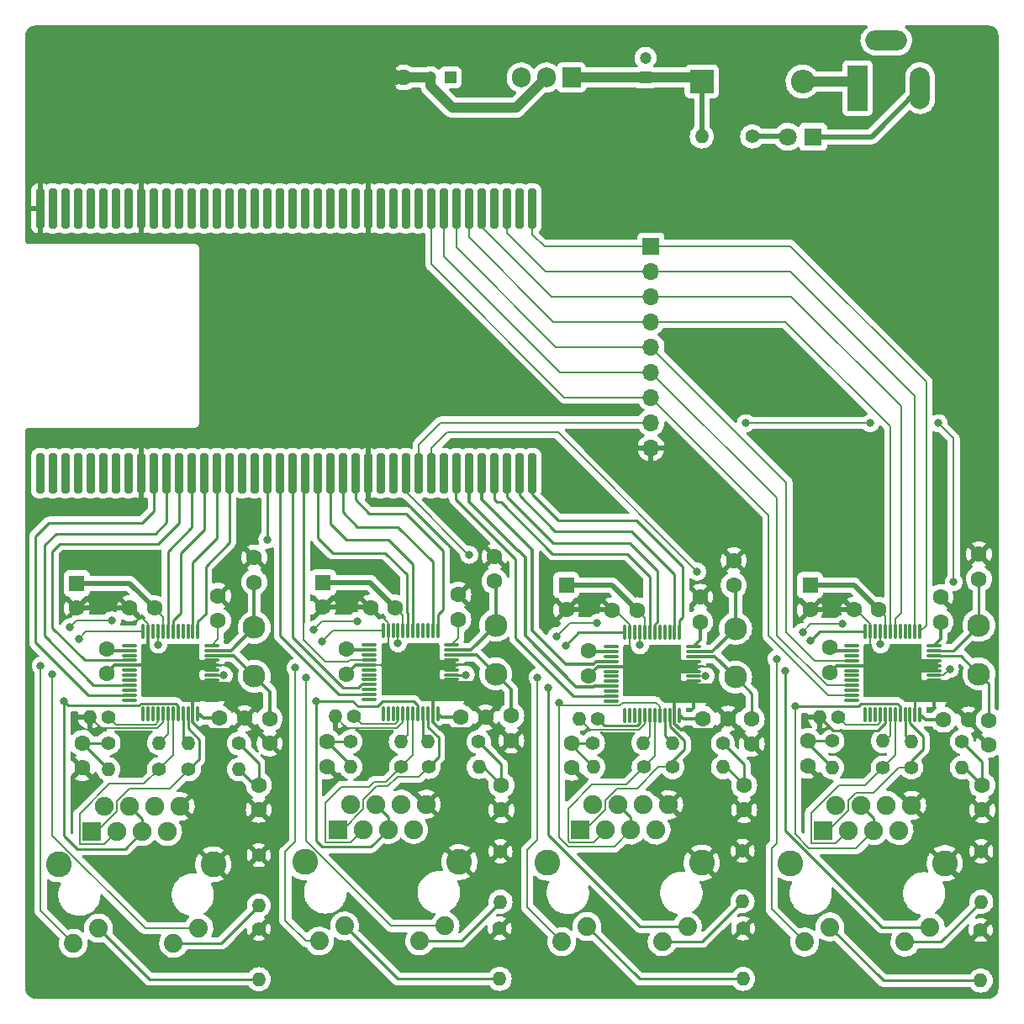
<source format=gtl>
G04 #@! TF.GenerationSoftware,KiCad,Pcbnew,(6.0.4)*
G04 #@! TF.CreationDate,2022-04-25T08:26:24+09:00*
G04 #@! TF.ProjectId,pico_router,7069636f-5f72-46f7-9574-65722e6b6963,rev?*
G04 #@! TF.SameCoordinates,Original*
G04 #@! TF.FileFunction,Copper,L1,Top*
G04 #@! TF.FilePolarity,Positive*
%FSLAX46Y46*%
G04 Gerber Fmt 4.6, Leading zero omitted, Abs format (unit mm)*
G04 Created by KiCad (PCBNEW (6.0.4)) date 2022-04-25 08:26:24*
%MOMM*%
%LPD*%
G01*
G04 APERTURE LIST*
G04 Aperture macros list*
%AMRoundRect*
0 Rectangle with rounded corners*
0 $1 Rounding radius*
0 $2 $3 $4 $5 $6 $7 $8 $9 X,Y pos of 4 corners*
0 Add a 4 corners polygon primitive as box body*
4,1,4,$2,$3,$4,$5,$6,$7,$8,$9,$2,$3,0*
0 Add four circle primitives for the rounded corners*
1,1,$1+$1,$2,$3*
1,1,$1+$1,$4,$5*
1,1,$1+$1,$6,$7*
1,1,$1+$1,$8,$9*
0 Add four rect primitives between the rounded corners*
20,1,$1+$1,$2,$3,$4,$5,0*
20,1,$1+$1,$4,$5,$6,$7,0*
20,1,$1+$1,$6,$7,$8,$9,0*
20,1,$1+$1,$8,$9,$2,$3,0*%
%AMFreePoly0*
4,1,22,0.500000,-0.750000,0.000000,-0.750000,0.000000,-0.745033,-0.079941,-0.743568,-0.215256,-0.701293,-0.333266,-0.622738,-0.424486,-0.514219,-0.481581,-0.384460,-0.499164,-0.250000,-0.500000,-0.250000,-0.500000,0.250000,-0.499164,0.250000,-0.499963,0.256109,-0.478152,0.396186,-0.417904,0.524511,-0.324060,0.630769,-0.204165,0.706417,-0.067858,0.745374,0.000000,0.744959,0.000000,0.750000,
0.500000,0.750000,0.500000,-0.750000,0.500000,-0.750000,$1*%
%AMFreePoly1*
4,1,20,0.000000,0.744959,0.073905,0.744508,0.209726,0.703889,0.328688,0.626782,0.421226,0.519385,0.479903,0.390333,0.500000,0.250000,0.500000,-0.250000,0.499851,-0.262216,0.476331,-0.402017,0.414519,-0.529596,0.319384,-0.634700,0.198574,-0.708877,0.061801,-0.746166,0.000000,-0.745033,0.000000,-0.750000,-0.500000,-0.750000,-0.500000,0.750000,0.000000,0.750000,0.000000,0.744959,
0.000000,0.744959,$1*%
G04 Aperture macros list end*
G04 #@! TA.AperFunction,ComponentPad*
%ADD10C,1.600000*%
G04 #@! TD*
G04 #@! TA.AperFunction,ComponentPad*
%ADD11C,1.400000*%
G04 #@! TD*
G04 #@! TA.AperFunction,ComponentPad*
%ADD12O,1.400000X1.400000*%
G04 #@! TD*
G04 #@! TA.AperFunction,ComponentPad*
%ADD13R,1.905000X2.000000*%
G04 #@! TD*
G04 #@! TA.AperFunction,ComponentPad*
%ADD14O,1.905000X2.000000*%
G04 #@! TD*
G04 #@! TA.AperFunction,ComponentPad*
%ADD15R,1.700000X1.700000*%
G04 #@! TD*
G04 #@! TA.AperFunction,ComponentPad*
%ADD16O,1.700000X1.700000*%
G04 #@! TD*
G04 #@! TA.AperFunction,SMDPad,CuDef*
%ADD17RoundRect,0.075000X-0.075000X0.662500X-0.075000X-0.662500X0.075000X-0.662500X0.075000X0.662500X0*%
G04 #@! TD*
G04 #@! TA.AperFunction,SMDPad,CuDef*
%ADD18RoundRect,0.075000X-0.662500X0.075000X-0.662500X-0.075000X0.662500X-0.075000X0.662500X0.075000X0*%
G04 #@! TD*
G04 #@! TA.AperFunction,SMDPad,CuDef*
%ADD19FreePoly0,0.000000*%
G04 #@! TD*
G04 #@! TA.AperFunction,SMDPad,CuDef*
%ADD20FreePoly1,0.000000*%
G04 #@! TD*
G04 #@! TA.AperFunction,ComponentPad*
%ADD21R,2.400000X2.400000*%
G04 #@! TD*
G04 #@! TA.AperFunction,ComponentPad*
%ADD22O,2.400000X2.400000*%
G04 #@! TD*
G04 #@! TA.AperFunction,ComponentPad*
%ADD23R,1.200000X1.200000*%
G04 #@! TD*
G04 #@! TA.AperFunction,ComponentPad*
%ADD24C,1.200000*%
G04 #@! TD*
G04 #@! TA.AperFunction,ComponentPad*
%ADD25R,1.600000X1.600000*%
G04 #@! TD*
G04 #@! TA.AperFunction,ComponentPad*
%ADD26C,2.600000*%
G04 #@! TD*
G04 #@! TA.AperFunction,ComponentPad*
%ADD27C,1.890000*%
G04 #@! TD*
G04 #@! TA.AperFunction,ComponentPad*
%ADD28R,1.900000X1.900000*%
G04 #@! TD*
G04 #@! TA.AperFunction,ComponentPad*
%ADD29C,1.900000*%
G04 #@! TD*
G04 #@! TA.AperFunction,ComponentPad*
%ADD30C,2.300000*%
G04 #@! TD*
G04 #@! TA.AperFunction,SMDPad,CuDef*
%ADD31RoundRect,0.200000X-0.200000X1.800000X-0.200000X-1.800000X0.200000X-1.800000X0.200000X1.800000X0*%
G04 #@! TD*
G04 #@! TA.AperFunction,ComponentPad*
%ADD32R,2.000000X4.600000*%
G04 #@! TD*
G04 #@! TA.AperFunction,ComponentPad*
%ADD33O,2.000000X4.200000*%
G04 #@! TD*
G04 #@! TA.AperFunction,ComponentPad*
%ADD34O,4.200000X2.000000*%
G04 #@! TD*
G04 #@! TA.AperFunction,ComponentPad*
%ADD35R,1.800000X1.800000*%
G04 #@! TD*
G04 #@! TA.AperFunction,ComponentPad*
%ADD36C,1.800000*%
G04 #@! TD*
G04 #@! TA.AperFunction,ViaPad*
%ADD37C,0.800000*%
G04 #@! TD*
G04 #@! TA.AperFunction,Conductor*
%ADD38C,0.300000*%
G04 #@! TD*
G04 #@! TA.AperFunction,Conductor*
%ADD39C,0.250000*%
G04 #@! TD*
G04 #@! TA.AperFunction,Conductor*
%ADD40C,0.200000*%
G04 #@! TD*
G04 #@! TA.AperFunction,Conductor*
%ADD41C,1.000000*%
G04 #@! TD*
G04 #@! TA.AperFunction,Conductor*
%ADD42C,0.500000*%
G04 #@! TD*
G04 APERTURE END LIST*
G36*
X138893600Y-56935600D02*
G01*
X138393600Y-56935600D01*
X138393600Y-55535600D01*
X138893600Y-55535600D01*
X138893600Y-56935600D01*
G37*
D10*
X195966400Y-120904000D03*
X193466400Y-120904000D03*
D11*
X166171800Y-125688600D03*
D12*
X171251800Y-125688600D03*
D13*
X156006800Y-56235600D03*
D14*
X153466800Y-56235600D03*
X150926800Y-56235600D03*
D10*
X168960800Y-111043600D03*
X168960800Y-108543600D03*
D11*
X114443000Y-125882400D03*
D12*
X109363000Y-125882400D03*
D10*
X181991000Y-113665000D03*
X181991000Y-116165000D03*
X138257600Y-109626400D03*
X135757600Y-109626400D03*
X148945600Y-130000000D03*
X148945600Y-127500000D03*
D11*
X148767800Y-141935200D03*
D12*
X148767800Y-147015200D03*
D15*
X164007800Y-73202800D03*
D16*
X164007800Y-75742800D03*
X164007800Y-78282800D03*
X164007800Y-80822800D03*
X164007800Y-83362800D03*
X164007800Y-85902800D03*
X164007800Y-88442800D03*
X164007800Y-90982800D03*
X164007800Y-93522800D03*
D17*
X191091000Y-112042500D03*
X190591000Y-112042500D03*
X190091000Y-112042500D03*
X189591000Y-112042500D03*
X189091000Y-112042500D03*
X188591000Y-112042500D03*
X188091000Y-112042500D03*
X187591000Y-112042500D03*
X187091000Y-112042500D03*
X186591000Y-112042500D03*
X186091000Y-112042500D03*
X185591000Y-112042500D03*
D18*
X184178500Y-113455000D03*
X184178500Y-113955000D03*
X184178500Y-114455000D03*
X184178500Y-114955000D03*
X184178500Y-115455000D03*
X184178500Y-115955000D03*
X184178500Y-116455000D03*
X184178500Y-116955000D03*
X184178500Y-117455000D03*
X184178500Y-117955000D03*
X184178500Y-118455000D03*
X184178500Y-118955000D03*
D17*
X185591000Y-120367500D03*
X186091000Y-120367500D03*
X186591000Y-120367500D03*
X187091000Y-120367500D03*
X187591000Y-120367500D03*
X188091000Y-120367500D03*
X188591000Y-120367500D03*
X189091000Y-120367500D03*
X189591000Y-120367500D03*
X190091000Y-120367500D03*
X190591000Y-120367500D03*
X191091000Y-120367500D03*
D18*
X192503500Y-118955000D03*
X192503500Y-118455000D03*
X192503500Y-117955000D03*
X192503500Y-117455000D03*
X192503500Y-116955000D03*
X192503500Y-116455000D03*
X192503500Y-115955000D03*
X192503500Y-115455000D03*
X192503500Y-114955000D03*
X192503500Y-114455000D03*
X192503500Y-113955000D03*
X192503500Y-113455000D03*
D19*
X137993600Y-56235600D03*
D20*
X139293600Y-56235600D03*
D10*
X144602200Y-110825600D03*
X144602200Y-108325600D03*
X106730800Y-125760800D03*
X106730800Y-123260800D03*
X186924000Y-109855000D03*
X184424000Y-109855000D03*
X109169200Y-113761200D03*
X109169200Y-116261200D03*
X133324600Y-113812000D03*
X133324600Y-116312000D03*
D11*
X124510800Y-134543800D03*
D12*
X124510800Y-139623800D03*
D10*
X157734000Y-113964400D03*
X157734000Y-116464400D03*
X174142400Y-120847800D03*
X174142400Y-123347800D03*
D17*
X166884800Y-112128100D03*
X166384800Y-112128100D03*
X165884800Y-112128100D03*
X165384800Y-112128100D03*
X164884800Y-112128100D03*
X164384800Y-112128100D03*
X163884800Y-112128100D03*
X163384800Y-112128100D03*
X162884800Y-112128100D03*
X162384800Y-112128100D03*
X161884800Y-112128100D03*
X161384800Y-112128100D03*
D18*
X159972300Y-113540600D03*
X159972300Y-114040600D03*
X159972300Y-114540600D03*
X159972300Y-115040600D03*
X159972300Y-115540600D03*
X159972300Y-116040600D03*
X159972300Y-116540600D03*
X159972300Y-117040600D03*
X159972300Y-117540600D03*
X159972300Y-118040600D03*
X159972300Y-118540600D03*
X159972300Y-119040600D03*
D17*
X161384800Y-120453100D03*
X161884800Y-120453100D03*
X162384800Y-120453100D03*
X162884800Y-120453100D03*
X163384800Y-120453100D03*
X163884800Y-120453100D03*
X164384800Y-120453100D03*
X164884800Y-120453100D03*
X165384800Y-120453100D03*
X165884800Y-120453100D03*
X166384800Y-120453100D03*
X166884800Y-120453100D03*
D18*
X168297300Y-119040600D03*
X168297300Y-118540600D03*
X168297300Y-118040600D03*
X168297300Y-117540600D03*
X168297300Y-117040600D03*
X168297300Y-116540600D03*
X168297300Y-116040600D03*
X168297300Y-115540600D03*
X168297300Y-115040600D03*
X168297300Y-114540600D03*
X168297300Y-114040600D03*
X168297300Y-113540600D03*
D21*
X169108200Y-56642000D03*
D22*
X179268200Y-56642000D03*
D23*
X163449000Y-56243000D03*
D24*
X163449000Y-54243000D03*
D10*
X124053600Y-107066400D03*
X124053600Y-104566400D03*
X124510800Y-129977200D03*
X124510800Y-127477200D03*
D11*
X158664400Y-120827800D03*
D12*
X156764400Y-120827800D03*
D17*
X142526200Y-111966300D03*
X142026200Y-111966300D03*
X141526200Y-111966300D03*
X141026200Y-111966300D03*
X140526200Y-111966300D03*
X140026200Y-111966300D03*
X139526200Y-111966300D03*
X139026200Y-111966300D03*
X138526200Y-111966300D03*
X138026200Y-111966300D03*
X137526200Y-111966300D03*
X137026200Y-111966300D03*
D18*
X135613700Y-113378800D03*
X135613700Y-113878800D03*
X135613700Y-114378800D03*
X135613700Y-114878800D03*
X135613700Y-115378800D03*
X135613700Y-115878800D03*
X135613700Y-116378800D03*
X135613700Y-116878800D03*
X135613700Y-117378800D03*
X135613700Y-117878800D03*
X135613700Y-118378800D03*
X135613700Y-118878800D03*
D17*
X137026200Y-120291300D03*
X137526200Y-120291300D03*
X138026200Y-120291300D03*
X138526200Y-120291300D03*
X139026200Y-120291300D03*
X139526200Y-120291300D03*
X140026200Y-120291300D03*
X140526200Y-120291300D03*
X141026200Y-120291300D03*
X141526200Y-120291300D03*
X142026200Y-120291300D03*
X142526200Y-120291300D03*
D18*
X143938700Y-118878800D03*
X143938700Y-118378800D03*
X143938700Y-117878800D03*
X143938700Y-117378800D03*
X143938700Y-116878800D03*
X143938700Y-116378800D03*
X143938700Y-115878800D03*
X143938700Y-115378800D03*
X143938700Y-114878800D03*
X143938700Y-114378800D03*
X143938700Y-113878800D03*
X143938700Y-113378800D03*
D10*
X162616200Y-109889800D03*
X160116200Y-109889800D03*
X144850800Y-120675400D03*
X147350800Y-120675400D03*
X125603000Y-120797000D03*
X125603000Y-123297000D03*
X179781200Y-125557600D03*
X179781200Y-123057600D03*
D11*
X138827000Y-125653800D03*
D12*
X133747000Y-125653800D03*
D11*
X163261800Y-125688600D03*
D12*
X158181800Y-125688600D03*
D17*
X118370800Y-112017100D03*
X117870800Y-112017100D03*
X117370800Y-112017100D03*
X116870800Y-112017100D03*
X116370800Y-112017100D03*
X115870800Y-112017100D03*
X115370800Y-112017100D03*
X114870800Y-112017100D03*
X114370800Y-112017100D03*
X113870800Y-112017100D03*
X113370800Y-112017100D03*
X112870800Y-112017100D03*
D18*
X111458300Y-113429600D03*
X111458300Y-113929600D03*
X111458300Y-114429600D03*
X111458300Y-114929600D03*
X111458300Y-115429600D03*
X111458300Y-115929600D03*
X111458300Y-116429600D03*
X111458300Y-116929600D03*
X111458300Y-117429600D03*
X111458300Y-117929600D03*
X111458300Y-118429600D03*
X111458300Y-118929600D03*
D17*
X112870800Y-120342100D03*
X113370800Y-120342100D03*
X113870800Y-120342100D03*
X114370800Y-120342100D03*
X114870800Y-120342100D03*
X115370800Y-120342100D03*
X115870800Y-120342100D03*
X116370800Y-120342100D03*
X116870800Y-120342100D03*
X117370800Y-120342100D03*
X117870800Y-120342100D03*
X118370800Y-120342100D03*
D18*
X119783300Y-118929600D03*
X119783300Y-118429600D03*
X119783300Y-117929600D03*
X119783300Y-117429600D03*
X119783300Y-116929600D03*
X119783300Y-116429600D03*
X119783300Y-115929600D03*
X119783300Y-115429600D03*
X119783300Y-114929600D03*
X119783300Y-114429600D03*
X119783300Y-113929600D03*
X119783300Y-113429600D03*
D25*
X155473400Y-107354488D03*
D10*
X155473400Y-109854488D03*
D11*
X141589000Y-125679200D03*
D12*
X146669000Y-125679200D03*
D26*
X144706400Y-135248400D03*
X129156400Y-135248400D03*
D27*
X143256400Y-141678400D03*
X140716400Y-143198400D03*
X133146400Y-141678400D03*
X130606400Y-143198400D03*
D28*
X132486400Y-131958400D03*
D29*
X133756400Y-129418400D03*
X135026400Y-131958400D03*
X136296400Y-129418400D03*
X137566400Y-131958400D03*
X138836400Y-129418400D03*
X140106400Y-131958400D03*
X141376400Y-129418400D03*
D11*
X158165800Y-123240800D03*
D12*
X163245800Y-123240800D03*
D30*
X148361400Y-111392800D03*
X148361400Y-116292800D03*
D11*
X148844000Y-134162800D03*
D12*
X148844000Y-139242800D03*
D11*
X171246800Y-123291600D03*
D12*
X166166800Y-123291600D03*
D25*
X106172000Y-107177200D03*
D10*
X106172000Y-109677200D03*
X148259800Y-106964800D03*
X148259800Y-104464800D03*
X149936200Y-120517600D03*
X149936200Y-123017600D03*
X169260200Y-120811800D03*
X171760200Y-120811800D03*
D11*
X109388400Y-120624600D03*
D12*
X107488400Y-120624600D03*
D11*
X117449600Y-125907800D03*
D12*
X122529600Y-125907800D03*
D11*
X182270400Y-123063000D03*
D12*
X187350400Y-123063000D03*
D11*
X197256400Y-134162800D03*
D12*
X197256400Y-139242800D03*
D10*
X197993000Y-120949400D03*
X197993000Y-123449400D03*
D30*
X124053600Y-111621400D03*
X124053600Y-116521400D03*
D26*
X193576000Y-135350000D03*
X178026000Y-135350000D03*
D27*
X192126000Y-141780000D03*
X189586000Y-143300000D03*
X182016000Y-141780000D03*
X179476000Y-143300000D03*
D28*
X181356000Y-132060000D03*
D29*
X182626000Y-129520000D03*
X183896000Y-132060000D03*
X185166000Y-129520000D03*
X186436000Y-132060000D03*
X187706000Y-129520000D03*
X188976000Y-132060000D03*
X190246000Y-129520000D03*
D11*
X190220600Y-125730000D03*
D12*
X195300600Y-125730000D03*
D31*
X152044400Y-69418200D03*
X150774400Y-69418200D03*
X149504400Y-69418200D03*
X148234400Y-69418200D03*
X146964400Y-69418200D03*
X145694400Y-69418200D03*
X144424400Y-69418200D03*
X143154400Y-69418200D03*
X141884400Y-69418200D03*
X140614400Y-69418200D03*
X139344400Y-69418200D03*
X138074400Y-69418200D03*
X136804400Y-69418200D03*
X135534400Y-69418200D03*
X134264400Y-69418200D03*
X132994400Y-69418200D03*
X131724400Y-69418200D03*
X130454400Y-69418200D03*
X129184400Y-69418200D03*
X127914400Y-69418200D03*
X126644400Y-69418200D03*
X125374400Y-69418200D03*
X124104400Y-69418200D03*
X122834400Y-69418200D03*
X121564400Y-69418200D03*
X120294400Y-69418200D03*
X119024400Y-69418200D03*
X117754400Y-69418200D03*
X116484400Y-69418200D03*
X115214400Y-69418200D03*
X113944400Y-69418200D03*
X112674400Y-69418200D03*
X111404400Y-69418200D03*
X110134400Y-69418200D03*
X108864400Y-69418200D03*
X107594400Y-69418200D03*
X106324400Y-69418200D03*
X105054400Y-69418200D03*
X103784400Y-69418200D03*
X102514400Y-69418200D03*
X152044400Y-96088200D03*
X150774400Y-96088200D03*
X149504400Y-96088200D03*
X148234400Y-96088200D03*
X146964400Y-96088200D03*
X145694400Y-96088200D03*
X144424400Y-96088200D03*
X143154400Y-96088200D03*
X141884400Y-96088200D03*
X140614400Y-96088200D03*
X139344400Y-96088200D03*
X138074400Y-96088200D03*
X136804400Y-96088200D03*
X135534400Y-96088200D03*
X134264400Y-96088200D03*
X132994400Y-96088200D03*
X131724400Y-96088200D03*
X130454400Y-96088200D03*
X129184400Y-96088200D03*
X127914400Y-96088200D03*
X126644400Y-96088200D03*
X125374400Y-96088200D03*
X124104400Y-96088200D03*
X122834400Y-96088200D03*
X121564400Y-96088200D03*
X120294400Y-96088200D03*
X119024400Y-96088200D03*
X117754400Y-96088200D03*
X116484400Y-96088200D03*
X115214400Y-96088200D03*
X113944400Y-96088200D03*
X112674400Y-96088200D03*
X111404400Y-96088200D03*
X110134400Y-96088200D03*
X108864400Y-96088200D03*
X107594400Y-96088200D03*
X106324400Y-96088200D03*
X105054400Y-96088200D03*
X103784400Y-96088200D03*
X102514400Y-96088200D03*
D11*
X197205600Y-142087600D03*
D12*
X197205600Y-147167600D03*
D11*
X133731000Y-123113800D03*
D12*
X138811000Y-123113800D03*
D23*
X143814800Y-56228201D03*
D24*
X141814800Y-56228201D03*
D11*
X134128000Y-120599200D03*
D12*
X132228000Y-120599200D03*
D11*
X109372400Y-123240800D03*
D12*
X114452400Y-123240800D03*
D11*
X173228000Y-134112000D03*
D12*
X173228000Y-139192000D03*
D30*
X197027800Y-111392800D03*
X197027800Y-116292800D03*
D10*
X131368800Y-125608400D03*
X131368800Y-123108400D03*
D11*
X182896000Y-120650000D03*
D12*
X180996000Y-120650000D03*
D10*
X120396000Y-110927200D03*
X120396000Y-108427200D03*
X114000600Y-109677200D03*
X111500600Y-109677200D03*
D26*
X169115800Y-135308600D03*
X153565800Y-135308600D03*
D27*
X167665800Y-141738600D03*
X165125800Y-143258600D03*
X157555800Y-141738600D03*
X155015800Y-143258600D03*
D28*
X156895800Y-132018600D03*
D29*
X158165800Y-129478600D03*
X159435800Y-132018600D03*
X160705800Y-129478600D03*
X161975800Y-132018600D03*
X163245800Y-129478600D03*
X164515800Y-132018600D03*
X165785800Y-129478600D03*
D25*
X130987800Y-107100488D03*
D10*
X130987800Y-109600488D03*
D11*
X146659600Y-123139200D03*
D12*
X141579600Y-123139200D03*
D26*
X119916000Y-135477000D03*
X104366000Y-135477000D03*
D27*
X118466000Y-141907000D03*
X115926000Y-143427000D03*
X108356000Y-141907000D03*
X105816000Y-143427000D03*
D28*
X107696000Y-132187000D03*
D29*
X108966000Y-129647000D03*
X110236000Y-132187000D03*
X111506000Y-129647000D03*
X112776000Y-132187000D03*
X114046000Y-129647000D03*
X115316000Y-132187000D03*
X116586000Y-129647000D03*
D10*
X193167000Y-111085000D03*
X193167000Y-108585000D03*
D30*
X172516800Y-111723000D03*
X172516800Y-116623000D03*
D10*
X197027800Y-106736200D03*
X197027800Y-104236200D03*
D11*
X195300600Y-123113800D03*
D12*
X190220600Y-123113800D03*
D11*
X174193200Y-62179200D03*
D12*
X169113200Y-62179200D03*
D10*
X156032200Y-125735400D03*
X156032200Y-123235400D03*
D11*
X124510800Y-141960600D03*
D12*
X124510800Y-147040600D03*
D25*
X180035200Y-107354488D03*
D10*
X180035200Y-109854488D03*
D11*
X187341000Y-125730000D03*
D12*
X182261000Y-125730000D03*
D11*
X122529600Y-123291600D03*
D12*
X117449600Y-123291600D03*
D10*
X173380400Y-130000000D03*
X173380400Y-127500000D03*
X120568400Y-120777000D03*
X123068400Y-120777000D03*
D32*
X184810400Y-57302400D03*
D33*
X191110400Y-57302400D03*
D34*
X187710400Y-52502400D03*
D35*
X180314600Y-62204600D03*
D36*
X177774600Y-62204600D03*
D10*
X197358000Y-130000000D03*
X197358000Y-127500000D03*
X172339000Y-107371200D03*
X172339000Y-104871200D03*
D11*
X173278800Y-141935200D03*
D12*
X173278800Y-147015200D03*
D37*
X138000000Y-56235600D03*
X124155200Y-100787200D03*
X166370000Y-115519200D03*
X168783000Y-124485400D03*
X160782000Y-124460000D03*
X136855200Y-91592400D03*
X108000000Y-65000000D03*
X137210800Y-137668000D03*
X186334400Y-100076000D03*
X171602400Y-62128400D03*
X122275600Y-107975400D03*
X157556200Y-146126200D03*
X111836200Y-124587000D03*
X177063400Y-148463000D03*
X123000000Y-65000000D03*
X186944000Y-75946000D03*
X126898400Y-91795600D03*
X127000000Y-52000000D03*
X101600000Y-143052800D03*
X101473000Y-138099800D03*
X113284000Y-105130600D03*
X118000000Y-65000000D03*
X181914800Y-146354800D03*
X197866000Y-78232000D03*
X151511000Y-119456200D03*
X158000000Y-52000000D03*
X110000000Y-62000000D03*
X179984400Y-128473200D03*
X125000000Y-62000000D03*
X148996400Y-136652000D03*
X112000000Y-52000000D03*
X179222400Y-89204800D03*
X113182400Y-143891000D03*
X132080000Y-83185000D03*
X183515000Y-66217800D03*
X108661200Y-105054400D03*
X165735000Y-66217800D03*
X101600000Y-147675600D03*
X133000000Y-59182000D03*
X130302000Y-73812400D03*
X190500000Y-78994000D03*
X173329600Y-137261600D03*
X159512000Y-98704400D03*
X194970400Y-58572400D03*
X182626000Y-71069200D03*
X179070000Y-66217800D03*
X125095000Y-86995000D03*
X132000000Y-52000000D03*
X176530000Y-71120000D03*
X135000000Y-62000000D03*
X186690000Y-143814800D03*
X126898400Y-119176800D03*
X141935200Y-115417600D03*
X175463200Y-118973600D03*
X153060400Y-139420600D03*
X142595600Y-99212400D03*
X112420400Y-137363200D03*
X141681200Y-86106000D03*
X117000000Y-52000000D03*
X145000000Y-52000000D03*
X130000000Y-55000000D03*
X169672000Y-100076000D03*
X184658000Y-96012000D03*
X114147600Y-117246400D03*
X105000000Y-55000000D03*
X138023600Y-79400400D03*
X140055600Y-148386800D03*
X112395000Y-92500000D03*
X174625000Y-66217800D03*
X181457600Y-51866800D03*
X137000000Y-52000000D03*
X151000000Y-52000000D03*
X148132800Y-83159600D03*
X144424400Y-105613200D03*
X193217800Y-104267000D03*
X120167400Y-124612400D03*
X147828000Y-62738000D03*
X186436000Y-92659200D03*
X133000000Y-65000000D03*
X144881600Y-89509600D03*
X194564000Y-69596000D03*
X125018800Y-78587600D03*
X189509400Y-148412200D03*
X101498400Y-130149600D03*
X132080000Y-91694000D03*
X104038400Y-99491800D03*
X115000000Y-55000000D03*
X175514000Y-126542800D03*
X103000000Y-65000000D03*
X192938400Y-124409200D03*
X124561600Y-137007600D03*
X113538000Y-58928000D03*
X166000000Y-59000000D03*
X145084800Y-80213200D03*
X194970400Y-53898800D03*
X197358000Y-144780000D03*
X159512000Y-71577200D03*
X155219400Y-71628000D03*
X112395000Y-72390000D03*
X180594000Y-86207600D03*
X142240000Y-81127600D03*
X166000000Y-52000000D03*
X103000000Y-58500000D03*
X137972800Y-87020400D03*
X115671600Y-148234400D03*
X133985000Y-86995000D03*
X176530000Y-86055200D03*
X136144000Y-83261200D03*
X194310000Y-76708000D03*
X133985000Y-79375000D03*
X154076400Y-93522800D03*
X140000000Y-62000000D03*
X137312400Y-99009200D03*
X156000000Y-59000000D03*
X133629400Y-105511600D03*
X108458000Y-59182000D03*
X104140000Y-72390000D03*
X136271000Y-124383800D03*
X118364000Y-59182000D03*
X159258000Y-92202000D03*
X145034000Y-101447600D03*
X146481800Y-93065600D03*
X161290000Y-66217800D03*
X141620583Y-89529805D03*
X181660800Y-59385200D03*
X183946800Y-89204800D03*
X104038400Y-139801600D03*
X192405000Y-66217800D03*
X174188200Y-56642000D03*
X159105600Y-62687200D03*
X184607200Y-78079600D03*
X155905200Y-128066800D03*
X175564800Y-113842800D03*
X184937400Y-124358400D03*
X151434800Y-86309200D03*
X124409200Y-144576800D03*
X128879600Y-140665200D03*
X130000000Y-62000000D03*
X167894000Y-82753200D03*
X120000000Y-83000000D03*
X177292000Y-82956400D03*
X167894000Y-71120000D03*
X138328400Y-117195600D03*
X101447600Y-120091200D03*
X128000000Y-59182000D03*
X173228000Y-82854800D03*
X161798000Y-89600000D03*
X115000000Y-62000000D03*
X156845000Y-66217800D03*
X189992000Y-83312000D03*
X180187600Y-73507600D03*
X147472400Y-86614000D03*
X141732000Y-76911200D03*
X159054800Y-105689400D03*
X126847600Y-126441200D03*
X152704800Y-62738000D03*
X101447600Y-114554000D03*
X110000000Y-55000000D03*
X197866000Y-71120000D03*
X128000000Y-65000000D03*
X135255000Y-74930000D03*
X193040000Y-87782400D03*
X104165400Y-92481400D03*
X123596400Y-73050400D03*
X162560000Y-143764000D03*
X106476800Y-128270000D03*
X117742400Y-115429600D03*
X180594000Y-100076000D03*
X162306000Y-117221000D03*
X108000800Y-146075400D03*
X164388800Y-62738000D03*
X131368800Y-127711200D03*
X137414000Y-106476800D03*
X144322800Y-124460000D03*
X197866000Y-93370400D03*
X190347600Y-115417600D03*
X187096400Y-136728200D03*
X165227000Y-97231200D03*
X107000000Y-52000000D03*
X120000000Y-55000000D03*
X192735200Y-93776800D03*
X154533600Y-98806000D03*
X197866000Y-64516000D03*
X151434800Y-89662000D03*
X127101600Y-114554000D03*
X129540000Y-86995000D03*
X173228000Y-144576800D03*
X186258200Y-105892600D03*
X123000000Y-59182000D03*
X164896800Y-148361400D03*
X177596800Y-139598400D03*
X127000000Y-83185000D03*
X161000000Y-59000000D03*
X194310000Y-82804000D03*
X138176000Y-59182000D03*
X197866000Y-99009200D03*
X130454400Y-79349600D03*
X178816000Y-93472000D03*
X151511000Y-115900200D03*
X122000000Y-52000000D03*
X197866000Y-86360000D03*
X120000000Y-76000000D03*
X125000000Y-55000000D03*
X148894800Y-144576800D03*
X167310000Y-93910000D03*
X197358000Y-136804400D03*
X161696400Y-137617200D03*
X135000000Y-55000000D03*
X187960000Y-66217800D03*
X113000000Y-65000000D03*
X137363200Y-143002000D03*
X170180000Y-66217800D03*
X120000000Y-92075000D03*
X105000000Y-62000000D03*
X127965200Y-147320000D03*
X144983200Y-84023200D03*
X138000000Y-65000000D03*
X175310800Y-89154000D03*
X190500000Y-71882000D03*
X151333200Y-126746000D03*
X186944000Y-117348000D03*
X187858400Y-56946800D03*
X133223000Y-146075400D03*
X174000000Y-51917600D03*
X172212000Y-71120000D03*
X102000000Y-52000000D03*
X182168800Y-104800400D03*
X152654000Y-147320000D03*
X109169200Y-99593400D03*
X171602400Y-86055200D03*
X120000000Y-62000000D03*
X178511200Y-119583200D03*
X154736800Y-119227600D03*
X180060600Y-112953800D03*
X177495200Y-115976400D03*
X187121800Y-113309400D03*
X183286400Y-111277400D03*
X179273200Y-112090200D03*
X176637767Y-114789483D03*
X153644600Y-117703600D03*
X155397200Y-113461800D03*
X152577800Y-116662200D03*
X162890200Y-113411000D03*
X154482800Y-112496600D03*
X158597600Y-111150400D03*
X168656000Y-105994200D03*
X169505997Y-116511352D03*
X145338800Y-116382800D03*
X145694400Y-104292400D03*
X125374400Y-102768400D03*
X120970284Y-116430492D03*
X130302000Y-119024400D03*
X104902000Y-119075200D03*
X138531600Y-113207800D03*
X134391400Y-110972600D03*
X129997200Y-111861600D03*
X128193800Y-115697000D03*
X129254288Y-116634174D03*
X130886200Y-113055400D03*
X109702600Y-110896400D03*
X105460800Y-111607600D03*
X102539800Y-115468400D03*
X114376200Y-113334800D03*
X103733600Y-116332000D03*
X106375200Y-112750600D03*
X186080400Y-91033600D03*
X192963800Y-91059000D03*
X173560000Y-91040000D03*
X194487800Y-107035600D03*
X194106800Y-115798600D03*
D38*
X170434400Y-114540600D02*
X172516800Y-116623000D01*
D39*
X172516800Y-116623000D02*
X174142400Y-118248600D01*
D38*
X168297300Y-114540600D02*
X170434400Y-114540600D01*
D39*
X174142400Y-118248600D02*
X174142400Y-120847800D01*
D40*
X186091000Y-112042500D02*
X186091000Y-113730600D01*
D38*
X111458300Y-115429600D02*
X112915000Y-115429600D01*
D41*
X144111100Y-117551200D02*
X145846800Y-117551200D01*
D40*
X107488400Y-120624600D02*
X108642440Y-121778640D01*
X114870800Y-121174257D02*
X114870800Y-120342100D01*
D38*
X145191800Y-117378800D02*
X145669000Y-117856000D01*
D41*
X192503500Y-115455000D02*
X190310200Y-115455000D01*
D40*
X139026200Y-121123457D02*
X139026200Y-120291300D01*
D38*
X121297700Y-117563900D02*
X121539000Y-117805200D01*
X158634969Y-115563431D02*
X159126121Y-115563431D01*
X112915000Y-115429600D02*
X113370800Y-114973800D01*
D40*
X135953451Y-109626400D02*
X137526200Y-111199149D01*
D42*
X155473400Y-109854488D02*
X160080888Y-109854488D01*
D38*
X192503500Y-114955000D02*
X192503500Y-115955000D01*
D40*
X156764400Y-120827800D02*
X157876240Y-121939640D01*
D38*
X121918889Y-121926511D02*
X123068400Y-120777000D01*
X110000800Y-115429600D02*
X109169200Y-116261200D01*
X159972300Y-115540600D02*
X161794000Y-115540600D01*
X159126121Y-115563431D02*
X159148952Y-115540600D01*
D40*
X114266417Y-121778640D02*
X114870800Y-121174257D01*
X162801127Y-121939640D02*
X163384800Y-121355967D01*
X145909600Y-115378800D02*
X146100800Y-115570000D01*
X157876240Y-121939640D02*
X162801127Y-121939640D01*
D41*
X119783300Y-115429600D02*
X117742400Y-115429600D01*
D38*
X184178500Y-115455000D02*
X185990800Y-115455000D01*
D40*
X161884800Y-112128100D02*
X161884800Y-113857600D01*
D38*
X182701000Y-115455000D02*
X181991000Y-116165000D01*
X143938700Y-117378800D02*
X145191800Y-117378800D01*
D41*
X168297300Y-115540600D02*
X166391400Y-115540600D01*
D38*
X117870800Y-120342100D02*
X117870800Y-118734400D01*
X168297300Y-115040600D02*
X167040600Y-115040600D01*
D41*
X143938700Y-117378800D02*
X144111100Y-117551200D01*
X194721800Y-117455000D02*
X194767200Y-117500400D01*
D40*
X138421818Y-121727839D02*
X139026200Y-121123457D01*
D41*
X143938700Y-117378800D02*
X141864400Y-117378800D01*
D38*
X192503500Y-115955000D02*
X190885000Y-115955000D01*
D40*
X161884800Y-111360949D02*
X160413651Y-109889800D01*
D38*
X167055150Y-121961311D02*
X170610689Y-121961311D01*
D40*
X121474800Y-115429600D02*
X121615200Y-115570000D01*
X113370800Y-112017100D02*
X113370800Y-111249949D01*
D38*
X170610689Y-121961311D02*
X171760200Y-120811800D01*
X117870800Y-120342100D02*
X117870800Y-121179961D01*
D41*
X166419600Y-118540600D02*
X166319200Y-118440200D01*
D38*
X134257800Y-115378800D02*
X133324600Y-116312000D01*
D40*
X119783300Y-115429600D02*
X121474800Y-115429600D01*
D38*
X184178500Y-115455000D02*
X182701000Y-115455000D01*
X166384800Y-120453100D02*
X166384800Y-121290961D01*
D40*
X137526200Y-115352000D02*
X137553000Y-115378800D01*
D38*
X111458300Y-115429600D02*
X110000800Y-115429600D01*
D42*
X130987800Y-109600488D02*
X135731688Y-109600488D01*
D40*
X137526200Y-111199149D02*
X137526200Y-111966300D01*
D39*
X186858562Y-121970800D02*
X187591000Y-121238362D01*
D38*
X192503500Y-117455000D02*
X193832800Y-117455000D01*
X146201289Y-121824911D02*
X147350800Y-120675400D01*
D41*
X192503500Y-117455000D02*
X190835600Y-117455000D01*
D40*
X186091000Y-113730600D02*
X186080400Y-113741200D01*
X133356640Y-121727840D02*
X138421818Y-121727839D01*
D41*
X119783300Y-117429600D02*
X119917600Y-117563900D01*
D38*
X118617350Y-121926511D02*
X121918889Y-121926511D01*
D41*
X190870400Y-118455000D02*
X190830200Y-118414800D01*
X192503500Y-118455000D02*
X190870400Y-118455000D01*
D42*
X180035200Y-109854488D02*
X184423488Y-109854488D01*
D38*
X117870800Y-121179961D02*
X118617350Y-121926511D01*
X142026200Y-121129161D02*
X142721950Y-121824911D01*
D41*
X145861600Y-118378800D02*
X145948400Y-118465600D01*
D38*
X192503500Y-114955000D02*
X191028000Y-114955000D01*
D41*
X117892000Y-118429600D02*
X117881400Y-118440200D01*
D40*
X137526200Y-111966300D02*
X137526200Y-115352000D01*
D41*
X143938700Y-118378800D02*
X142102400Y-118378800D01*
D40*
X108642440Y-121778640D02*
X114266417Y-121778640D01*
D41*
X166718800Y-118040600D02*
X166319200Y-118440200D01*
X168297300Y-117540600D02*
X166410200Y-117540600D01*
X143938700Y-118378800D02*
X145861600Y-118378800D01*
D40*
X168297300Y-115540600D02*
X170049000Y-115540600D01*
D38*
X161794000Y-115540600D02*
X161848800Y-115595400D01*
D41*
X168297300Y-118040600D02*
X166718800Y-118040600D01*
D40*
X155508712Y-109889800D02*
X155473400Y-109854488D01*
D38*
X142026200Y-120291300D02*
X142026200Y-121129161D01*
D41*
X121071200Y-118429600D02*
X121208800Y-118567200D01*
X119783300Y-117429600D02*
X117825200Y-117429600D01*
D38*
X157734000Y-116464400D02*
X158634969Y-115563431D01*
D41*
X168297300Y-118540600D02*
X166419600Y-118540600D01*
X192503500Y-117455000D02*
X194721800Y-117455000D01*
D38*
X166384800Y-120453100D02*
X166384800Y-118730200D01*
X142721950Y-121824911D02*
X146201289Y-121824911D01*
X113370800Y-114973800D02*
X113370800Y-112017100D01*
D41*
X166391400Y-115540600D02*
X166370000Y-115519200D01*
D38*
X135613700Y-115378800D02*
X134257800Y-115378800D01*
D39*
X180996000Y-120650000D02*
X182316800Y-121970800D01*
D41*
X168511100Y-117754400D02*
X170383200Y-117754400D01*
D38*
X185990800Y-115455000D02*
X186055000Y-115519200D01*
D41*
X142102400Y-118378800D02*
X142036800Y-118313200D01*
D40*
X168297300Y-117540600D02*
X169540600Y-117540600D01*
D42*
X106172000Y-109677200D02*
X111500600Y-109677200D01*
D41*
X195163000Y-118455000D02*
X195427600Y-118719600D01*
X170661400Y-118540600D02*
X170840400Y-118719600D01*
X143899900Y-115417600D02*
X143938700Y-115378800D01*
D40*
X132228000Y-120599200D02*
X133356640Y-121727840D01*
X186091000Y-112042500D02*
X186091000Y-111275349D01*
D38*
X166384800Y-118730200D02*
X166471600Y-118643400D01*
D42*
X184423488Y-109854488D02*
X184424000Y-109855000D01*
D38*
X166384800Y-121290961D02*
X167055150Y-121961311D01*
D41*
X119917600Y-117563900D02*
X121297700Y-117563900D01*
X119783300Y-118429600D02*
X121071200Y-118429600D01*
D40*
X137553000Y-115378800D02*
X135613700Y-115378800D01*
D42*
X160080888Y-109854488D02*
X160116200Y-109889800D01*
D40*
X163384800Y-120453100D02*
X163384800Y-121355967D01*
D41*
X168297300Y-118540600D02*
X170661400Y-118540600D01*
D39*
X190591000Y-120367500D02*
X190591000Y-118759800D01*
D42*
X135731688Y-109600488D02*
X135757600Y-109626400D01*
D39*
X187591000Y-121238362D02*
X187591000Y-120367500D01*
D41*
X192503500Y-118455000D02*
X195163000Y-118455000D01*
D38*
X142026200Y-120291300D02*
X142026200Y-118476200D01*
D41*
X141935200Y-115417600D02*
X143899900Y-115417600D01*
D40*
X113370800Y-111249949D02*
X111798051Y-109677200D01*
X143938700Y-115378800D02*
X145909600Y-115378800D01*
D41*
X168297300Y-117540600D02*
X168511100Y-117754400D01*
D40*
X186091000Y-111275349D02*
X184670651Y-109855000D01*
D39*
X182316800Y-121970800D02*
X186858562Y-121970800D01*
D38*
X168297300Y-116040600D02*
X167040600Y-116040600D01*
X159972300Y-115540600D02*
X159148952Y-115540600D01*
D41*
X119783300Y-118429600D02*
X117892000Y-118429600D01*
D42*
X180314600Y-62204600D02*
X186208200Y-62204600D01*
D41*
X150418800Y-59283600D02*
X153466800Y-56235600D01*
X141814800Y-57076729D02*
X144021671Y-59283600D01*
X139300999Y-56228201D02*
X139293600Y-56235600D01*
X144021671Y-59283600D02*
X150418800Y-59283600D01*
X141814800Y-56228201D02*
X139300999Y-56228201D01*
X141814800Y-56228201D02*
X141814800Y-57076729D01*
D42*
X186208200Y-62204600D02*
X191110400Y-57302400D01*
D38*
X111458300Y-113929600D02*
X109337600Y-113929600D01*
D40*
X144602200Y-112715300D02*
X143938700Y-113378800D01*
D38*
X135613700Y-113878800D02*
X133391400Y-113878800D01*
X120568400Y-120777000D02*
X118954520Y-120777000D01*
X159972300Y-114040600D02*
X157810200Y-114040600D01*
X191627500Y-120904000D02*
X191091000Y-120367500D01*
X118954520Y-120777000D02*
X118370320Y-120192800D01*
D40*
X144602200Y-110825600D02*
X144602200Y-112715300D01*
X120396000Y-112816900D02*
X119783300Y-113429600D01*
X120396000Y-110927200D02*
X120396000Y-112816900D01*
D38*
X168960800Y-111043600D02*
X168960800Y-112877100D01*
X142910300Y-120675400D02*
X142526200Y-120291300D01*
X144850800Y-120675400D02*
X142910300Y-120675400D01*
X193461000Y-120904000D02*
X191627500Y-120904000D01*
X184178500Y-113955000D02*
X182281000Y-113955000D01*
X167243500Y-120811800D02*
X166884800Y-120453100D01*
X193167000Y-112791500D02*
X192503500Y-113455000D01*
X193167000Y-111085000D02*
X193167000Y-112791500D01*
X168960800Y-112877100D02*
X168297300Y-113540600D01*
X169260200Y-120811800D02*
X167243500Y-120811800D01*
D40*
X184638000Y-133858000D02*
X186436000Y-132060000D01*
D39*
X189091000Y-119564994D02*
X188804406Y-119278400D01*
D42*
X184423488Y-107354488D02*
X186924000Y-109855000D01*
D40*
X178511200Y-119583200D02*
X178511200Y-132435600D01*
D39*
X188804406Y-119278400D02*
X185157606Y-119278400D01*
X189091000Y-120367500D02*
X189091000Y-119564994D01*
D40*
X178511200Y-132435600D02*
X179933600Y-133858000D01*
D39*
X184852806Y-119583200D02*
X178511200Y-119583200D01*
X185157606Y-119278400D02*
X184852806Y-119583200D01*
D42*
X180035200Y-107354488D02*
X184423488Y-107354488D01*
D39*
X186436000Y-130790000D02*
X186436000Y-132060000D01*
X185166000Y-129520000D02*
X186436000Y-130790000D01*
D40*
X187591000Y-110522000D02*
X187591000Y-112042500D01*
X179933600Y-133858000D02*
X184638000Y-133858000D01*
X186924000Y-109855000D02*
X187591000Y-110522000D01*
D41*
X179268200Y-56642000D02*
X184150000Y-56642000D01*
X184150000Y-56642000D02*
X184810400Y-57302400D01*
D39*
X197358000Y-125171200D02*
X197358000Y-127500000D01*
X197358000Y-127500000D02*
X195588000Y-125730000D01*
X195300600Y-123113800D02*
X197358000Y-125171200D01*
X182261000Y-125730000D02*
X179781200Y-123250200D01*
X182270400Y-123063000D02*
X179786600Y-123063000D01*
X173380400Y-127500000D02*
X173380400Y-125425200D01*
X173380400Y-127500000D02*
X171569000Y-125688600D01*
X173380400Y-125425200D02*
X171246800Y-123291600D01*
X158181800Y-125688600D02*
X156032200Y-123539000D01*
X158165800Y-123240800D02*
X156037600Y-123240800D01*
X148945600Y-125425200D02*
X148945600Y-127500000D01*
X148945600Y-127500000D02*
X147124800Y-125679200D01*
X146659600Y-123139200D02*
X148945600Y-125425200D01*
X131368800Y-123108400D02*
X133747000Y-125486600D01*
X131368800Y-123108400D02*
X133725600Y-123108400D01*
X122529600Y-125907800D02*
X124099000Y-127477200D01*
X122529600Y-123291600D02*
X124510800Y-125272800D01*
X124510800Y-125272800D02*
X124510800Y-127477200D01*
D38*
X172516800Y-111723000D02*
X172516800Y-107549000D01*
X170199200Y-114040600D02*
X172516800Y-111723000D01*
X168297300Y-114040600D02*
X170199200Y-114040600D01*
D39*
X161975800Y-130748600D02*
X161975800Y-132018600D01*
D40*
X163384800Y-110658400D02*
X162616200Y-109889800D01*
D42*
X160080888Y-107354488D02*
X162616200Y-109889800D01*
D40*
X154736800Y-132772006D02*
X155670394Y-133705600D01*
D42*
X155473400Y-107354488D02*
X160080888Y-107354488D01*
D40*
X154999320Y-119490120D02*
X160875080Y-119490120D01*
X160324800Y-133705600D02*
X160324800Y-133669600D01*
D39*
X160705800Y-129478600D02*
X161975800Y-130748600D01*
D40*
X160324800Y-133669600D02*
X161975800Y-132018600D01*
X161188400Y-119176800D02*
X164476611Y-119176800D01*
X155670394Y-133705600D02*
X160324800Y-133705600D01*
X164884800Y-119584989D02*
X164884800Y-120453100D01*
X160875080Y-119490120D02*
X161188400Y-119176800D01*
X164476611Y-119176800D02*
X164884800Y-119584989D01*
X163384800Y-112128100D02*
X163384800Y-110658400D01*
X154736800Y-119227600D02*
X154999320Y-119490120D01*
X154736800Y-119227600D02*
X154736800Y-132772006D01*
D39*
X197993000Y-117258000D02*
X197027800Y-116292800D01*
X192503500Y-114455000D02*
X195190000Y-114455000D01*
X197993000Y-120949400D02*
X197993000Y-117258000D01*
X195190000Y-114455000D02*
X197027800Y-116292800D01*
X192503500Y-113955000D02*
X194465600Y-113955000D01*
X194465600Y-113955000D02*
X197027800Y-111392800D01*
X197027800Y-111392800D02*
X197027800Y-106736200D01*
D42*
X169108200Y-62174200D02*
X169113200Y-62179200D01*
D41*
X163449000Y-56243000D02*
X168709200Y-56243000D01*
X156006800Y-56235600D02*
X163441600Y-56235600D01*
X168709200Y-56243000D02*
X169108200Y-56642000D01*
X163441600Y-56235600D02*
X163449000Y-56243000D01*
D42*
X169108200Y-56642000D02*
X169108200Y-62174200D01*
D39*
X109363000Y-125882400D02*
X106741400Y-123260800D01*
X109372400Y-123240800D02*
X106750800Y-123240800D01*
X120707600Y-143427000D02*
X124510800Y-139623800D01*
X115926000Y-143427000D02*
X120707600Y-143427000D01*
D42*
X177749200Y-62179200D02*
X177774600Y-62204600D01*
X174193200Y-62179200D02*
X177749200Y-62179200D01*
D39*
X189586000Y-143300000D02*
X193199200Y-143300000D01*
X193199200Y-143300000D02*
X197256400Y-139242800D01*
X187403600Y-147167600D02*
X182016000Y-141780000D01*
X197205600Y-147167600D02*
X187403600Y-147167600D01*
D40*
X186435511Y-128270489D02*
X184648435Y-128270489D01*
D39*
X190091000Y-121257000D02*
X191414400Y-122580400D01*
D40*
X190246000Y-125730000D02*
X188976000Y-125730000D01*
D39*
X190220600Y-125035586D02*
X190220600Y-125730000D01*
D40*
X184648435Y-128270489D02*
X183875511Y-129043413D01*
D39*
X191414400Y-122580400D02*
X191414400Y-123841786D01*
D40*
X188976000Y-125730000D02*
X186435511Y-128270489D01*
X183875511Y-129043413D02*
X183875511Y-130037565D01*
D39*
X190091000Y-120367500D02*
X190091000Y-121257000D01*
X191414400Y-123841786D02*
X190220600Y-125035586D01*
D40*
X183875511Y-130037565D02*
X181853076Y-132060000D01*
D39*
X189591000Y-122484200D02*
X190220600Y-123113800D01*
X189591000Y-120367500D02*
X189591000Y-122484200D01*
D40*
X180106489Y-133309511D02*
X180146978Y-133350000D01*
X180146978Y-133350000D02*
X182606000Y-133350000D01*
X188591000Y-124480000D02*
X187341000Y-125730000D01*
X187341000Y-125730000D02*
X185599551Y-127471449D01*
X182606000Y-133350000D02*
X183896000Y-132060000D01*
X185599551Y-127471449D02*
X182907475Y-127471449D01*
X180106489Y-130272435D02*
X180106489Y-133309511D01*
X182907475Y-127471449D02*
X180106489Y-130272435D01*
X188591000Y-120367500D02*
X188591000Y-124480000D01*
X188091000Y-122530000D02*
X188091000Y-120367500D01*
X187431000Y-123190000D02*
X188091000Y-122530000D01*
D39*
X113489600Y-147040600D02*
X108356000Y-141907000D01*
X124510800Y-147040600D02*
X113489600Y-147040600D01*
D40*
X110236000Y-129149924D02*
X110236000Y-130149600D01*
X115521720Y-127870480D02*
X111515444Y-127870480D01*
D39*
X117370800Y-121763922D02*
X118503089Y-122896211D01*
D40*
X117484400Y-125907800D02*
X115521720Y-127870480D01*
D39*
X118503089Y-122896211D02*
X118503089Y-124854311D01*
D40*
X111515444Y-127870480D02*
X110236000Y-129149924D01*
D39*
X117370800Y-120342100D02*
X117370800Y-121763922D01*
X118503089Y-124854311D02*
X117449600Y-125907800D01*
D40*
X110236000Y-130149600D02*
X108198600Y-132187000D01*
D39*
X187246000Y-141780000D02*
X192126000Y-141780000D01*
X177495200Y-115976400D02*
X177559311Y-116040511D01*
X185591000Y-112042500D02*
X180971900Y-112042500D01*
X177559311Y-132093311D02*
X187246000Y-141780000D01*
X177559311Y-116040511D02*
X177559311Y-132093311D01*
X180971900Y-112042500D02*
X180060600Y-112953800D01*
D40*
X187091000Y-113278600D02*
X187121800Y-113309400D01*
X176149000Y-133832600D02*
X176149000Y-139973000D01*
X176637767Y-114789483D02*
X176637767Y-133343833D01*
X187091000Y-112042500D02*
X187091000Y-113278600D01*
X183286400Y-111277400D02*
X180086000Y-111277400D01*
X176637767Y-133343833D02*
X176149000Y-133832600D01*
X176149000Y-139973000D02*
X179476000Y-143300000D01*
X180086000Y-111277400D02*
X179273200Y-112090200D01*
D39*
X153683311Y-117742311D02*
X153683311Y-132525111D01*
X162896800Y-141738600D02*
X167665800Y-141738600D01*
X153683311Y-132525111D02*
X162896800Y-141738600D01*
X156730900Y-112128100D02*
X155397200Y-113461800D01*
X153644600Y-117703600D02*
X153683311Y-117742311D01*
X161384800Y-112128100D02*
X156730900Y-112128100D01*
D40*
X162884800Y-113405600D02*
X162890200Y-113411000D01*
X151536400Y-134035800D02*
X151536400Y-139779200D01*
X162884800Y-112128100D02*
X162884800Y-113405600D01*
X155829000Y-111150400D02*
X154482800Y-112496600D01*
X152577800Y-116662200D02*
X152577800Y-132994400D01*
X158597600Y-111150400D02*
X155829000Y-111150400D01*
X151536400Y-139779200D02*
X155015800Y-143258600D01*
X152577800Y-132994400D02*
X151536400Y-134035800D01*
X191719200Y-111414300D02*
X191719200Y-86868000D01*
X191091000Y-112042500D02*
X191719200Y-111414300D01*
X153278600Y-73268600D02*
X153344400Y-73202800D01*
X178054000Y-73202800D02*
X164007800Y-73202800D01*
X152044400Y-72034400D02*
X152044400Y-69418200D01*
X153278600Y-73268600D02*
X152044400Y-72034400D01*
X191719200Y-86868000D02*
X178054000Y-73202800D01*
X153344400Y-73202800D02*
X164007800Y-73202800D01*
X178054000Y-75742800D02*
X164007800Y-75742800D01*
X149504400Y-71882000D02*
X153365200Y-75742800D01*
X190591000Y-112042500D02*
X190591000Y-88279800D01*
X149504400Y-69418200D02*
X149504400Y-71882000D01*
X190591000Y-88279800D02*
X178054000Y-75742800D01*
X153365200Y-75742800D02*
X164007800Y-75742800D01*
X188591000Y-112042500D02*
X188591000Y-110773400D01*
X188591000Y-110773400D02*
X189179200Y-110185200D01*
X153974800Y-78282800D02*
X164007800Y-78282800D01*
X189179200Y-89357200D02*
X178104800Y-78282800D01*
X146964400Y-71272400D02*
X153974800Y-78282800D01*
X178104800Y-78282800D02*
X164007800Y-78282800D01*
X189179200Y-110185200D02*
X189179200Y-89357200D01*
X177519259Y-80822800D02*
X164007800Y-80822800D01*
X145694400Y-72339200D02*
X154178000Y-80822800D01*
X188091000Y-91394541D02*
X177519259Y-80822800D01*
X145694400Y-69418200D02*
X145694400Y-72339200D01*
X154178000Y-80822800D02*
X164007800Y-80822800D01*
X188091000Y-112042500D02*
X188091000Y-91394541D01*
X177647600Y-112088859D02*
X177647600Y-97002600D01*
X184178500Y-114955000D02*
X180513741Y-114955000D01*
X144424400Y-73355200D02*
X154432000Y-83362800D01*
X177647600Y-97002600D02*
X164007800Y-83362800D01*
X144424400Y-69418200D02*
X144424400Y-73355200D01*
X154432000Y-83362800D02*
X164007800Y-83362800D01*
X180513741Y-114955000D02*
X177647600Y-112088859D01*
X154838400Y-85902800D02*
X164007800Y-85902800D01*
X181726056Y-117455000D02*
X176682400Y-112411344D01*
X176682400Y-112411344D02*
X176682400Y-98577400D01*
X143154400Y-74218800D02*
X154838400Y-85902800D01*
X184178500Y-117455000D02*
X181726056Y-117455000D01*
X176682400Y-98577400D02*
X164007800Y-85902800D01*
X143154400Y-69418200D02*
X143154400Y-74218800D01*
X155295600Y-88442800D02*
X164007800Y-88442800D01*
X175869600Y-100304600D02*
X164007800Y-88442800D01*
X184178500Y-118455000D02*
X181853400Y-118455000D01*
X141884400Y-75031600D02*
X155295600Y-88442800D01*
X175869600Y-112471200D02*
X175869600Y-100304600D01*
X181853400Y-118455000D02*
X175869600Y-112471200D01*
X141884400Y-69418200D02*
X141884400Y-75031600D01*
D39*
X142526200Y-110356200D02*
X142526200Y-111966300D01*
X135636000Y-100126800D02*
X139344400Y-100126800D01*
X134264400Y-95453200D02*
X134264400Y-98755200D01*
X143103600Y-103886000D02*
X143103600Y-109778800D01*
X143103600Y-109778800D02*
X142526200Y-110356200D01*
X134264400Y-98755200D02*
X135636000Y-100126800D01*
X139344400Y-100126800D02*
X143103600Y-103886000D01*
X132994400Y-100025200D02*
X134467600Y-101498400D01*
X134467600Y-101498400D02*
X138531600Y-101498400D01*
X142026200Y-104993000D02*
X142026200Y-111966300D01*
X138531600Y-101498400D02*
X142026200Y-104993000D01*
X132994400Y-95453200D02*
X132994400Y-100025200D01*
X137566400Y-102819200D02*
X140026200Y-105279000D01*
X131724400Y-101193600D02*
X133350000Y-102819200D01*
X131724400Y-95453200D02*
X131724400Y-101193600D01*
X133350000Y-102819200D02*
X137566400Y-102819200D01*
X140026200Y-105279000D02*
X140026200Y-111966300D01*
X166884800Y-112128100D02*
X166884800Y-110889600D01*
X167233600Y-105460800D02*
X167182800Y-105460800D01*
X154686000Y-100838000D02*
X152044400Y-98196400D01*
X167233600Y-110540800D02*
X167233600Y-105460800D01*
X166884800Y-110889600D02*
X167233600Y-110540800D01*
X167182800Y-105460800D02*
X162560000Y-100838000D01*
X162560000Y-100838000D02*
X154686000Y-100838000D01*
X152044400Y-98196400D02*
X152044400Y-96088200D01*
X162001200Y-101904800D02*
X166384800Y-106288400D01*
X154355800Y-101904800D02*
X162001200Y-101904800D01*
X166384800Y-106288400D02*
X166384800Y-112128100D01*
X150774400Y-98323400D02*
X154355800Y-101904800D01*
X150774400Y-96088200D02*
X150774400Y-98323400D01*
X164693600Y-105918000D02*
X164693600Y-111016794D01*
X154124000Y-103124000D02*
X161899600Y-103124000D01*
X149504400Y-98504400D02*
X154124000Y-103124000D01*
X161899600Y-103124000D02*
X164693600Y-105918000D01*
X164384800Y-111325594D02*
X164384800Y-112128100D01*
X164693600Y-111016794D02*
X164384800Y-111325594D01*
X149504400Y-96088200D02*
X149504400Y-98504400D01*
X163884800Y-106480800D02*
X163884800Y-112128100D01*
X161594800Y-104190800D02*
X163884800Y-106480800D01*
X148234400Y-98734400D02*
X148500000Y-99000000D01*
X148500000Y-99000000D02*
X148919614Y-99000000D01*
X154110414Y-104190800D02*
X161594800Y-104190800D01*
X148234400Y-96088200D02*
X148234400Y-98734400D01*
X148919614Y-99000000D02*
X154110414Y-104190800D01*
D38*
X146964400Y-97434400D02*
X146964400Y-98704400D01*
X155448000Y-115316000D02*
X155449111Y-115314889D01*
X158451372Y-115040600D02*
X159972300Y-115040600D01*
X152069800Y-111937800D02*
X155448000Y-115316000D01*
X146964400Y-98704400D02*
X152069800Y-103809800D01*
X152069800Y-103809800D02*
X152069800Y-111937800D01*
X155449111Y-115314889D02*
X158177083Y-115314889D01*
X158177083Y-115314889D02*
X158451372Y-115040600D01*
X150622000Y-103886000D02*
X145694400Y-98958400D01*
X158283455Y-117540600D02*
X158210144Y-117613911D01*
X145694400Y-98958400D02*
X145694400Y-97891600D01*
X151333200Y-104571800D02*
X150647400Y-103886000D01*
X158210144Y-117613911D02*
X156475911Y-117613911D01*
X159972300Y-117540600D02*
X158283455Y-117540600D01*
X150647400Y-103886000D02*
X150622000Y-103886000D01*
X156475911Y-117613911D02*
X151333200Y-112471200D01*
X151333200Y-112471200D02*
X151333200Y-104571800D01*
D39*
X144322800Y-98704400D02*
X150368000Y-104749600D01*
X144322800Y-95554800D02*
X144322800Y-98704400D01*
X150368000Y-112725200D02*
X156183400Y-118540600D01*
X150368000Y-104749600D02*
X150368000Y-112725200D01*
X156183400Y-118540600D02*
X159972300Y-118540600D01*
X116870800Y-120342100D02*
X116870800Y-122712800D01*
X116870800Y-122712800D02*
X117449600Y-123291600D01*
D40*
X143510000Y-91973400D02*
X141884400Y-93599000D01*
X168656000Y-105994200D02*
X154635200Y-91973400D01*
X169505997Y-116511352D02*
X168326548Y-116511352D01*
X154635200Y-91973400D02*
X143510000Y-91973400D01*
X141884400Y-93599000D02*
X141884400Y-96088200D01*
D39*
X143938700Y-116378800D02*
X145334800Y-116378800D01*
X145334800Y-116378800D02*
X145338800Y-116382800D01*
D40*
X139344400Y-97993200D02*
X145643600Y-104292400D01*
X139344400Y-97993200D02*
X139344400Y-95453200D01*
X145643600Y-104292400D02*
X145694400Y-104292400D01*
D39*
X125374400Y-96088200D02*
X125374400Y-102768400D01*
X119783300Y-116429600D02*
X120969392Y-116429600D01*
X120970284Y-116430492D02*
X120969392Y-116429600D01*
X131978400Y-104140000D02*
X137261600Y-104140000D01*
X139526200Y-110240778D02*
X139526200Y-111966300D01*
X139382111Y-110096689D02*
X139526200Y-110240778D01*
X139382111Y-106260511D02*
X139382111Y-110096689D01*
X130454400Y-95453200D02*
X130454400Y-102616000D01*
X130454400Y-102616000D02*
X131978400Y-104140000D01*
X137261600Y-104140000D02*
X139382111Y-106260511D01*
X129032000Y-111109700D02*
X129032000Y-95605600D01*
D40*
X131191000Y-115062000D02*
X129032000Y-112903000D01*
X133477000Y-115062000D02*
X131191000Y-115062000D01*
X135613700Y-114878800D02*
X133660200Y-114878800D01*
X129032000Y-112903000D02*
X129032000Y-111109700D01*
X133660200Y-114878800D02*
X133477000Y-115062000D01*
D39*
X134486394Y-117703600D02*
X132994400Y-117703600D01*
X127914400Y-112623600D02*
X127914400Y-95453200D01*
X134811194Y-117378800D02*
X134486394Y-117703600D01*
X132994400Y-117703600D02*
X127914400Y-112623600D01*
X135613700Y-117378800D02*
X134811194Y-117378800D01*
X126644400Y-112420400D02*
X132602800Y-118378800D01*
X126644400Y-95453200D02*
X126644400Y-112420400D01*
X132602800Y-118378800D02*
X135613700Y-118378800D01*
X119176800Y-105460800D02*
X121564400Y-103073200D01*
X121564400Y-103073200D02*
X121564400Y-95453200D01*
X118370800Y-111042000D02*
X119176800Y-110236000D01*
X118370800Y-112017100D02*
X118370800Y-111042000D01*
X119176800Y-110236000D02*
X119176800Y-105460800D01*
X117870800Y-112017100D02*
X117870800Y-105039600D01*
X117870800Y-105039600D02*
X120294400Y-102616000D01*
X120294400Y-102616000D02*
X120294400Y-95453200D01*
X119024400Y-101803200D02*
X119024400Y-95453200D01*
X115870800Y-112017100D02*
X115870800Y-110951200D01*
X116687600Y-104140000D02*
X119024400Y-101803200D01*
X115870800Y-110951200D02*
X116687600Y-110134400D01*
X116687600Y-110134400D02*
X116687600Y-104140000D01*
X117754400Y-101549200D02*
X117754400Y-95453200D01*
X115370800Y-103932800D02*
X117754400Y-101549200D01*
X115370800Y-112017100D02*
X115370800Y-103932800D01*
X104495600Y-103174800D02*
X114401600Y-103174800D01*
X114401600Y-103174800D02*
X116484400Y-101092000D01*
X106954000Y-114929600D02*
X103733600Y-111709200D01*
X103733600Y-103936800D02*
X104495600Y-103174800D01*
X116484400Y-101092000D02*
X116484400Y-95453200D01*
X103733600Y-111709200D02*
X103733600Y-103936800D01*
X111458300Y-114929600D02*
X106954000Y-114929600D01*
X102920800Y-112471200D02*
X107879200Y-117429600D01*
X107879200Y-117429600D02*
X111458300Y-117429600D01*
X115214400Y-101041200D02*
X114096800Y-102158800D01*
X102920800Y-103327200D02*
X102920800Y-112471200D01*
X104089200Y-102158800D02*
X102920800Y-103327200D01*
X114096800Y-102158800D02*
X104089200Y-102158800D01*
X115214400Y-95453200D02*
X115214400Y-101041200D01*
X102006400Y-113131600D02*
X107304400Y-118429600D01*
X107304400Y-118429600D02*
X111458300Y-118429600D01*
X112725200Y-101092000D02*
X103378000Y-101092000D01*
X113944400Y-95453200D02*
X113944400Y-99872800D01*
X102006400Y-102463600D02*
X102006400Y-113131600D01*
X113944400Y-99872800D02*
X112725200Y-101092000D01*
X103378000Y-101092000D02*
X102006400Y-102463600D01*
D38*
X149936200Y-117867600D02*
X148361400Y-116292800D01*
X146446920Y-114378320D02*
X144653000Y-114378320D01*
X148361400Y-116292800D02*
X146446920Y-114378320D01*
X149936200Y-120517600D02*
X149936200Y-117867600D01*
X148361400Y-111392800D02*
X145875400Y-113878800D01*
X145875400Y-113878800D02*
X143938700Y-113878800D01*
X148361400Y-111392800D02*
X148361400Y-107066400D01*
D39*
X140526200Y-119488794D02*
X140526200Y-120291300D01*
X133959600Y-119024400D02*
X134518400Y-119583200D01*
X137566400Y-130688400D02*
X137566400Y-131958400D01*
X130860800Y-133705600D02*
X135819200Y-133705600D01*
X136431794Y-119583200D02*
X136939794Y-119075200D01*
X136296400Y-129418400D02*
X137566400Y-130688400D01*
X140112606Y-119075200D02*
X140526200Y-119488794D01*
D42*
X130987800Y-107100488D02*
X135731688Y-107100488D01*
D39*
X130244289Y-119082111D02*
X130244289Y-133089089D01*
X130302000Y-119024400D02*
X130244289Y-119082111D01*
X130244289Y-133089089D02*
X130860800Y-133705600D01*
D42*
X135731688Y-107100488D02*
X138257600Y-109626400D01*
D40*
X139026200Y-111966300D02*
X139026200Y-110395000D01*
X139026200Y-110395000D02*
X138257600Y-109626400D01*
D39*
X136939794Y-119075200D02*
X140112606Y-119075200D01*
X130302000Y-119024400D02*
X133959600Y-119024400D01*
X134518400Y-119583200D02*
X136431794Y-119583200D01*
X135819200Y-133705600D02*
X137566400Y-131958400D01*
D40*
X108971400Y-133451600D02*
X110236000Y-132187000D01*
X114443000Y-125882400D02*
X115870800Y-124454600D01*
X112945922Y-127379478D02*
X109466446Y-127379478D01*
X109466446Y-127379478D02*
X106446489Y-130399435D01*
X106446489Y-133436511D02*
X106461578Y-133451600D01*
X115870800Y-124454600D02*
X115870800Y-120342100D01*
X114443000Y-125882400D02*
X112945922Y-127379478D01*
X106446489Y-130399435D02*
X106446489Y-133436511D01*
X106461578Y-133451600D02*
X108971400Y-133451600D01*
D39*
X169161400Y-143258600D02*
X165125800Y-143258600D01*
X173228000Y-139192000D02*
X169161400Y-143258600D01*
X162841200Y-147015200D02*
X173228000Y-147015200D01*
X162836800Y-147019600D02*
X157555800Y-141738600D01*
X162836800Y-147019600D02*
X162841200Y-147015200D01*
X167386000Y-123841786D02*
X166171800Y-125055986D01*
D40*
X162608843Y-127845080D02*
X160572244Y-127845080D01*
X159415311Y-129996165D02*
X157392876Y-132018600D01*
X160572244Y-127845080D02*
X159415311Y-129002013D01*
X166171800Y-125688600D02*
X164765323Y-125688600D01*
D39*
X167386000Y-123061922D02*
X167386000Y-123841786D01*
X166171800Y-125055986D02*
X166171800Y-125688600D01*
X165884800Y-121560722D02*
X167386000Y-123061922D01*
D40*
X159415311Y-129002013D02*
X159415311Y-129996165D01*
X164765323Y-125688600D02*
X162608843Y-127845080D01*
D39*
X165884800Y-120453100D02*
X165884800Y-121560722D01*
X165384800Y-122509600D02*
X166166800Y-123291600D01*
X165384800Y-120453100D02*
X165384800Y-122509600D01*
D40*
X155646289Y-133116489D02*
X155797911Y-133268111D01*
X155646289Y-129875111D02*
X155646289Y-133116489D01*
X163261800Y-125688600D02*
X164384800Y-124565600D01*
X155797911Y-133268111D02*
X158186289Y-133268111D01*
X164384800Y-124565600D02*
X164384800Y-120453100D01*
X161504840Y-127445560D02*
X158075840Y-127445560D01*
X158186289Y-133268111D02*
X159435800Y-132018600D01*
X158075840Y-127445560D02*
X155646289Y-129875111D01*
X163261800Y-125688600D02*
X161504840Y-127445560D01*
X163884800Y-122615600D02*
X163884800Y-120453100D01*
X163351800Y-123148600D02*
X163884800Y-122615600D01*
X114533000Y-123190000D02*
X115370800Y-122352200D01*
X115370800Y-122352200D02*
X115370800Y-120342100D01*
D39*
X144888400Y-143198400D02*
X140716400Y-143198400D01*
X148844000Y-139242800D02*
X144888400Y-143198400D01*
X148767800Y-147015200D02*
X138483200Y-147015200D01*
X138483200Y-147015200D02*
X133146400Y-141678400D01*
D40*
X135026400Y-128921324D02*
X135026400Y-129915476D01*
D39*
X142604111Y-124664089D02*
X141589000Y-125679200D01*
D40*
X140614889Y-126653311D02*
X138471889Y-126653311D01*
X136338124Y-127609600D02*
X135026400Y-128921324D01*
X137515600Y-127609600D02*
X136338124Y-127609600D01*
X138471889Y-126653311D02*
X137515600Y-127609600D01*
D39*
X141526200Y-121636922D02*
X142604111Y-122714833D01*
X141526200Y-120291300D02*
X141526200Y-121636922D01*
D40*
X141589000Y-125679200D02*
X140614889Y-126653311D01*
X135026400Y-129915476D02*
X132983476Y-131958400D01*
D39*
X142604111Y-122714833D02*
X142604111Y-124664089D01*
X141026200Y-120291300D02*
X141026200Y-122585800D01*
X141026200Y-122585800D02*
X141579600Y-123139200D01*
D40*
X137270720Y-127210080D02*
X136086320Y-127210080D01*
X132842000Y-127660400D02*
X131236889Y-129265511D01*
X131236889Y-129265511D02*
X131236889Y-133207911D01*
X138827000Y-125653800D02*
X140026200Y-124454600D01*
X136086320Y-127210080D02*
X135636000Y-127660400D01*
X131236889Y-133207911D02*
X131277378Y-133248400D01*
X135636000Y-127660400D02*
X132842000Y-127660400D01*
X133736400Y-133248400D02*
X135026400Y-131958400D01*
X138827000Y-125653800D02*
X137270720Y-127210080D01*
X140026200Y-124454600D02*
X140026200Y-120291300D01*
X131277378Y-133248400D02*
X133736400Y-133248400D01*
X138866200Y-123113800D02*
X139526200Y-122453800D01*
X139526200Y-122453800D02*
X139526200Y-120291300D01*
D38*
X119783300Y-114429600D02*
X121961800Y-114429600D01*
X121961800Y-114429600D02*
X124053600Y-116521400D01*
X125603000Y-118070800D02*
X124053600Y-116521400D01*
X125603000Y-120797000D02*
X125603000Y-118070800D01*
X119783300Y-113929600D02*
X121745400Y-113929600D01*
X121745400Y-113929600D02*
X124053600Y-111621400D01*
X124053600Y-107066400D02*
X124053600Y-111621400D01*
D40*
X114000600Y-109677200D02*
X114870800Y-110547400D01*
D39*
X104902000Y-119075200D02*
X104902000Y-132588000D01*
D42*
X106172000Y-107177200D02*
X111500600Y-107177200D01*
D39*
X105287197Y-119460397D02*
X112449997Y-119460397D01*
X106222800Y-133908800D02*
X111054200Y-133908800D01*
X112449997Y-119460397D02*
X112631994Y-119278400D01*
X112631994Y-119278400D02*
X116109606Y-119278400D01*
X116109606Y-119278400D02*
X116370800Y-119539594D01*
X111054200Y-133908800D02*
X112776000Y-132187000D01*
X111506000Y-129647000D02*
X112776000Y-130917000D01*
D42*
X111500600Y-107177200D02*
X114000600Y-109677200D01*
D39*
X104902000Y-119075200D02*
X105287197Y-119460397D01*
X116370800Y-119539594D02*
X116370800Y-120342100D01*
D40*
X114870800Y-110547400D02*
X114870800Y-112017100D01*
D39*
X104902000Y-132588000D02*
X106222800Y-133908800D01*
X112776000Y-130917000D02*
X112776000Y-132187000D01*
D40*
X138526200Y-113202400D02*
X138531600Y-113207800D01*
X127177800Y-134213600D02*
X127177800Y-141106231D01*
X138526200Y-111966300D02*
X138526200Y-113202400D01*
X129269969Y-143198400D02*
X130606400Y-143198400D01*
X134391400Y-110972600D02*
X130886200Y-110972600D01*
X128193800Y-115697000D02*
X128193800Y-133197600D01*
X128193800Y-133197600D02*
X127177800Y-134213600D01*
X127177800Y-141106231D02*
X129269969Y-143198400D01*
X130886200Y-110972600D02*
X129997200Y-111861600D01*
X137848451Y-141678400D02*
X143256400Y-141678400D01*
X137026200Y-111966300D02*
X131975300Y-111966300D01*
X129254288Y-133084237D02*
X137848451Y-141678400D01*
X131975300Y-111966300D02*
X130886200Y-113055400D01*
X129254288Y-116634174D02*
X129254288Y-133084237D01*
X109702600Y-110896400D02*
X106172000Y-110896400D01*
X106172000Y-110896400D02*
X105460800Y-111607600D01*
X114370800Y-112017100D02*
X114370800Y-113329400D01*
X114370800Y-113329400D02*
X114376200Y-113334800D01*
X102539800Y-140150800D02*
X105816000Y-143427000D01*
X102539800Y-115468400D02*
X102539800Y-140150800D01*
X112870800Y-112017100D02*
X107108700Y-112017100D01*
X103733600Y-116332000D02*
X103733600Y-132582549D01*
X113058051Y-141907000D02*
X118466000Y-141907000D01*
X107108700Y-112017100D02*
X106375200Y-112750600D01*
X103733600Y-132582549D02*
X113058051Y-141907000D01*
X187091000Y-121138000D02*
X187091000Y-120367500D01*
X186824480Y-121404520D02*
X187091000Y-121138000D01*
X182896000Y-120650000D02*
X183650520Y-121404520D01*
X183650520Y-121404520D02*
X186824480Y-121404520D01*
D39*
X162625286Y-121515120D02*
X159351720Y-121515120D01*
X162884800Y-121255606D02*
X162625286Y-121515120D01*
X162884800Y-121255606D02*
X162884800Y-120453100D01*
X159351720Y-121515120D02*
X158664400Y-120827800D01*
D40*
X134857120Y-121328320D02*
X138256331Y-121328320D01*
X138256331Y-121328320D02*
X138526200Y-121058451D01*
X134128000Y-120599200D02*
X134857120Y-121328320D01*
X138526200Y-121058451D02*
X138526200Y-120291300D01*
X110142920Y-121379120D02*
X109388400Y-120624600D01*
X114370800Y-121109251D02*
X114100931Y-121379120D01*
X114370800Y-120342100D02*
X114370800Y-121109251D01*
X114100931Y-121379120D02*
X110142920Y-121379120D01*
X194487800Y-92583000D02*
X194487800Y-107035600D01*
X193450400Y-116455000D02*
X194106800Y-115798600D01*
X140614400Y-96088200D02*
X140614400Y-93218000D01*
X140614400Y-93218000D02*
X142849600Y-90982800D01*
X173566400Y-91033600D02*
X173560000Y-91040000D01*
X192963800Y-91059000D02*
X194487800Y-92583000D01*
X142849600Y-90982800D02*
X164007800Y-90982800D01*
X186080400Y-91033600D02*
X173566400Y-91033600D01*
X192503500Y-116455000D02*
X193450400Y-116455000D01*
G04 #@! TA.AperFunction,Conductor*
G36*
X185796829Y-51020002D02*
G01*
X185843322Y-51073658D01*
X185853426Y-51143932D01*
X185823932Y-51208512D01*
X185795851Y-51232620D01*
X185708112Y-51287872D01*
X185708109Y-51287874D01*
X185703833Y-51290567D01*
X185658234Y-51330767D01*
X185525542Y-51447750D01*
X185525539Y-51447753D01*
X185521745Y-51451098D01*
X185367666Y-51638678D01*
X185245559Y-51848478D01*
X185243746Y-51853201D01*
X185185021Y-52006187D01*
X185158567Y-52075102D01*
X185108926Y-52312720D01*
X185097914Y-52555217D01*
X185098495Y-52560237D01*
X185098495Y-52560241D01*
X185114323Y-52697031D01*
X185125815Y-52796356D01*
X185127191Y-52801220D01*
X185127192Y-52801223D01*
X185172876Y-52962666D01*
X185191910Y-53029932D01*
X185194044Y-53034508D01*
X185194046Y-53034514D01*
X185290402Y-53241150D01*
X185294499Y-53249936D01*
X185430944Y-53450707D01*
X185597732Y-53627081D01*
X185601758Y-53630159D01*
X185601759Y-53630160D01*
X185786554Y-53771447D01*
X185786558Y-53771450D01*
X185790574Y-53774520D01*
X186004509Y-53889231D01*
X186234031Y-53968262D01*
X186333378Y-53985422D01*
X186469326Y-54008904D01*
X186469332Y-54008905D01*
X186473236Y-54009579D01*
X186477197Y-54009759D01*
X186477198Y-54009759D01*
X186500906Y-54010836D01*
X186500925Y-54010836D01*
X186502325Y-54010900D01*
X188871401Y-54010900D01*
X188873909Y-54010698D01*
X188873914Y-54010698D01*
X189047324Y-53996746D01*
X189047329Y-53996745D01*
X189052365Y-53996340D01*
X189057273Y-53995134D01*
X189057276Y-53995134D01*
X189283192Y-53939644D01*
X189288106Y-53938437D01*
X189292758Y-53936462D01*
X189292762Y-53936461D01*
X189506898Y-53845565D01*
X189511556Y-53843588D01*
X189617437Y-53776911D01*
X189712688Y-53716928D01*
X189712691Y-53716926D01*
X189716967Y-53714233D01*
X189782224Y-53656702D01*
X189895258Y-53557050D01*
X189895261Y-53557047D01*
X189899055Y-53553702D01*
X189962313Y-53476690D01*
X190049926Y-53370028D01*
X190049928Y-53370025D01*
X190053134Y-53366122D01*
X190175241Y-53156322D01*
X190262233Y-52929698D01*
X190311874Y-52692080D01*
X190322886Y-52449583D01*
X190307635Y-52317773D01*
X190295567Y-52213471D01*
X190295566Y-52213467D01*
X190294985Y-52208444D01*
X190255917Y-52070378D01*
X190230266Y-51979731D01*
X190228890Y-51974868D01*
X190226756Y-51970292D01*
X190226754Y-51970286D01*
X190128438Y-51759446D01*
X190128436Y-51759442D01*
X190126301Y-51754864D01*
X189989856Y-51554093D01*
X189823068Y-51377719D01*
X189819041Y-51374640D01*
X189634247Y-51233354D01*
X189634245Y-51233352D01*
X189630226Y-51230280D01*
X189630400Y-51230052D01*
X189585582Y-51178194D01*
X189575569Y-51107907D01*
X189605145Y-51043365D01*
X189664921Y-51005058D01*
X189700263Y-51000000D01*
X197993813Y-51000000D01*
X198006163Y-51000607D01*
X198182740Y-51017999D01*
X198206957Y-51022815D01*
X198370809Y-51072518D01*
X198393629Y-51081971D01*
X198544631Y-51162683D01*
X198565158Y-51176399D01*
X198697521Y-51285026D01*
X198714974Y-51302479D01*
X198823601Y-51434842D01*
X198837319Y-51455372D01*
X198918029Y-51606371D01*
X198927482Y-51629190D01*
X198977185Y-51793043D01*
X198982001Y-51817260D01*
X198997073Y-51970286D01*
X198999393Y-51993837D01*
X199000000Y-52006187D01*
X199000000Y-119815082D01*
X198979998Y-119883203D01*
X198926342Y-119929696D01*
X198856068Y-119939800D01*
X198801729Y-119918295D01*
X198680229Y-119833219D01*
X198635901Y-119777761D01*
X198626500Y-119730006D01*
X198626500Y-117336767D01*
X198627027Y-117325584D01*
X198628702Y-117318091D01*
X198628296Y-117305155D01*
X198626562Y-117250001D01*
X198626500Y-117246043D01*
X198626500Y-117218144D01*
X198625996Y-117214153D01*
X198625063Y-117202311D01*
X198624964Y-117199144D01*
X198623674Y-117158111D01*
X198621462Y-117150497D01*
X198621461Y-117150492D01*
X198618023Y-117138659D01*
X198614012Y-117119295D01*
X198612467Y-117107064D01*
X198611474Y-117099203D01*
X198608557Y-117091836D01*
X198608556Y-117091831D01*
X198595198Y-117058092D01*
X198591354Y-117046865D01*
X198586964Y-117031757D01*
X198579018Y-117004407D01*
X198574980Y-116997579D01*
X198573708Y-116994640D01*
X198565011Y-116924178D01*
X198572936Y-116896380D01*
X198608110Y-116811463D01*
X198608112Y-116811456D01*
X198610004Y-116806889D01*
X198633060Y-116710854D01*
X198669791Y-116557862D01*
X198669792Y-116557856D01*
X198670946Y-116553049D01*
X198691428Y-116292800D01*
X198670946Y-116032551D01*
X198669792Y-116027744D01*
X198669791Y-116027738D01*
X198621982Y-115828603D01*
X198610004Y-115778711D01*
X198608110Y-115774138D01*
X198511998Y-115542103D01*
X198511996Y-115542099D01*
X198510103Y-115537529D01*
X198373703Y-115314944D01*
X198204163Y-115116437D01*
X198005656Y-114946897D01*
X197783071Y-114810497D01*
X197778501Y-114808604D01*
X197778497Y-114808602D01*
X197546462Y-114712490D01*
X197546460Y-114712489D01*
X197541889Y-114710596D01*
X197424974Y-114682527D01*
X197292862Y-114650809D01*
X197292856Y-114650808D01*
X197288049Y-114649654D01*
X197027800Y-114629172D01*
X196767551Y-114649654D01*
X196762744Y-114650808D01*
X196762738Y-114650809D01*
X196630626Y-114682527D01*
X196513711Y-114710596D01*
X196509144Y-114712488D01*
X196509137Y-114712490D01*
X196469721Y-114728817D01*
X196399131Y-114736406D01*
X196332408Y-114701503D01*
X195693652Y-114062747D01*
X195686112Y-114054461D01*
X195682000Y-114047982D01*
X195669111Y-114035878D01*
X195632349Y-114001357D01*
X195629507Y-113998602D01*
X195609770Y-113978865D01*
X195606573Y-113976385D01*
X195597551Y-113968680D01*
X195565321Y-113938414D01*
X195567262Y-113936347D01*
X195532161Y-113890818D01*
X195526092Y-113820081D01*
X195560485Y-113756019D01*
X195918777Y-113397728D01*
X196332409Y-112984096D01*
X196394721Y-112950071D01*
X196469721Y-112956783D01*
X196486669Y-112963803D01*
X196501901Y-112970112D01*
X196513711Y-112975004D01*
X196602115Y-112996228D01*
X196762738Y-113034791D01*
X196762744Y-113034792D01*
X196767551Y-113035946D01*
X197027800Y-113056428D01*
X197288049Y-113035946D01*
X197292856Y-113034792D01*
X197292862Y-113034791D01*
X197453485Y-112996228D01*
X197541889Y-112975004D01*
X197551114Y-112971183D01*
X197778497Y-112876998D01*
X197778501Y-112876996D01*
X197783071Y-112875103D01*
X198005656Y-112738703D01*
X198204163Y-112569163D01*
X198373703Y-112370656D01*
X198510103Y-112148071D01*
X198513421Y-112140062D01*
X198608110Y-111911462D01*
X198608112Y-111911457D01*
X198610004Y-111906889D01*
X198636259Y-111797528D01*
X198669791Y-111657862D01*
X198669792Y-111657856D01*
X198670946Y-111653049D01*
X198691428Y-111392800D01*
X198670946Y-111132551D01*
X198669792Y-111127744D01*
X198669791Y-111127738D01*
X198624344Y-110938443D01*
X198610004Y-110878711D01*
X198608110Y-110874138D01*
X198511998Y-110642103D01*
X198511996Y-110642099D01*
X198510103Y-110637529D01*
X198373703Y-110414944D01*
X198204163Y-110216437D01*
X198005656Y-110046897D01*
X197783071Y-109910497D01*
X197755392Y-109899032D01*
X197739082Y-109892276D01*
X197683801Y-109847727D01*
X197661300Y-109775867D01*
X197661300Y-107955594D01*
X197681302Y-107887473D01*
X197715029Y-107852381D01*
X197867589Y-107745557D01*
X197867592Y-107745555D01*
X197872100Y-107742398D01*
X198033998Y-107580500D01*
X198079412Y-107515643D01*
X198149813Y-107415099D01*
X198165323Y-107392949D01*
X198167646Y-107387967D01*
X198167649Y-107387962D01*
X198259761Y-107190425D01*
X198259761Y-107190424D01*
X198262084Y-107185443D01*
X198273427Y-107143113D01*
X198319919Y-106969602D01*
X198319919Y-106969600D01*
X198321343Y-106964287D01*
X198341298Y-106736200D01*
X198321343Y-106508113D01*
X198317494Y-106493748D01*
X198263507Y-106292267D01*
X198263506Y-106292265D01*
X198262084Y-106286957D01*
X198249274Y-106259485D01*
X198167649Y-106084438D01*
X198167646Y-106084433D01*
X198165323Y-106079451D01*
X198079765Y-105957262D01*
X198037157Y-105896411D01*
X198037155Y-105896408D01*
X198033998Y-105891900D01*
X197872100Y-105730002D01*
X197867592Y-105726845D01*
X197867589Y-105726843D01*
X197710604Y-105616921D01*
X197684549Y-105598677D01*
X197679565Y-105596353D01*
X197677272Y-105595029D01*
X197628279Y-105543647D01*
X197614843Y-105473933D01*
X197641229Y-105408022D01*
X197677272Y-105376791D01*
X197688802Y-105370134D01*
X197740848Y-105333691D01*
X197749224Y-105323212D01*
X197742156Y-105309766D01*
X197040612Y-104608222D01*
X197026668Y-104600608D01*
X197024835Y-104600739D01*
X197018220Y-104604990D01*
X196312723Y-105310487D01*
X196306293Y-105322262D01*
X196315589Y-105334277D01*
X196366798Y-105370134D01*
X196378328Y-105376791D01*
X196427321Y-105428173D01*
X196440758Y-105497887D01*
X196414371Y-105563798D01*
X196378328Y-105595029D01*
X196376035Y-105596353D01*
X196371051Y-105598677D01*
X196344996Y-105616921D01*
X196188011Y-105726843D01*
X196188008Y-105726845D01*
X196183500Y-105730002D01*
X196021602Y-105891900D01*
X196018445Y-105896408D01*
X196018443Y-105896411D01*
X195975835Y-105957262D01*
X195890277Y-106079451D01*
X195887954Y-106084433D01*
X195887951Y-106084438D01*
X195806326Y-106259485D01*
X195793516Y-106286957D01*
X195792094Y-106292265D01*
X195792093Y-106292267D01*
X195738106Y-106493748D01*
X195734257Y-106508113D01*
X195714302Y-106736200D01*
X195734257Y-106964287D01*
X195735681Y-106969600D01*
X195735681Y-106969602D01*
X195782174Y-107143113D01*
X195793516Y-107185443D01*
X195795839Y-107190424D01*
X195795839Y-107190425D01*
X195887951Y-107387962D01*
X195887954Y-107387967D01*
X195890277Y-107392949D01*
X195905787Y-107415099D01*
X195976189Y-107515643D01*
X196021602Y-107580500D01*
X196183500Y-107742398D01*
X196188008Y-107745555D01*
X196188011Y-107745557D01*
X196340571Y-107852381D01*
X196384899Y-107907838D01*
X196394300Y-107955594D01*
X196394300Y-109775867D01*
X196374298Y-109843988D01*
X196316518Y-109892276D01*
X196300208Y-109899032D01*
X196272529Y-109910497D01*
X196049944Y-110046897D01*
X195851437Y-110216437D01*
X195681897Y-110414944D01*
X195545497Y-110637529D01*
X195543604Y-110642099D01*
X195543602Y-110642103D01*
X195447490Y-110874138D01*
X195445596Y-110878711D01*
X195431256Y-110938443D01*
X195385809Y-111127738D01*
X195385808Y-111127744D01*
X195384654Y-111132551D01*
X195364172Y-111392800D01*
X195384654Y-111653049D01*
X195385808Y-111657856D01*
X195385809Y-111657862D01*
X195419341Y-111797528D01*
X195445596Y-111906889D01*
X195447488Y-111911456D01*
X195447490Y-111911463D01*
X195463817Y-111950879D01*
X195471406Y-112021469D01*
X195436503Y-112088192D01*
X194240100Y-113284595D01*
X194177788Y-113318621D01*
X194151005Y-113321500D01*
X193855188Y-113321500D01*
X193787067Y-113301498D01*
X193740574Y-113247842D01*
X193735149Y-113232752D01*
X193734481Y-113227676D01*
X193731319Y-113220042D01*
X193730125Y-113215586D01*
X193731815Y-113144609D01*
X193738598Y-113129494D01*
X193738305Y-113129367D01*
X193756654Y-113086965D01*
X193761876Y-113076305D01*
X193780305Y-113042784D01*
X193780306Y-113042782D01*
X193784124Y-113035837D01*
X193789459Y-113015059D01*
X193795858Y-112996369D01*
X193804380Y-112976676D01*
X193811606Y-112931052D01*
X193814013Y-112919429D01*
X193823528Y-112882368D01*
X193825500Y-112874688D01*
X193825500Y-112853241D01*
X193827051Y-112833531D01*
X193829166Y-112820177D01*
X193830406Y-112812348D01*
X193826059Y-112766359D01*
X193825500Y-112754504D01*
X193825500Y-112286888D01*
X193845502Y-112218767D01*
X193879228Y-112183676D01*
X193962963Y-112125044D01*
X194006789Y-112094357D01*
X194006792Y-112094355D01*
X194011300Y-112091198D01*
X194173198Y-111929300D01*
X194185689Y-111911462D01*
X194241470Y-111831798D01*
X194304523Y-111741749D01*
X194306846Y-111736767D01*
X194306849Y-111736762D01*
X194398961Y-111539225D01*
X194398961Y-111539224D01*
X194401284Y-111534243D01*
X194409147Y-111504900D01*
X194459119Y-111318402D01*
X194459119Y-111318400D01*
X194460543Y-111313087D01*
X194480498Y-111085000D01*
X194460543Y-110856913D01*
X194450918Y-110820993D01*
X194402707Y-110641067D01*
X194402706Y-110641065D01*
X194401284Y-110635757D01*
X194393412Y-110618876D01*
X194306849Y-110433238D01*
X194306846Y-110433233D01*
X194304523Y-110428251D01*
X194220516Y-110308277D01*
X194176357Y-110245211D01*
X194176355Y-110245208D01*
X194173198Y-110240700D01*
X194011300Y-110078802D01*
X194006792Y-110075645D01*
X194006789Y-110075643D01*
X193878495Y-109985811D01*
X193823749Y-109947477D01*
X193818765Y-109945153D01*
X193816472Y-109943829D01*
X193767479Y-109892447D01*
X193754043Y-109822733D01*
X193780429Y-109756822D01*
X193816472Y-109725591D01*
X193828002Y-109718934D01*
X193880048Y-109682491D01*
X193888424Y-109672012D01*
X193881356Y-109658566D01*
X192896885Y-108674095D01*
X192862859Y-108611783D01*
X192867924Y-108540968D01*
X192896885Y-108495905D01*
X193077905Y-108314885D01*
X193140217Y-108280859D01*
X193211032Y-108285924D01*
X193256095Y-108314885D01*
X194241287Y-109300077D01*
X194253062Y-109306507D01*
X194265077Y-109297211D01*
X194300931Y-109246006D01*
X194306414Y-109236511D01*
X194398490Y-109039053D01*
X194402236Y-109028761D01*
X194458625Y-108818312D01*
X194460528Y-108807519D01*
X194479517Y-108590475D01*
X194479517Y-108579525D01*
X194460528Y-108362481D01*
X194458625Y-108351688D01*
X194402236Y-108141239D01*
X194398490Y-108130947D01*
X194394948Y-108123352D01*
X194384286Y-108053161D01*
X194413264Y-107988348D01*
X194472683Y-107949490D01*
X194509142Y-107944100D01*
X194583287Y-107944100D01*
X194589739Y-107942728D01*
X194589744Y-107942728D01*
X194676688Y-107924247D01*
X194770088Y-107904394D01*
X194797726Y-107892089D01*
X194938522Y-107829403D01*
X194938524Y-107829402D01*
X194944552Y-107826718D01*
X194960498Y-107815133D01*
X195060608Y-107742398D01*
X195099053Y-107714466D01*
X195190817Y-107612552D01*
X195222421Y-107577452D01*
X195222422Y-107577451D01*
X195226840Y-107572544D01*
X195293787Y-107456588D01*
X195319023Y-107412879D01*
X195319024Y-107412878D01*
X195322327Y-107407156D01*
X195381342Y-107225528D01*
X195385032Y-107190425D01*
X195400614Y-107042165D01*
X195400614Y-107042164D01*
X195401304Y-107035600D01*
X195383163Y-106862994D01*
X195382032Y-106852235D01*
X195382032Y-106852233D01*
X195381342Y-106845672D01*
X195322327Y-106664044D01*
X195317904Y-106656382D01*
X195277020Y-106585570D01*
X195226840Y-106498656D01*
X195213280Y-106483596D01*
X195128664Y-106389620D01*
X195097946Y-106325613D01*
X195096300Y-106305310D01*
X195096300Y-104241675D01*
X195715283Y-104241675D01*
X195734272Y-104458719D01*
X195736175Y-104469512D01*
X195792564Y-104679961D01*
X195796310Y-104690253D01*
X195888386Y-104887711D01*
X195893869Y-104897206D01*
X195930309Y-104949248D01*
X195940788Y-104957624D01*
X195954234Y-104950556D01*
X196655778Y-104249012D01*
X196662156Y-104237332D01*
X197392208Y-104237332D01*
X197392339Y-104239165D01*
X197396590Y-104245780D01*
X198102087Y-104951277D01*
X198113862Y-104957707D01*
X198125877Y-104948411D01*
X198161731Y-104897206D01*
X198167214Y-104887711D01*
X198259290Y-104690253D01*
X198263036Y-104679961D01*
X198319425Y-104469512D01*
X198321328Y-104458719D01*
X198340317Y-104241675D01*
X198340317Y-104230725D01*
X198321328Y-104013681D01*
X198319425Y-104002888D01*
X198263036Y-103792439D01*
X198259290Y-103782147D01*
X198167214Y-103584689D01*
X198161731Y-103575194D01*
X198125291Y-103523152D01*
X198114812Y-103514776D01*
X198101366Y-103521844D01*
X197399822Y-104223388D01*
X197392208Y-104237332D01*
X196662156Y-104237332D01*
X196663392Y-104235068D01*
X196663261Y-104233235D01*
X196659010Y-104226620D01*
X195953513Y-103521123D01*
X195941738Y-103514693D01*
X195929723Y-103523989D01*
X195893869Y-103575194D01*
X195888386Y-103584689D01*
X195796310Y-103782147D01*
X195792564Y-103792439D01*
X195736175Y-104002888D01*
X195734272Y-104013681D01*
X195715283Y-104230725D01*
X195715283Y-104241675D01*
X195096300Y-104241675D01*
X195096300Y-103149188D01*
X196306376Y-103149188D01*
X196313444Y-103162634D01*
X197014988Y-103864178D01*
X197028932Y-103871792D01*
X197030765Y-103871661D01*
X197037380Y-103867410D01*
X197742877Y-103161913D01*
X197749307Y-103150138D01*
X197740011Y-103138123D01*
X197688806Y-103102269D01*
X197679311Y-103096786D01*
X197481853Y-103004710D01*
X197471561Y-103000964D01*
X197261112Y-102944575D01*
X197250319Y-102942672D01*
X197033275Y-102923683D01*
X197022325Y-102923683D01*
X196805281Y-102942672D01*
X196794488Y-102944575D01*
X196584039Y-103000964D01*
X196573747Y-103004710D01*
X196376289Y-103096786D01*
X196366794Y-103102269D01*
X196314752Y-103138709D01*
X196306376Y-103149188D01*
X195096300Y-103149188D01*
X195096300Y-92631136D01*
X195097378Y-92614690D01*
X195100472Y-92591188D01*
X195101550Y-92583000D01*
X195096300Y-92543122D01*
X195096300Y-92543115D01*
X195080638Y-92424150D01*
X195019324Y-92276125D01*
X194970225Y-92212138D01*
X194946277Y-92180928D01*
X194946274Y-92180925D01*
X194921787Y-92149013D01*
X194913396Y-92142574D01*
X194896421Y-92129548D01*
X194884030Y-92118681D01*
X193913519Y-91148170D01*
X193879493Y-91085858D01*
X193876959Y-91062284D01*
X193877304Y-91059000D01*
X193871928Y-91007853D01*
X193858032Y-90875635D01*
X193858032Y-90875633D01*
X193857342Y-90869072D01*
X193798327Y-90687444D01*
X193702840Y-90522056D01*
X193689212Y-90506920D01*
X193579475Y-90385045D01*
X193579474Y-90385044D01*
X193575053Y-90380134D01*
X193420552Y-90267882D01*
X193414524Y-90265198D01*
X193414522Y-90265197D01*
X193252119Y-90192891D01*
X193252118Y-90192891D01*
X193246088Y-90190206D01*
X193150246Y-90169834D01*
X193065744Y-90151872D01*
X193065739Y-90151872D01*
X193059287Y-90150500D01*
X192868313Y-90150500D01*
X192861861Y-90151872D01*
X192861856Y-90151872D01*
X192777354Y-90169834D01*
X192681512Y-90190206D01*
X192675482Y-90192891D01*
X192675481Y-90192891D01*
X192555381Y-90246363D01*
X192507048Y-90267882D01*
X192506069Y-90265684D01*
X192447711Y-90279845D01*
X192380618Y-90256627D01*
X192336728Y-90200822D01*
X192327700Y-90153987D01*
X192327700Y-86916136D01*
X192328778Y-86899690D01*
X192331872Y-86876188D01*
X192332950Y-86868000D01*
X192327700Y-86828122D01*
X192327700Y-86828115D01*
X192312038Y-86709150D01*
X192250724Y-86561125D01*
X192250724Y-86561124D01*
X192177677Y-86465928D01*
X192177674Y-86465925D01*
X192153187Y-86434013D01*
X192146632Y-86428983D01*
X192127821Y-86414548D01*
X192115430Y-86403681D01*
X178518315Y-72806566D01*
X178507448Y-72794175D01*
X178493013Y-72775363D01*
X178487987Y-72768813D01*
X178456075Y-72744326D01*
X178456072Y-72744323D01*
X178407376Y-72706957D01*
X178367429Y-72676304D01*
X178367427Y-72676303D01*
X178360876Y-72671276D01*
X178212851Y-72609962D01*
X178204664Y-72608884D01*
X178204663Y-72608884D01*
X178193458Y-72607409D01*
X178162262Y-72603302D01*
X178093885Y-72594300D01*
X178093882Y-72594300D01*
X178093874Y-72594299D01*
X178062189Y-72590128D01*
X178054000Y-72589050D01*
X178022307Y-72593222D01*
X178005864Y-72594300D01*
X165492300Y-72594300D01*
X165424179Y-72574298D01*
X165377686Y-72520642D01*
X165366300Y-72468300D01*
X165366300Y-72304666D01*
X165359545Y-72242484D01*
X165308415Y-72106095D01*
X165221061Y-71989539D01*
X165104505Y-71902185D01*
X164968116Y-71851055D01*
X164905934Y-71844300D01*
X163109666Y-71844300D01*
X163047484Y-71851055D01*
X162911095Y-71902185D01*
X162794539Y-71989539D01*
X162707185Y-72106095D01*
X162656055Y-72242484D01*
X162649300Y-72304666D01*
X162649300Y-72468300D01*
X162629298Y-72536421D01*
X162575642Y-72582914D01*
X162523300Y-72594300D01*
X153517039Y-72594300D01*
X153448918Y-72574298D01*
X153427944Y-72557395D01*
X152756680Y-71886131D01*
X152722654Y-71823819D01*
X152727719Y-71753004D01*
X152756679Y-71707941D01*
X152806039Y-71658581D01*
X152894872Y-71511899D01*
X152946153Y-71348262D01*
X152952900Y-71274835D01*
X152952899Y-67561566D01*
X152946153Y-67488138D01*
X152894872Y-67324501D01*
X152806039Y-67177819D01*
X152684781Y-67056561D01*
X152538099Y-66967728D01*
X152530852Y-66965457D01*
X152530850Y-66965456D01*
X152464564Y-66944683D01*
X152374462Y-66916447D01*
X152301035Y-66909700D01*
X152298137Y-66909700D01*
X152043735Y-66909701D01*
X151787766Y-66909701D01*
X151784908Y-66909964D01*
X151784899Y-66909964D01*
X151751019Y-66913077D01*
X151714338Y-66916447D01*
X151707960Y-66918446D01*
X151707959Y-66918446D01*
X151557950Y-66965456D01*
X151557948Y-66965457D01*
X151550701Y-66967728D01*
X151543444Y-66972123D01*
X151474671Y-67013773D01*
X151406041Y-67031952D01*
X151344129Y-67013773D01*
X151275356Y-66972123D01*
X151268099Y-66967728D01*
X151260852Y-66965457D01*
X151260850Y-66965456D01*
X151194564Y-66944683D01*
X151104462Y-66916447D01*
X151031035Y-66909700D01*
X151028137Y-66909700D01*
X150773735Y-66909701D01*
X150517766Y-66909701D01*
X150514908Y-66909964D01*
X150514899Y-66909964D01*
X150481019Y-66913077D01*
X150444338Y-66916447D01*
X150437960Y-66918446D01*
X150437959Y-66918446D01*
X150287950Y-66965456D01*
X150287948Y-66965457D01*
X150280701Y-66967728D01*
X150273444Y-66972123D01*
X150204671Y-67013773D01*
X150136041Y-67031952D01*
X150074129Y-67013773D01*
X150005356Y-66972123D01*
X149998099Y-66967728D01*
X149990852Y-66965457D01*
X149990850Y-66965456D01*
X149924564Y-66944683D01*
X149834462Y-66916447D01*
X149761035Y-66909700D01*
X149758137Y-66909700D01*
X149503735Y-66909701D01*
X149247766Y-66909701D01*
X149244908Y-66909964D01*
X149244899Y-66909964D01*
X149211019Y-66913077D01*
X149174338Y-66916447D01*
X149167960Y-66918446D01*
X149167959Y-66918446D01*
X149017950Y-66965456D01*
X149017948Y-66965457D01*
X149010701Y-66967728D01*
X149003444Y-66972123D01*
X148934671Y-67013773D01*
X148866041Y-67031952D01*
X148804129Y-67013773D01*
X148735356Y-66972123D01*
X148728099Y-66967728D01*
X148720852Y-66965457D01*
X148720850Y-66965456D01*
X148654564Y-66944683D01*
X148564462Y-66916447D01*
X148491035Y-66909700D01*
X148488137Y-66909700D01*
X148233735Y-66909701D01*
X147977766Y-66909701D01*
X147974908Y-66909964D01*
X147974899Y-66909964D01*
X147941019Y-66913077D01*
X147904338Y-66916447D01*
X147897960Y-66918446D01*
X147897959Y-66918446D01*
X147747950Y-66965456D01*
X147747948Y-66965457D01*
X147740701Y-66967728D01*
X147733444Y-66972123D01*
X147664671Y-67013773D01*
X147596041Y-67031952D01*
X147534129Y-67013773D01*
X147465356Y-66972123D01*
X147458099Y-66967728D01*
X147450852Y-66965457D01*
X147450850Y-66965456D01*
X147384564Y-66944683D01*
X147294462Y-66916447D01*
X147221035Y-66909700D01*
X147218137Y-66909700D01*
X146963735Y-66909701D01*
X146707766Y-66909701D01*
X146704908Y-66909964D01*
X146704899Y-66909964D01*
X146671019Y-66913077D01*
X146634338Y-66916447D01*
X146627960Y-66918446D01*
X146627959Y-66918446D01*
X146477950Y-66965456D01*
X146477948Y-66965457D01*
X146470701Y-66967728D01*
X146463444Y-66972123D01*
X146394671Y-67013773D01*
X146326041Y-67031952D01*
X146264129Y-67013773D01*
X146195356Y-66972123D01*
X146188099Y-66967728D01*
X146180852Y-66965457D01*
X146180850Y-66965456D01*
X146114564Y-66944683D01*
X146024462Y-66916447D01*
X145951035Y-66909700D01*
X145948137Y-66909700D01*
X145693735Y-66909701D01*
X145437766Y-66909701D01*
X145434908Y-66909964D01*
X145434899Y-66909964D01*
X145401019Y-66913077D01*
X145364338Y-66916447D01*
X145357960Y-66918446D01*
X145357959Y-66918446D01*
X145207950Y-66965456D01*
X145207948Y-66965457D01*
X145200701Y-66967728D01*
X145193444Y-66972123D01*
X145124671Y-67013773D01*
X145056041Y-67031952D01*
X144994129Y-67013773D01*
X144925356Y-66972123D01*
X144918099Y-66967728D01*
X144910852Y-66965457D01*
X144910850Y-66965456D01*
X144844564Y-66944683D01*
X144754462Y-66916447D01*
X144681035Y-66909700D01*
X144678137Y-66909700D01*
X144423735Y-66909701D01*
X144167766Y-66909701D01*
X144164908Y-66909964D01*
X144164899Y-66909964D01*
X144131019Y-66913077D01*
X144094338Y-66916447D01*
X144087960Y-66918446D01*
X144087959Y-66918446D01*
X143937950Y-66965456D01*
X143937948Y-66965457D01*
X143930701Y-66967728D01*
X143923444Y-66972123D01*
X143854671Y-67013773D01*
X143786041Y-67031952D01*
X143724129Y-67013773D01*
X143655356Y-66972123D01*
X143648099Y-66967728D01*
X143640852Y-66965457D01*
X143640850Y-66965456D01*
X143574564Y-66944683D01*
X143484462Y-66916447D01*
X143411035Y-66909700D01*
X143408137Y-66909700D01*
X143153735Y-66909701D01*
X142897766Y-66909701D01*
X142894908Y-66909964D01*
X142894899Y-66909964D01*
X142861019Y-66913077D01*
X142824338Y-66916447D01*
X142817960Y-66918446D01*
X142817959Y-66918446D01*
X142667950Y-66965456D01*
X142667948Y-66965457D01*
X142660701Y-66967728D01*
X142653444Y-66972123D01*
X142584671Y-67013773D01*
X142516041Y-67031952D01*
X142454129Y-67013773D01*
X142385356Y-66972123D01*
X142378099Y-66967728D01*
X142370852Y-66965457D01*
X142370850Y-66965456D01*
X142304564Y-66944683D01*
X142214462Y-66916447D01*
X142141035Y-66909700D01*
X142138137Y-66909700D01*
X141883735Y-66909701D01*
X141627766Y-66909701D01*
X141624908Y-66909964D01*
X141624899Y-66909964D01*
X141591019Y-66913077D01*
X141554338Y-66916447D01*
X141547960Y-66918446D01*
X141547959Y-66918446D01*
X141397950Y-66965456D01*
X141397948Y-66965457D01*
X141390701Y-66967728D01*
X141383444Y-66972123D01*
X141314671Y-67013773D01*
X141246041Y-67031952D01*
X141184129Y-67013773D01*
X141115356Y-66972123D01*
X141108099Y-66967728D01*
X141100852Y-66965457D01*
X141100850Y-66965456D01*
X141034564Y-66944683D01*
X140944462Y-66916447D01*
X140871035Y-66909700D01*
X140868137Y-66909700D01*
X140613735Y-66909701D01*
X140357766Y-66909701D01*
X140354908Y-66909964D01*
X140354899Y-66909964D01*
X140321019Y-66913077D01*
X140284338Y-66916447D01*
X140277960Y-66918446D01*
X140277959Y-66918446D01*
X140127950Y-66965456D01*
X140127948Y-66965457D01*
X140120701Y-66967728D01*
X140113444Y-66972123D01*
X140044671Y-67013773D01*
X139976041Y-67031952D01*
X139914129Y-67013773D01*
X139845356Y-66972123D01*
X139838099Y-66967728D01*
X139830852Y-66965457D01*
X139830850Y-66965456D01*
X139764564Y-66944683D01*
X139674462Y-66916447D01*
X139601035Y-66909700D01*
X139598137Y-66909700D01*
X139343735Y-66909701D01*
X139087766Y-66909701D01*
X139084908Y-66909964D01*
X139084899Y-66909964D01*
X139051019Y-66913077D01*
X139014338Y-66916447D01*
X139007960Y-66918446D01*
X139007959Y-66918446D01*
X138857950Y-66965456D01*
X138857948Y-66965457D01*
X138850701Y-66967728D01*
X138843444Y-66972123D01*
X138774671Y-67013773D01*
X138706041Y-67031952D01*
X138644129Y-67013773D01*
X138575356Y-66972123D01*
X138568099Y-66967728D01*
X138560852Y-66965457D01*
X138560850Y-66965456D01*
X138494564Y-66944683D01*
X138404462Y-66916447D01*
X138331035Y-66909700D01*
X138328137Y-66909700D01*
X138073735Y-66909701D01*
X137817766Y-66909701D01*
X137814908Y-66909964D01*
X137814899Y-66909964D01*
X137781019Y-66913077D01*
X137744338Y-66916447D01*
X137737960Y-66918446D01*
X137737959Y-66918446D01*
X137587950Y-66965456D01*
X137587948Y-66965457D01*
X137580701Y-66967728D01*
X137573444Y-66972123D01*
X137504671Y-67013773D01*
X137436041Y-67031952D01*
X137374129Y-67013773D01*
X137305356Y-66972123D01*
X137298099Y-66967728D01*
X137290852Y-66965457D01*
X137290850Y-66965456D01*
X137224564Y-66944683D01*
X137134462Y-66916447D01*
X137061035Y-66909700D01*
X137058137Y-66909700D01*
X136803735Y-66909701D01*
X136547766Y-66909701D01*
X136544908Y-66909964D01*
X136544899Y-66909964D01*
X136511019Y-66913077D01*
X136474338Y-66916447D01*
X136467960Y-66918446D01*
X136467959Y-66918446D01*
X136317950Y-66965456D01*
X136317948Y-66965457D01*
X136310701Y-66967728D01*
X136303444Y-66972123D01*
X136234189Y-67014065D01*
X136165559Y-67032244D01*
X136103647Y-67014065D01*
X136034392Y-66972123D01*
X136020643Y-66965915D01*
X135870756Y-66918944D01*
X135857706Y-66916331D01*
X135802814Y-66911287D01*
X135791276Y-66914675D01*
X135790071Y-66916065D01*
X135788400Y-66923748D01*
X135788400Y-71908084D01*
X135792875Y-71923323D01*
X135794265Y-71924528D01*
X135798694Y-71925491D01*
X135857715Y-71920068D01*
X135870751Y-71917457D01*
X136020643Y-71870485D01*
X136034392Y-71864277D01*
X136103647Y-71822335D01*
X136172277Y-71804156D01*
X136234189Y-71822335D01*
X136310701Y-71868672D01*
X136317948Y-71870943D01*
X136317950Y-71870944D01*
X136345827Y-71879680D01*
X136474338Y-71919953D01*
X136547765Y-71926700D01*
X136550663Y-71926700D01*
X136805065Y-71926699D01*
X137061034Y-71926699D01*
X137063892Y-71926436D01*
X137063901Y-71926436D01*
X137099404Y-71923174D01*
X137134462Y-71919953D01*
X137142430Y-71917456D01*
X137290850Y-71870944D01*
X137290852Y-71870943D01*
X137298099Y-71868672D01*
X137374129Y-71822627D01*
X137442759Y-71804448D01*
X137504671Y-71822627D01*
X137580701Y-71868672D01*
X137587948Y-71870943D01*
X137587950Y-71870944D01*
X137615827Y-71879680D01*
X137744338Y-71919953D01*
X137817765Y-71926700D01*
X137820663Y-71926700D01*
X138075065Y-71926699D01*
X138331034Y-71926699D01*
X138333892Y-71926436D01*
X138333901Y-71926436D01*
X138369404Y-71923174D01*
X138404462Y-71919953D01*
X138412430Y-71917456D01*
X138560850Y-71870944D01*
X138560852Y-71870943D01*
X138568099Y-71868672D01*
X138644129Y-71822627D01*
X138712759Y-71804448D01*
X138774671Y-71822627D01*
X138850701Y-71868672D01*
X138857948Y-71870943D01*
X138857950Y-71870944D01*
X138885827Y-71879680D01*
X139014338Y-71919953D01*
X139087765Y-71926700D01*
X139090663Y-71926700D01*
X139345065Y-71926699D01*
X139601034Y-71926699D01*
X139603892Y-71926436D01*
X139603901Y-71926436D01*
X139639404Y-71923174D01*
X139674462Y-71919953D01*
X139682430Y-71917456D01*
X139830850Y-71870944D01*
X139830852Y-71870943D01*
X139838099Y-71868672D01*
X139914129Y-71822627D01*
X139982759Y-71804448D01*
X140044671Y-71822627D01*
X140120701Y-71868672D01*
X140127948Y-71870943D01*
X140127950Y-71870944D01*
X140155827Y-71879680D01*
X140284338Y-71919953D01*
X140357765Y-71926700D01*
X140360663Y-71926700D01*
X140615065Y-71926699D01*
X140871034Y-71926699D01*
X140873892Y-71926436D01*
X140873901Y-71926436D01*
X140909404Y-71923174D01*
X140944462Y-71919953D01*
X140967760Y-71912652D01*
X141108099Y-71868672D01*
X141108740Y-71870717D01*
X141168370Y-71862406D01*
X141232823Y-71892177D01*
X141270948Y-71952069D01*
X141275900Y-71987045D01*
X141275900Y-74983464D01*
X141274822Y-74999907D01*
X141270650Y-75031600D01*
X141275900Y-75071480D01*
X141275900Y-75071485D01*
X141283479Y-75129050D01*
X141291562Y-75190451D01*
X141352876Y-75338476D01*
X141357903Y-75345027D01*
X141357904Y-75345029D01*
X141425920Y-75433669D01*
X141425926Y-75433675D01*
X141450413Y-75465587D01*
X141456968Y-75470617D01*
X141475779Y-75485052D01*
X141488170Y-75495919D01*
X154831281Y-88839029D01*
X154842148Y-88851420D01*
X154856584Y-88870234D01*
X154856587Y-88870237D01*
X154861613Y-88876787D01*
X154868163Y-88881813D01*
X154868167Y-88881817D01*
X154893527Y-88901276D01*
X154893529Y-88901277D01*
X154988724Y-88974324D01*
X154996350Y-88977483D01*
X154996352Y-88977484D01*
X155062736Y-89004981D01*
X155136749Y-89035638D01*
X155144936Y-89036716D01*
X155144937Y-89036716D01*
X155156142Y-89038191D01*
X155187338Y-89042298D01*
X155255715Y-89051300D01*
X155255718Y-89051300D01*
X155255726Y-89051301D01*
X155287411Y-89055472D01*
X155295600Y-89056550D01*
X155327293Y-89052378D01*
X155343736Y-89051300D01*
X162716754Y-89051300D01*
X162784875Y-89071302D01*
X162824187Y-89111465D01*
X162907787Y-89247888D01*
X163054050Y-89416738D01*
X163225926Y-89559432D01*
X163296395Y-89600611D01*
X163299245Y-89602276D01*
X163347969Y-89653914D01*
X163361040Y-89723697D01*
X163334309Y-89789469D01*
X163293855Y-89822827D01*
X163281407Y-89829307D01*
X163277274Y-89832410D01*
X163277271Y-89832412D01*
X163106900Y-89960330D01*
X163102765Y-89963435D01*
X162948429Y-90124938D01*
X162945515Y-90129210D01*
X162945514Y-90129211D01*
X162912944Y-90176957D01*
X162822543Y-90309480D01*
X162821745Y-90311200D01*
X162771389Y-90359888D01*
X162712874Y-90374300D01*
X142897736Y-90374300D01*
X142881293Y-90373222D01*
X142849600Y-90369050D01*
X142841411Y-90370128D01*
X142809726Y-90374299D01*
X142809717Y-90374300D01*
X142809715Y-90374300D01*
X142809709Y-90374301D01*
X142809707Y-90374301D01*
X142710143Y-90387409D01*
X142698936Y-90388884D01*
X142698934Y-90388885D01*
X142690749Y-90389962D01*
X142542724Y-90451276D01*
X142447528Y-90524323D01*
X142447525Y-90524326D01*
X142415613Y-90548813D01*
X142410583Y-90555368D01*
X142396148Y-90574179D01*
X142385281Y-90586570D01*
X140218166Y-92753685D01*
X140205775Y-92764552D01*
X140180413Y-92784013D01*
X140155926Y-92815925D01*
X140155923Y-92815928D01*
X140155917Y-92815936D01*
X140126385Y-92854423D01*
X140082876Y-92911124D01*
X140043510Y-93006162D01*
X140021562Y-93059150D01*
X140005900Y-93178115D01*
X140005900Y-93178120D01*
X140000650Y-93218000D01*
X140001728Y-93226188D01*
X140004822Y-93249690D01*
X140005900Y-93266136D01*
X140005900Y-93519355D01*
X139985898Y-93587476D01*
X139932242Y-93633969D01*
X139861968Y-93644073D01*
X139838274Y-93637170D01*
X139838099Y-93637728D01*
X139674462Y-93586447D01*
X139601035Y-93579700D01*
X139598137Y-93579700D01*
X139343735Y-93579701D01*
X139087766Y-93579701D01*
X139084908Y-93579964D01*
X139084899Y-93579964D01*
X139051019Y-93583077D01*
X139014338Y-93586447D01*
X139007960Y-93588446D01*
X139007959Y-93588446D01*
X138857950Y-93635456D01*
X138857948Y-93635457D01*
X138850701Y-93637728D01*
X138774671Y-93683773D01*
X138706041Y-93701952D01*
X138644129Y-93683773D01*
X138568099Y-93637728D01*
X138560852Y-93635457D01*
X138560850Y-93635456D01*
X138444518Y-93599000D01*
X138404462Y-93586447D01*
X138331035Y-93579700D01*
X138328137Y-93579700D01*
X138073735Y-93579701D01*
X137817766Y-93579701D01*
X137814908Y-93579964D01*
X137814899Y-93579964D01*
X137781019Y-93583077D01*
X137744338Y-93586447D01*
X137737960Y-93588446D01*
X137737959Y-93588446D01*
X137587950Y-93635456D01*
X137587948Y-93635457D01*
X137580701Y-93637728D01*
X137504671Y-93683773D01*
X137436041Y-93701952D01*
X137374129Y-93683773D01*
X137298099Y-93637728D01*
X137290852Y-93635457D01*
X137290850Y-93635456D01*
X137174518Y-93599000D01*
X137134462Y-93586447D01*
X137061035Y-93579700D01*
X137058137Y-93579700D01*
X136803735Y-93579701D01*
X136547766Y-93579701D01*
X136544908Y-93579964D01*
X136544899Y-93579964D01*
X136511019Y-93583077D01*
X136474338Y-93586447D01*
X136467960Y-93588446D01*
X136467959Y-93588446D01*
X136317950Y-93635456D01*
X136317948Y-93635457D01*
X136310701Y-93637728D01*
X136234671Y-93683773D01*
X136234189Y-93684065D01*
X136165559Y-93702244D01*
X136103647Y-93684065D01*
X136034392Y-93642123D01*
X136020643Y-93635915D01*
X135870756Y-93588944D01*
X135857706Y-93586331D01*
X135802814Y-93581287D01*
X135791276Y-93584675D01*
X135790071Y-93586065D01*
X135788400Y-93593748D01*
X135788400Y-98578084D01*
X135792875Y-98593323D01*
X135794265Y-98594528D01*
X135798694Y-98595491D01*
X135857715Y-98590068D01*
X135870751Y-98587457D01*
X136020643Y-98540485D01*
X136034392Y-98534277D01*
X136103647Y-98492335D01*
X136172277Y-98474156D01*
X136234189Y-98492335D01*
X136310701Y-98538672D01*
X136317948Y-98540943D01*
X136317950Y-98540944D01*
X136384236Y-98561717D01*
X136474338Y-98589953D01*
X136547765Y-98596700D01*
X136550663Y-98596700D01*
X136805065Y-98596699D01*
X137061034Y-98596699D01*
X137063892Y-98596436D01*
X137063901Y-98596436D01*
X137106858Y-98592489D01*
X137134462Y-98589953D01*
X137142430Y-98587456D01*
X137290850Y-98540944D01*
X137290852Y-98540943D01*
X137298099Y-98538672D01*
X137374129Y-98492627D01*
X137442759Y-98474448D01*
X137504671Y-98492627D01*
X137580701Y-98538672D01*
X137587948Y-98540943D01*
X137587950Y-98540944D01*
X137654236Y-98561717D01*
X137744338Y-98589953D01*
X137817765Y-98596700D01*
X137820663Y-98596700D01*
X138075065Y-98596699D01*
X138331034Y-98596699D01*
X138333892Y-98596436D01*
X138333901Y-98596436D01*
X138376858Y-98592489D01*
X138404462Y-98589953D01*
X138412430Y-98587456D01*
X138560850Y-98540944D01*
X138560852Y-98540943D01*
X138568099Y-98538672D01*
X138644129Y-98492627D01*
X138712759Y-98474448D01*
X138774671Y-98492627D01*
X138850701Y-98538672D01*
X138857948Y-98540943D01*
X138857950Y-98540944D01*
X138924236Y-98561717D01*
X139014338Y-98589953D01*
X139041954Y-98592490D01*
X139107955Y-98618640D01*
X139119517Y-98628866D01*
X144749092Y-104258441D01*
X144783118Y-104320753D01*
X144785307Y-104334366D01*
X144798377Y-104458719D01*
X144800858Y-104482328D01*
X144859873Y-104663956D01*
X144863176Y-104669678D01*
X144863177Y-104669679D01*
X144884947Y-104707386D01*
X144955360Y-104829344D01*
X144959778Y-104834251D01*
X144959779Y-104834252D01*
X144994953Y-104873317D01*
X145083147Y-104971266D01*
X145237648Y-105083518D01*
X145243676Y-105086202D01*
X145243678Y-105086203D01*
X145337709Y-105128068D01*
X145412112Y-105161194D01*
X145496616Y-105179156D01*
X145592456Y-105199528D01*
X145592461Y-105199528D01*
X145598913Y-105200900D01*
X145789887Y-105200900D01*
X145796339Y-105199528D01*
X145796344Y-105199528D01*
X145892184Y-105179156D01*
X145976688Y-105161194D01*
X146051091Y-105128068D01*
X146145122Y-105086203D01*
X146145124Y-105086202D01*
X146151152Y-105083518D01*
X146305653Y-104971266D01*
X146393847Y-104873317D01*
X146429021Y-104834252D01*
X146429022Y-104834251D01*
X146433440Y-104829344D01*
X146503853Y-104707386D01*
X146525623Y-104669679D01*
X146525624Y-104669678D01*
X146528927Y-104663956D01*
X146587942Y-104482328D01*
X146589209Y-104470275D01*
X146947283Y-104470275D01*
X146966272Y-104687319D01*
X146968175Y-104698112D01*
X147024564Y-104908561D01*
X147028310Y-104918853D01*
X147120386Y-105116311D01*
X147125869Y-105125806D01*
X147162309Y-105177848D01*
X147172788Y-105186224D01*
X147186234Y-105179156D01*
X147887778Y-104477612D01*
X147895392Y-104463668D01*
X147895261Y-104461835D01*
X147891010Y-104455220D01*
X147185513Y-103749723D01*
X147173738Y-103743293D01*
X147161723Y-103752589D01*
X147125869Y-103803794D01*
X147120386Y-103813289D01*
X147028310Y-104010747D01*
X147024564Y-104021039D01*
X146968175Y-104231488D01*
X146966272Y-104242281D01*
X146947283Y-104459325D01*
X146947283Y-104470275D01*
X146589209Y-104470275D01*
X146590424Y-104458719D01*
X146607214Y-104298965D01*
X146607904Y-104292400D01*
X146598109Y-104199204D01*
X146588632Y-104109035D01*
X146588632Y-104109033D01*
X146587942Y-104102472D01*
X146528927Y-103920844D01*
X146507692Y-103884063D01*
X146463985Y-103808362D01*
X146433440Y-103755456D01*
X146422489Y-103743293D01*
X146310075Y-103618445D01*
X146310074Y-103618444D01*
X146305653Y-103613534D01*
X146194384Y-103532692D01*
X146156494Y-103505163D01*
X146156493Y-103505162D01*
X146151152Y-103501282D01*
X146145124Y-103498598D01*
X146145122Y-103498597D01*
X145982719Y-103426291D01*
X145982718Y-103426291D01*
X145976688Y-103423606D01*
X145857356Y-103398241D01*
X145796344Y-103385272D01*
X145796339Y-103385272D01*
X145789887Y-103383900D01*
X145647839Y-103383900D01*
X145579718Y-103363898D01*
X145558744Y-103346995D01*
X140982879Y-98771130D01*
X140948853Y-98708818D01*
X140953918Y-98638003D01*
X140996465Y-98581167D01*
X141034295Y-98561801D01*
X141100850Y-98540944D01*
X141100852Y-98540943D01*
X141108099Y-98538672D01*
X141184129Y-98492627D01*
X141252759Y-98474448D01*
X141314671Y-98492627D01*
X141390701Y-98538672D01*
X141397948Y-98540943D01*
X141397950Y-98540944D01*
X141464236Y-98561717D01*
X141554338Y-98589953D01*
X141627765Y-98596700D01*
X141630663Y-98596700D01*
X141885065Y-98596699D01*
X142141034Y-98596699D01*
X142143892Y-98596436D01*
X142143901Y-98596436D01*
X142186858Y-98592489D01*
X142214462Y-98589953D01*
X142222430Y-98587456D01*
X142370850Y-98540944D01*
X142370852Y-98540943D01*
X142378099Y-98538672D01*
X142454129Y-98492627D01*
X142522759Y-98474448D01*
X142584671Y-98492627D01*
X142660701Y-98538672D01*
X142667948Y-98540943D01*
X142667950Y-98540944D01*
X142734236Y-98561717D01*
X142824338Y-98589953D01*
X142897765Y-98596700D01*
X142900663Y-98596700D01*
X143155065Y-98596699D01*
X143411034Y-98596699D01*
X143413892Y-98596436D01*
X143413901Y-98596436D01*
X143456858Y-98592489D01*
X143484462Y-98589953D01*
X143490848Y-98587952D01*
X143507759Y-98582652D01*
X143525029Y-98577240D01*
X143596012Y-98575955D01*
X143656423Y-98613252D01*
X143687080Y-98677288D01*
X143688645Y-98693517D01*
X143689238Y-98712388D01*
X143689300Y-98716345D01*
X143689300Y-98744256D01*
X143689797Y-98748190D01*
X143689797Y-98748191D01*
X143689805Y-98748256D01*
X143690738Y-98760093D01*
X143692127Y-98804289D01*
X143697778Y-98823739D01*
X143701787Y-98843100D01*
X143704326Y-98863197D01*
X143707245Y-98870568D01*
X143707245Y-98870570D01*
X143720604Y-98904312D01*
X143724449Y-98915542D01*
X143736782Y-98957993D01*
X143740815Y-98964812D01*
X143740817Y-98964817D01*
X143747093Y-98975428D01*
X143755788Y-98993176D01*
X143763248Y-99012017D01*
X143767910Y-99018433D01*
X143767910Y-99018434D01*
X143789236Y-99047787D01*
X143795752Y-99057707D01*
X143818258Y-99095762D01*
X143832579Y-99110083D01*
X143845419Y-99125116D01*
X143857328Y-99141507D01*
X143889228Y-99167897D01*
X143891405Y-99169698D01*
X143900184Y-99177688D01*
X147780843Y-103058348D01*
X147814869Y-103120660D01*
X147809804Y-103191476D01*
X147767257Y-103248311D01*
X147744998Y-103261638D01*
X147608289Y-103325386D01*
X147598794Y-103330869D01*
X147546752Y-103367309D01*
X147538376Y-103377788D01*
X147545444Y-103391234D01*
X149334087Y-105179877D01*
X149345862Y-105186307D01*
X149357877Y-105177011D01*
X149393731Y-105125806D01*
X149399214Y-105116311D01*
X149462962Y-104979602D01*
X149509879Y-104926317D01*
X149578157Y-104906856D01*
X149646117Y-104927398D01*
X149666252Y-104943757D01*
X149697595Y-104975100D01*
X149731621Y-105037412D01*
X149734500Y-105064195D01*
X149734500Y-106462914D01*
X149714498Y-106531035D01*
X149660842Y-106577528D01*
X149590568Y-106587632D01*
X149525988Y-106558138D01*
X149496041Y-106514645D01*
X149494084Y-106515557D01*
X149399649Y-106313038D01*
X149399646Y-106313033D01*
X149397323Y-106308051D01*
X149306713Y-106178647D01*
X149269157Y-106125011D01*
X149269155Y-106125008D01*
X149265998Y-106120500D01*
X149104100Y-105958602D01*
X149099592Y-105955445D01*
X149099589Y-105955443D01*
X148944318Y-105846721D01*
X148916549Y-105827277D01*
X148911565Y-105824953D01*
X148909272Y-105823629D01*
X148860279Y-105772247D01*
X148846843Y-105702533D01*
X148873229Y-105636622D01*
X148909272Y-105605391D01*
X148920802Y-105598734D01*
X148972848Y-105562291D01*
X148981224Y-105551812D01*
X148974156Y-105538366D01*
X148272612Y-104836822D01*
X148258668Y-104829208D01*
X148256835Y-104829339D01*
X148250220Y-104833590D01*
X147544723Y-105539087D01*
X147538293Y-105550862D01*
X147547589Y-105562877D01*
X147598798Y-105598734D01*
X147610328Y-105605391D01*
X147659321Y-105656773D01*
X147672758Y-105726487D01*
X147646371Y-105792398D01*
X147610328Y-105823629D01*
X147608035Y-105824953D01*
X147603051Y-105827277D01*
X147575282Y-105846721D01*
X147420011Y-105955443D01*
X147420008Y-105955445D01*
X147415500Y-105958602D01*
X147253602Y-106120500D01*
X147250445Y-106125008D01*
X147250443Y-106125011D01*
X147212887Y-106178647D01*
X147122277Y-106308051D01*
X147119954Y-106313033D01*
X147119951Y-106313038D01*
X147031391Y-106502957D01*
X147025516Y-106515557D01*
X147024094Y-106520865D01*
X147024093Y-106520867D01*
X146972222Y-106714451D01*
X146966257Y-106736713D01*
X146946302Y-106964800D01*
X146966257Y-107192887D01*
X146967681Y-107198200D01*
X146967681Y-107198202D01*
X147023671Y-107407156D01*
X147025516Y-107414043D01*
X147027839Y-107419024D01*
X147027839Y-107419025D01*
X147119951Y-107616562D01*
X147119954Y-107616567D01*
X147122277Y-107621549D01*
X147125434Y-107626057D01*
X147209109Y-107745557D01*
X147253602Y-107809100D01*
X147415500Y-107970998D01*
X147420008Y-107974155D01*
X147420011Y-107974157D01*
X147488220Y-108021917D01*
X147603051Y-108102323D01*
X147630149Y-108114959D01*
X147683434Y-108161875D01*
X147702900Y-108229154D01*
X147702900Y-109786222D01*
X147682898Y-109854343D01*
X147625121Y-109902630D01*
X147618707Y-109905287D01*
X147606129Y-109910497D01*
X147383544Y-110046897D01*
X147185037Y-110216437D01*
X147015497Y-110414944D01*
X146879097Y-110637529D01*
X146877204Y-110642099D01*
X146877202Y-110642103D01*
X146781090Y-110874138D01*
X146779196Y-110878711D01*
X146764856Y-110938443D01*
X146719409Y-111127738D01*
X146719408Y-111127744D01*
X146718254Y-111132551D01*
X146697772Y-111392800D01*
X146718254Y-111653049D01*
X146719408Y-111657856D01*
X146719409Y-111657862D01*
X146752941Y-111797528D01*
X146779196Y-111906889D01*
X146787062Y-111925878D01*
X146794651Y-111996468D01*
X146759748Y-112063192D01*
X145639545Y-113183395D01*
X145577233Y-113217421D01*
X145550450Y-113220300D01*
X145282380Y-113220300D01*
X145214259Y-113200298D01*
X145165972Y-113142519D01*
X145144897Y-113091641D01*
X145137307Y-113021052D01*
X145144896Y-112995204D01*
X145145208Y-112994452D01*
X145195038Y-112874151D01*
X145198074Y-112851094D01*
X145214873Y-112723488D01*
X145215951Y-112715300D01*
X145211778Y-112683601D01*
X145210700Y-112667156D01*
X145210700Y-112062499D01*
X145230702Y-111994378D01*
X145264429Y-111959286D01*
X145441989Y-111834957D01*
X145441992Y-111834955D01*
X145446500Y-111831798D01*
X145608398Y-111669900D01*
X145620198Y-111653049D01*
X145707104Y-111528933D01*
X145739723Y-111482349D01*
X145742046Y-111477367D01*
X145742049Y-111477362D01*
X145834161Y-111279825D01*
X145834161Y-111279824D01*
X145836484Y-111274843D01*
X145838330Y-111267956D01*
X145894319Y-111059002D01*
X145894319Y-111059000D01*
X145895743Y-111053687D01*
X145915698Y-110825600D01*
X145895743Y-110597513D01*
X145894319Y-110592198D01*
X145837907Y-110381667D01*
X145837906Y-110381665D01*
X145836484Y-110376357D01*
X145829338Y-110361033D01*
X145742049Y-110173838D01*
X145742046Y-110173833D01*
X145739723Y-110168851D01*
X145656582Y-110050113D01*
X145611557Y-109985811D01*
X145611555Y-109985808D01*
X145608398Y-109981300D01*
X145446500Y-109819402D01*
X145441992Y-109816245D01*
X145441989Y-109816243D01*
X145303017Y-109718934D01*
X145258949Y-109688077D01*
X145253965Y-109685753D01*
X145251672Y-109684429D01*
X145202679Y-109633047D01*
X145189243Y-109563333D01*
X145215629Y-109497422D01*
X145251672Y-109466191D01*
X145263202Y-109459534D01*
X145315248Y-109423091D01*
X145323624Y-109412612D01*
X145316556Y-109399166D01*
X144332085Y-108414695D01*
X144298059Y-108352383D01*
X144299894Y-108326732D01*
X144966608Y-108326732D01*
X144966739Y-108328565D01*
X144970990Y-108335180D01*
X145676487Y-109040677D01*
X145688262Y-109047107D01*
X145700277Y-109037811D01*
X145736131Y-108986606D01*
X145741614Y-108977111D01*
X145833690Y-108779653D01*
X145837436Y-108769361D01*
X145893825Y-108558912D01*
X145895728Y-108548119D01*
X145914717Y-108331075D01*
X145914717Y-108320125D01*
X145895728Y-108103081D01*
X145893825Y-108092288D01*
X145837436Y-107881839D01*
X145833690Y-107871547D01*
X145741614Y-107674089D01*
X145736131Y-107664594D01*
X145699691Y-107612552D01*
X145689212Y-107604176D01*
X145675766Y-107611244D01*
X144974222Y-108312788D01*
X144966608Y-108326732D01*
X144299894Y-108326732D01*
X144303124Y-108281568D01*
X144332085Y-108236505D01*
X145317277Y-107251313D01*
X145323707Y-107239538D01*
X145314411Y-107227523D01*
X145263206Y-107191669D01*
X145253711Y-107186186D01*
X145056253Y-107094110D01*
X145045961Y-107090364D01*
X144835512Y-107033975D01*
X144824719Y-107032072D01*
X144607675Y-107013083D01*
X144596725Y-107013083D01*
X144379681Y-107032072D01*
X144368888Y-107033975D01*
X144158439Y-107090364D01*
X144148147Y-107094110D01*
X143950689Y-107186186D01*
X143941192Y-107191670D01*
X143935372Y-107195745D01*
X143868098Y-107218434D01*
X143799237Y-107201150D01*
X143750653Y-107149380D01*
X143737100Y-107092533D01*
X143737100Y-103964768D01*
X143737627Y-103953585D01*
X143739302Y-103946092D01*
X143738509Y-103920844D01*
X143737162Y-103878002D01*
X143737100Y-103874044D01*
X143737100Y-103846144D01*
X143736596Y-103842153D01*
X143735663Y-103830311D01*
X143735041Y-103810502D01*
X143734274Y-103786111D01*
X143730501Y-103773123D01*
X143728621Y-103766652D01*
X143724612Y-103747293D01*
X143724380Y-103745459D01*
X143722074Y-103727203D01*
X143719158Y-103719837D01*
X143719156Y-103719831D01*
X143705800Y-103686098D01*
X143701955Y-103674868D01*
X143691830Y-103640017D01*
X143691830Y-103640016D01*
X143689619Y-103632407D01*
X143679305Y-103614966D01*
X143670608Y-103597213D01*
X143666072Y-103585758D01*
X143663152Y-103578383D01*
X143637163Y-103542612D01*
X143630647Y-103532692D01*
X143625005Y-103523152D01*
X143608142Y-103494638D01*
X143593821Y-103480317D01*
X143580980Y-103465283D01*
X143573731Y-103455306D01*
X143569072Y-103448893D01*
X143534995Y-103420702D01*
X143526216Y-103412712D01*
X139848052Y-99734547D01*
X139840512Y-99726261D01*
X139836400Y-99719782D01*
X139786748Y-99673156D01*
X139783907Y-99670402D01*
X139764170Y-99650665D01*
X139760973Y-99648185D01*
X139751951Y-99640480D01*
X139719721Y-99610214D01*
X139712775Y-99606395D01*
X139712772Y-99606393D01*
X139701966Y-99600452D01*
X139685447Y-99589601D01*
X139684983Y-99589241D01*
X139669441Y-99577186D01*
X139662172Y-99574041D01*
X139662168Y-99574038D01*
X139628863Y-99559626D01*
X139618213Y-99554409D01*
X139579460Y-99533105D01*
X139559837Y-99528067D01*
X139541134Y-99521663D01*
X139529820Y-99516767D01*
X139529819Y-99516767D01*
X139522545Y-99513619D01*
X139514722Y-99512380D01*
X139514712Y-99512377D01*
X139478876Y-99506701D01*
X139467256Y-99504295D01*
X139432111Y-99495272D01*
X139432110Y-99495272D01*
X139424430Y-99493300D01*
X139404176Y-99493300D01*
X139384465Y-99491749D01*
X139372286Y-99489820D01*
X139364457Y-99488580D01*
X139356565Y-99489326D01*
X139320439Y-99492741D01*
X139308581Y-99493300D01*
X135950595Y-99493300D01*
X135882474Y-99473298D01*
X135861500Y-99456395D01*
X135210704Y-98805599D01*
X135176678Y-98743287D01*
X135181743Y-98672472D01*
X135224290Y-98615636D01*
X135264301Y-98595608D01*
X135277524Y-98591725D01*
X135278729Y-98590335D01*
X135280400Y-98582652D01*
X135280400Y-93598316D01*
X135275925Y-93583077D01*
X135274535Y-93581872D01*
X135270106Y-93580909D01*
X135211085Y-93586332D01*
X135198049Y-93588943D01*
X135048157Y-93635915D01*
X135034408Y-93642123D01*
X134965153Y-93684065D01*
X134896523Y-93702244D01*
X134834611Y-93684065D01*
X134834129Y-93683773D01*
X134758099Y-93637728D01*
X134750852Y-93635457D01*
X134750850Y-93635456D01*
X134634518Y-93599000D01*
X134594462Y-93586447D01*
X134521035Y-93579700D01*
X134518137Y-93579700D01*
X134263735Y-93579701D01*
X134007766Y-93579701D01*
X134004908Y-93579964D01*
X134004899Y-93579964D01*
X133971019Y-93583077D01*
X133934338Y-93586447D01*
X133927960Y-93588446D01*
X133927959Y-93588446D01*
X133777950Y-93635456D01*
X133777948Y-93635457D01*
X133770701Y-93637728D01*
X133694671Y-93683773D01*
X133626041Y-93701952D01*
X133564129Y-93683773D01*
X133488099Y-93637728D01*
X133480852Y-93635457D01*
X133480850Y-93635456D01*
X133364518Y-93599000D01*
X133324462Y-93586447D01*
X133251035Y-93579700D01*
X133248137Y-93579700D01*
X132993735Y-93579701D01*
X132737766Y-93579701D01*
X132734908Y-93579964D01*
X132734899Y-93579964D01*
X132701019Y-93583077D01*
X132664338Y-93586447D01*
X132657960Y-93588446D01*
X132657959Y-93588446D01*
X132507950Y-93635456D01*
X132507948Y-93635457D01*
X132500701Y-93637728D01*
X132424671Y-93683773D01*
X132356041Y-93701952D01*
X132294129Y-93683773D01*
X132218099Y-93637728D01*
X132210852Y-93635457D01*
X132210850Y-93635456D01*
X132094518Y-93599000D01*
X132054462Y-93586447D01*
X131981035Y-93579700D01*
X131978137Y-93579700D01*
X131723735Y-93579701D01*
X131467766Y-93579701D01*
X131464908Y-93579964D01*
X131464899Y-93579964D01*
X131431019Y-93583077D01*
X131394338Y-93586447D01*
X131387960Y-93588446D01*
X131387959Y-93588446D01*
X131237950Y-93635456D01*
X131237948Y-93635457D01*
X131230701Y-93637728D01*
X131154671Y-93683773D01*
X131086041Y-93701952D01*
X131024129Y-93683773D01*
X130948099Y-93637728D01*
X130940852Y-93635457D01*
X130940850Y-93635456D01*
X130824518Y-93599000D01*
X130784462Y-93586447D01*
X130711035Y-93579700D01*
X130708137Y-93579700D01*
X130453735Y-93579701D01*
X130197766Y-93579701D01*
X130194908Y-93579964D01*
X130194899Y-93579964D01*
X130161019Y-93583077D01*
X130124338Y-93586447D01*
X130117960Y-93588446D01*
X130117959Y-93588446D01*
X129967950Y-93635456D01*
X129967948Y-93635457D01*
X129960701Y-93637728D01*
X129884671Y-93683773D01*
X129816041Y-93701952D01*
X129754129Y-93683773D01*
X129678099Y-93637728D01*
X129670852Y-93635457D01*
X129670850Y-93635456D01*
X129554518Y-93599000D01*
X129514462Y-93586447D01*
X129441035Y-93579700D01*
X129438137Y-93579700D01*
X129183735Y-93579701D01*
X128927766Y-93579701D01*
X128924908Y-93579964D01*
X128924899Y-93579964D01*
X128891019Y-93583077D01*
X128854338Y-93586447D01*
X128847960Y-93588446D01*
X128847959Y-93588446D01*
X128697950Y-93635456D01*
X128697948Y-93635457D01*
X128690701Y-93637728D01*
X128614671Y-93683773D01*
X128546041Y-93701952D01*
X128484129Y-93683773D01*
X128408099Y-93637728D01*
X128400852Y-93635457D01*
X128400850Y-93635456D01*
X128284518Y-93599000D01*
X128244462Y-93586447D01*
X128171035Y-93579700D01*
X128168137Y-93579700D01*
X127913735Y-93579701D01*
X127657766Y-93579701D01*
X127654908Y-93579964D01*
X127654899Y-93579964D01*
X127621019Y-93583077D01*
X127584338Y-93586447D01*
X127577960Y-93588446D01*
X127577959Y-93588446D01*
X127427950Y-93635456D01*
X127427948Y-93635457D01*
X127420701Y-93637728D01*
X127344671Y-93683773D01*
X127276041Y-93701952D01*
X127214129Y-93683773D01*
X127138099Y-93637728D01*
X127130852Y-93635457D01*
X127130850Y-93635456D01*
X127014518Y-93599000D01*
X126974462Y-93586447D01*
X126901035Y-93579700D01*
X126898137Y-93579700D01*
X126643735Y-93579701D01*
X126387766Y-93579701D01*
X126384908Y-93579964D01*
X126384899Y-93579964D01*
X126351019Y-93583077D01*
X126314338Y-93586447D01*
X126307960Y-93588446D01*
X126307959Y-93588446D01*
X126157950Y-93635456D01*
X126157948Y-93635457D01*
X126150701Y-93637728D01*
X126074671Y-93683773D01*
X126006041Y-93701952D01*
X125944129Y-93683773D01*
X125868099Y-93637728D01*
X125860852Y-93635457D01*
X125860850Y-93635456D01*
X125744518Y-93599000D01*
X125704462Y-93586447D01*
X125631035Y-93579700D01*
X125628137Y-93579700D01*
X125373735Y-93579701D01*
X125117766Y-93579701D01*
X125114908Y-93579964D01*
X125114899Y-93579964D01*
X125081019Y-93583077D01*
X125044338Y-93586447D01*
X125037960Y-93588446D01*
X125037959Y-93588446D01*
X124887950Y-93635456D01*
X124887948Y-93635457D01*
X124880701Y-93637728D01*
X124804671Y-93683773D01*
X124736041Y-93701952D01*
X124674129Y-93683773D01*
X124598099Y-93637728D01*
X124590852Y-93635457D01*
X124590850Y-93635456D01*
X124474518Y-93599000D01*
X124434462Y-93586447D01*
X124361035Y-93579700D01*
X124358137Y-93579700D01*
X124103735Y-93579701D01*
X123847766Y-93579701D01*
X123844908Y-93579964D01*
X123844899Y-93579964D01*
X123811019Y-93583077D01*
X123774338Y-93586447D01*
X123767960Y-93588446D01*
X123767959Y-93588446D01*
X123617950Y-93635456D01*
X123617948Y-93635457D01*
X123610701Y-93637728D01*
X123534671Y-93683773D01*
X123466041Y-93701952D01*
X123404129Y-93683773D01*
X123328099Y-93637728D01*
X123320852Y-93635457D01*
X123320850Y-93635456D01*
X123204518Y-93599000D01*
X123164462Y-93586447D01*
X123091035Y-93579700D01*
X123088137Y-93579700D01*
X122833735Y-93579701D01*
X122577766Y-93579701D01*
X122574908Y-93579964D01*
X122574899Y-93579964D01*
X122541019Y-93583077D01*
X122504338Y-93586447D01*
X122497960Y-93588446D01*
X122497959Y-93588446D01*
X122347950Y-93635456D01*
X122347948Y-93635457D01*
X122340701Y-93637728D01*
X122264671Y-93683773D01*
X122196041Y-93701952D01*
X122134129Y-93683773D01*
X122058099Y-93637728D01*
X122050852Y-93635457D01*
X122050850Y-93635456D01*
X121934518Y-93599000D01*
X121894462Y-93586447D01*
X121821035Y-93579700D01*
X121818137Y-93579700D01*
X121563735Y-93579701D01*
X121307766Y-93579701D01*
X121304908Y-93579964D01*
X121304899Y-93579964D01*
X121271019Y-93583077D01*
X121234338Y-93586447D01*
X121227960Y-93588446D01*
X121227959Y-93588446D01*
X121077950Y-93635456D01*
X121077948Y-93635457D01*
X121070701Y-93637728D01*
X120994671Y-93683773D01*
X120926041Y-93701952D01*
X120864129Y-93683773D01*
X120788099Y-93637728D01*
X120780852Y-93635457D01*
X120780850Y-93635456D01*
X120664518Y-93599000D01*
X120624462Y-93586447D01*
X120551035Y-93579700D01*
X120548137Y-93579700D01*
X120293735Y-93579701D01*
X120037766Y-93579701D01*
X120034908Y-93579964D01*
X120034899Y-93579964D01*
X120001019Y-93583077D01*
X119964338Y-93586447D01*
X119957960Y-93588446D01*
X119957959Y-93588446D01*
X119807950Y-93635456D01*
X119807948Y-93635457D01*
X119800701Y-93637728D01*
X119724671Y-93683773D01*
X119656041Y-93701952D01*
X119594129Y-93683773D01*
X119518099Y-93637728D01*
X119510852Y-93635457D01*
X119510850Y-93635456D01*
X119394518Y-93599000D01*
X119354462Y-93586447D01*
X119281035Y-93579700D01*
X119278137Y-93579700D01*
X119023735Y-93579701D01*
X118767766Y-93579701D01*
X118764908Y-93579964D01*
X118764899Y-93579964D01*
X118731019Y-93583077D01*
X118694338Y-93586447D01*
X118687960Y-93588446D01*
X118687959Y-93588446D01*
X118537950Y-93635456D01*
X118537948Y-93635457D01*
X118530701Y-93637728D01*
X118454671Y-93683773D01*
X118386041Y-93701952D01*
X118324129Y-93683773D01*
X118248099Y-93637728D01*
X118240852Y-93635457D01*
X118240850Y-93635456D01*
X118124518Y-93599000D01*
X118084462Y-93586447D01*
X118011035Y-93579700D01*
X118008137Y-93579700D01*
X117753735Y-93579701D01*
X117497766Y-93579701D01*
X117494908Y-93579964D01*
X117494899Y-93579964D01*
X117461019Y-93583077D01*
X117424338Y-93586447D01*
X117417960Y-93588446D01*
X117417959Y-93588446D01*
X117267950Y-93635456D01*
X117267948Y-93635457D01*
X117260701Y-93637728D01*
X117184671Y-93683773D01*
X117116041Y-93701952D01*
X117054129Y-93683773D01*
X116978099Y-93637728D01*
X116970852Y-93635457D01*
X116970850Y-93635456D01*
X116854518Y-93599000D01*
X116814462Y-93586447D01*
X116741035Y-93579700D01*
X116738137Y-93579700D01*
X116483735Y-93579701D01*
X116227766Y-93579701D01*
X116224908Y-93579964D01*
X116224899Y-93579964D01*
X116191019Y-93583077D01*
X116154338Y-93586447D01*
X116147960Y-93588446D01*
X116147959Y-93588446D01*
X115997950Y-93635456D01*
X115997948Y-93635457D01*
X115990701Y-93637728D01*
X115914671Y-93683773D01*
X115846041Y-93701952D01*
X115784129Y-93683773D01*
X115708099Y-93637728D01*
X115700852Y-93635457D01*
X115700850Y-93635456D01*
X115584518Y-93599000D01*
X115544462Y-93586447D01*
X115471035Y-93579700D01*
X115468137Y-93579700D01*
X115213735Y-93579701D01*
X114957766Y-93579701D01*
X114954908Y-93579964D01*
X114954899Y-93579964D01*
X114921019Y-93583077D01*
X114884338Y-93586447D01*
X114877960Y-93588446D01*
X114877959Y-93588446D01*
X114727950Y-93635456D01*
X114727948Y-93635457D01*
X114720701Y-93637728D01*
X114644671Y-93683773D01*
X114576041Y-93701952D01*
X114514129Y-93683773D01*
X114438099Y-93637728D01*
X114430852Y-93635457D01*
X114430850Y-93635456D01*
X114314518Y-93599000D01*
X114274462Y-93586447D01*
X114201035Y-93579700D01*
X114198137Y-93579700D01*
X113943735Y-93579701D01*
X113687766Y-93579701D01*
X113684908Y-93579964D01*
X113684899Y-93579964D01*
X113651019Y-93583077D01*
X113614338Y-93586447D01*
X113607960Y-93588446D01*
X113607959Y-93588446D01*
X113457950Y-93635456D01*
X113457948Y-93635457D01*
X113450701Y-93637728D01*
X113374671Y-93683773D01*
X113374189Y-93684065D01*
X113305559Y-93702244D01*
X113243647Y-93684065D01*
X113174392Y-93642123D01*
X113160643Y-93635915D01*
X113010756Y-93588944D01*
X112997706Y-93586331D01*
X112942814Y-93581287D01*
X112931276Y-93584675D01*
X112930071Y-93586065D01*
X112928400Y-93593748D01*
X112928400Y-98578084D01*
X112932875Y-98593323D01*
X112934265Y-98594528D01*
X112938694Y-98595491D01*
X112997715Y-98590068D01*
X113010751Y-98587457D01*
X113147221Y-98544691D01*
X113218206Y-98543407D01*
X113278617Y-98580704D01*
X113309273Y-98644741D01*
X113310900Y-98664925D01*
X113310900Y-99558205D01*
X113290898Y-99626326D01*
X113273995Y-99647300D01*
X112499700Y-100421595D01*
X112437388Y-100455621D01*
X112410605Y-100458500D01*
X103456763Y-100458500D01*
X103445579Y-100457973D01*
X103438091Y-100456299D01*
X103430168Y-100456548D01*
X103370033Y-100458438D01*
X103366075Y-100458500D01*
X103338144Y-100458500D01*
X103334229Y-100458995D01*
X103334225Y-100458995D01*
X103334167Y-100459003D01*
X103334138Y-100459006D01*
X103322296Y-100459939D01*
X103278110Y-100461327D01*
X103260744Y-100466372D01*
X103258658Y-100466978D01*
X103239306Y-100470986D01*
X103232235Y-100471880D01*
X103219203Y-100473526D01*
X103211834Y-100476443D01*
X103211832Y-100476444D01*
X103178097Y-100489800D01*
X103166869Y-100493645D01*
X103124407Y-100505982D01*
X103117585Y-100510016D01*
X103117579Y-100510019D01*
X103106968Y-100516294D01*
X103089218Y-100524990D01*
X103077756Y-100529528D01*
X103077751Y-100529531D01*
X103070383Y-100532448D01*
X103052970Y-100545099D01*
X103034625Y-100558427D01*
X103024707Y-100564943D01*
X103006019Y-100575995D01*
X102986637Y-100587458D01*
X102972313Y-100601782D01*
X102957281Y-100614621D01*
X102940893Y-100626528D01*
X102926947Y-100643386D01*
X102912712Y-100660593D01*
X102904722Y-100669373D01*
X101614147Y-101959948D01*
X101605861Y-101967488D01*
X101599382Y-101971600D01*
X101593957Y-101977377D01*
X101552757Y-102021251D01*
X101550002Y-102024093D01*
X101530265Y-102043830D01*
X101527785Y-102047027D01*
X101520082Y-102056047D01*
X101489814Y-102088279D01*
X101485995Y-102095225D01*
X101485993Y-102095228D01*
X101480052Y-102106034D01*
X101469201Y-102122553D01*
X101456786Y-102138559D01*
X101453641Y-102145828D01*
X101453638Y-102145832D01*
X101439226Y-102179137D01*
X101434009Y-102189787D01*
X101412705Y-102228540D01*
X101410734Y-102236215D01*
X101410734Y-102236216D01*
X101407667Y-102248162D01*
X101401263Y-102266866D01*
X101393219Y-102285455D01*
X101391980Y-102293278D01*
X101391977Y-102293288D01*
X101386301Y-102329124D01*
X101383895Y-102340744D01*
X101378232Y-102362802D01*
X101372900Y-102383570D01*
X101372900Y-102403824D01*
X101371349Y-102423534D01*
X101368180Y-102443543D01*
X101368926Y-102451435D01*
X101372341Y-102487561D01*
X101372900Y-102499419D01*
X101372900Y-113052833D01*
X101372373Y-113064016D01*
X101370698Y-113071509D01*
X101370947Y-113079435D01*
X101370947Y-113079436D01*
X101372838Y-113139586D01*
X101372900Y-113143545D01*
X101372900Y-113171456D01*
X101373397Y-113175390D01*
X101373397Y-113175391D01*
X101373405Y-113175456D01*
X101374338Y-113187293D01*
X101375727Y-113231489D01*
X101381378Y-113250939D01*
X101385387Y-113270300D01*
X101386713Y-113280792D01*
X101387926Y-113290397D01*
X101390845Y-113297768D01*
X101390845Y-113297770D01*
X101404204Y-113331512D01*
X101408049Y-113342742D01*
X101417003Y-113373562D01*
X101420382Y-113385193D01*
X101424415Y-113392012D01*
X101424417Y-113392017D01*
X101430693Y-113402628D01*
X101439388Y-113420376D01*
X101446848Y-113439217D01*
X101451510Y-113445633D01*
X101451510Y-113445634D01*
X101472836Y-113474987D01*
X101479352Y-113484907D01*
X101491594Y-113505606D01*
X101501858Y-113522962D01*
X101516179Y-113537283D01*
X101529019Y-113552316D01*
X101540928Y-113568707D01*
X101562588Y-113586626D01*
X101575005Y-113596898D01*
X101583784Y-113604888D01*
X102358140Y-114379244D01*
X102392166Y-114441556D01*
X102387101Y-114512371D01*
X102344554Y-114569207D01*
X102295243Y-114591585D01*
X102263976Y-114598231D01*
X102263967Y-114598234D01*
X102257512Y-114599606D01*
X102251482Y-114602291D01*
X102251481Y-114602291D01*
X102089078Y-114674597D01*
X102089076Y-114674598D01*
X102083048Y-114677282D01*
X102077707Y-114681162D01*
X102077706Y-114681163D01*
X102048647Y-114702276D01*
X101928547Y-114789534D01*
X101924126Y-114794444D01*
X101924125Y-114794445D01*
X101808132Y-114923269D01*
X101800760Y-114931456D01*
X101763420Y-114996131D01*
X101718993Y-115073081D01*
X101705273Y-115096844D01*
X101646258Y-115278472D01*
X101645568Y-115285033D01*
X101645568Y-115285035D01*
X101634649Y-115388929D01*
X101626296Y-115468400D01*
X101626986Y-115474965D01*
X101645531Y-115651407D01*
X101646258Y-115658328D01*
X101705273Y-115839956D01*
X101708576Y-115845678D01*
X101708577Y-115845679D01*
X101724143Y-115872640D01*
X101800760Y-116005344D01*
X101805178Y-116010251D01*
X101805179Y-116010252D01*
X101898936Y-116114380D01*
X101929654Y-116178387D01*
X101931300Y-116198690D01*
X101931300Y-140102664D01*
X101930222Y-140119107D01*
X101926050Y-140150800D01*
X101927128Y-140158989D01*
X101929642Y-140178087D01*
X101931300Y-140190680D01*
X101931300Y-140190685D01*
X101942466Y-140275500D01*
X101946962Y-140309651D01*
X102008276Y-140457676D01*
X102013303Y-140464227D01*
X102013304Y-140464229D01*
X102081320Y-140552869D01*
X102081326Y-140552875D01*
X102105813Y-140584787D01*
X102112368Y-140589817D01*
X102131179Y-140604252D01*
X102143570Y-140615119D01*
X104396269Y-142867818D01*
X104430295Y-142930130D01*
X104428591Y-142990585D01*
X104387133Y-143140079D01*
X104383353Y-143153708D01*
X104382804Y-143158845D01*
X104360463Y-143367894D01*
X104357954Y-143391366D01*
X104358251Y-143396518D01*
X104358251Y-143396522D01*
X104364308Y-143501567D01*
X104371713Y-143629981D01*
X104372850Y-143635027D01*
X104372851Y-143635033D01*
X104393538Y-143726827D01*
X104424259Y-143863145D01*
X104426201Y-143867927D01*
X104426202Y-143867931D01*
X104505291Y-144062702D01*
X104514181Y-144084596D01*
X104639064Y-144288387D01*
X104795554Y-144469045D01*
X104979450Y-144621718D01*
X104983902Y-144624320D01*
X104983907Y-144624323D01*
X105160075Y-144727267D01*
X105185811Y-144742306D01*
X105409097Y-144827570D01*
X105414163Y-144828601D01*
X105414164Y-144828601D01*
X105470336Y-144840029D01*
X105643310Y-144875221D01*
X105777487Y-144880141D01*
X105876997Y-144883791D01*
X105877002Y-144883791D01*
X105882161Y-144883980D01*
X105887281Y-144883324D01*
X105887283Y-144883324D01*
X106114107Y-144854267D01*
X106114108Y-144854267D01*
X106119235Y-144853610D01*
X106206031Y-144827570D01*
X106343213Y-144786413D01*
X106348166Y-144784927D01*
X106562805Y-144679777D01*
X106638664Y-144625667D01*
X106753176Y-144543987D01*
X106753181Y-144543983D01*
X106757388Y-144540982D01*
X106926689Y-144372271D01*
X106948409Y-144342045D01*
X107063144Y-144182373D01*
X107066162Y-144178173D01*
X107076634Y-144156986D01*
X107139791Y-144029196D01*
X107172061Y-143963903D01*
X107195619Y-143886366D01*
X107240039Y-143740165D01*
X107240040Y-143740159D01*
X107241543Y-143735213D01*
X107271452Y-143508033D01*
X107272303Y-143501567D01*
X107272303Y-143501563D01*
X107272740Y-143498246D01*
X107274481Y-143427000D01*
X107254897Y-143188792D01*
X107251472Y-143175157D01*
X107254274Y-143104215D01*
X107294986Y-143046051D01*
X107360680Y-143019130D01*
X107430501Y-143032000D01*
X107454159Y-143047513D01*
X107513945Y-143097148D01*
X107519450Y-143101718D01*
X107523902Y-143104320D01*
X107523907Y-143104323D01*
X107700075Y-143207267D01*
X107725811Y-143222306D01*
X107949097Y-143307570D01*
X107954163Y-143308601D01*
X107954164Y-143308601D01*
X108010336Y-143320029D01*
X108183310Y-143355221D01*
X108317487Y-143360141D01*
X108416997Y-143363791D01*
X108417002Y-143363791D01*
X108422161Y-143363980D01*
X108427281Y-143363324D01*
X108427283Y-143363324D01*
X108501700Y-143353791D01*
X108659235Y-143333610D01*
X108664189Y-143332124D01*
X108664197Y-143332122D01*
X108762124Y-143302742D01*
X108833119Y-143302324D01*
X108887427Y-143334332D01*
X112985948Y-147432853D01*
X112993488Y-147441139D01*
X112997600Y-147447618D01*
X113003377Y-147453043D01*
X113047251Y-147494243D01*
X113050093Y-147496998D01*
X113069830Y-147516735D01*
X113073027Y-147519215D01*
X113082047Y-147526918D01*
X113114279Y-147557186D01*
X113121225Y-147561005D01*
X113121228Y-147561007D01*
X113132034Y-147566948D01*
X113148553Y-147577799D01*
X113164559Y-147590214D01*
X113171828Y-147593359D01*
X113171832Y-147593362D01*
X113205137Y-147607774D01*
X113215787Y-147612991D01*
X113254540Y-147634295D01*
X113262215Y-147636266D01*
X113262216Y-147636266D01*
X113274162Y-147639333D01*
X113292866Y-147645737D01*
X113303924Y-147650522D01*
X113311455Y-147653781D01*
X113319278Y-147655020D01*
X113319288Y-147655023D01*
X113355124Y-147660699D01*
X113366744Y-147663105D01*
X113388545Y-147668702D01*
X113409570Y-147674100D01*
X113429824Y-147674100D01*
X113449534Y-147675651D01*
X113469543Y-147678820D01*
X113477435Y-147678074D01*
X113513561Y-147674659D01*
X113525419Y-147674100D01*
X123413485Y-147674100D01*
X123481606Y-147694102D01*
X123516698Y-147727830D01*
X123581499Y-147820376D01*
X123731024Y-147969901D01*
X123904242Y-148091189D01*
X123909220Y-148093510D01*
X123909223Y-148093512D01*
X124044471Y-148156579D01*
X124095890Y-148180556D01*
X124101198Y-148181978D01*
X124101200Y-148181979D01*
X124294830Y-148233862D01*
X124294832Y-148233862D01*
X124300145Y-148235286D01*
X124510800Y-148253716D01*
X124721455Y-148235286D01*
X124726768Y-148233862D01*
X124726770Y-148233862D01*
X124920400Y-148181979D01*
X124920402Y-148181978D01*
X124925710Y-148180556D01*
X124977129Y-148156579D01*
X125112377Y-148093512D01*
X125112380Y-148093510D01*
X125117358Y-148091189D01*
X125290576Y-147969901D01*
X125440101Y-147820376D01*
X125561389Y-147647158D01*
X125566487Y-147636227D01*
X125648433Y-147460492D01*
X125648434Y-147460491D01*
X125650756Y-147455510D01*
X125661133Y-147416785D01*
X125704062Y-147256570D01*
X125704062Y-147256568D01*
X125705486Y-147251255D01*
X125723916Y-147040600D01*
X125705486Y-146829945D01*
X125704062Y-146824630D01*
X125652179Y-146631000D01*
X125652178Y-146630998D01*
X125650756Y-146625690D01*
X125620610Y-146561042D01*
X125563712Y-146439023D01*
X125563710Y-146439020D01*
X125561389Y-146434042D01*
X125440101Y-146260824D01*
X125290576Y-146111299D01*
X125117358Y-145990011D01*
X125112380Y-145987690D01*
X125112377Y-145987688D01*
X124930692Y-145902967D01*
X124930691Y-145902966D01*
X124925710Y-145900644D01*
X124920402Y-145899222D01*
X124920400Y-145899221D01*
X124726770Y-145847338D01*
X124726768Y-145847338D01*
X124721455Y-145845914D01*
X124510800Y-145827484D01*
X124300145Y-145845914D01*
X124294832Y-145847338D01*
X124294830Y-145847338D01*
X124101200Y-145899221D01*
X124101198Y-145899222D01*
X124095890Y-145900644D01*
X124090909Y-145902966D01*
X124090908Y-145902967D01*
X123909223Y-145987688D01*
X123909220Y-145987690D01*
X123904242Y-145990011D01*
X123731024Y-146111299D01*
X123581499Y-146260824D01*
X123578340Y-146265336D01*
X123516698Y-146353370D01*
X123461241Y-146397699D01*
X123413485Y-146407100D01*
X113804194Y-146407100D01*
X113736073Y-146387098D01*
X113715099Y-146370195D01*
X109783373Y-142438468D01*
X109749347Y-142376156D01*
X109751910Y-142312744D01*
X109752404Y-142311121D01*
X109772443Y-142245165D01*
X109780039Y-142220164D01*
X109780040Y-142220161D01*
X109781543Y-142215213D01*
X109801464Y-142063900D01*
X109812303Y-141981567D01*
X109812303Y-141981563D01*
X109812740Y-141978246D01*
X109813658Y-141940675D01*
X109814399Y-141910365D01*
X109814399Y-141910361D01*
X109814481Y-141907000D01*
X109794897Y-141668792D01*
X109755784Y-141513077D01*
X109737928Y-141441989D01*
X109737927Y-141441985D01*
X109736670Y-141436982D01*
X109641364Y-141217794D01*
X109638515Y-141213389D01*
X109555790Y-141085517D01*
X109511539Y-141017115D01*
X109493191Y-140996950D01*
X109409859Y-140905370D01*
X109350682Y-140840335D01*
X109346631Y-140837136D01*
X109346627Y-140837132D01*
X109167165Y-140695401D01*
X109167160Y-140695397D01*
X109163111Y-140692200D01*
X109158595Y-140689707D01*
X109158592Y-140689705D01*
X108958389Y-140579187D01*
X108958385Y-140579185D01*
X108953865Y-140576690D01*
X108948996Y-140574966D01*
X108948992Y-140574964D01*
X108733438Y-140498632D01*
X108733434Y-140498631D01*
X108728563Y-140496906D01*
X108723473Y-140495999D01*
X108723468Y-140495998D01*
X108498344Y-140455898D01*
X108498338Y-140455897D01*
X108493255Y-140454992D01*
X108401937Y-140453876D01*
X108259431Y-140452135D01*
X108259429Y-140452135D01*
X108254262Y-140452072D01*
X108018000Y-140488225D01*
X107790816Y-140562480D01*
X107786228Y-140564868D01*
X107786224Y-140564870D01*
X107586707Y-140668732D01*
X107578810Y-140672843D01*
X107574677Y-140675946D01*
X107574674Y-140675948D01*
X107406800Y-140801992D01*
X107387676Y-140816351D01*
X107347182Y-140858725D01*
X107226649Y-140984856D01*
X107222547Y-140989148D01*
X107219633Y-140993420D01*
X107219632Y-140993421D01*
X107090777Y-141182315D01*
X107090774Y-141182320D01*
X107087858Y-141186595D01*
X107063077Y-141239981D01*
X106997672Y-141380886D01*
X106987226Y-141403389D01*
X106943882Y-141559683D01*
X106935612Y-141589505D01*
X106923353Y-141633708D01*
X106922804Y-141638845D01*
X106899823Y-141853880D01*
X106897954Y-141871366D01*
X106898251Y-141876518D01*
X106898251Y-141876522D01*
X106905938Y-142009833D01*
X106911713Y-142109981D01*
X106912851Y-142115029D01*
X106912851Y-142115032D01*
X106923999Y-142164497D01*
X106919463Y-142235348D01*
X106877342Y-142292500D01*
X106811008Y-142317806D01*
X106741524Y-142303233D01*
X106722990Y-142291080D01*
X106717699Y-142286901D01*
X106623111Y-142212200D01*
X106618595Y-142209707D01*
X106618592Y-142209705D01*
X106418389Y-142099187D01*
X106418385Y-142099185D01*
X106413865Y-142096690D01*
X106408996Y-142094966D01*
X106408992Y-142094964D01*
X106193438Y-142018632D01*
X106193434Y-142018631D01*
X106188563Y-142016906D01*
X106183473Y-142015999D01*
X106183468Y-142015998D01*
X105958344Y-141975898D01*
X105958338Y-141975897D01*
X105953255Y-141974992D01*
X105861937Y-141973876D01*
X105719431Y-141972135D01*
X105719429Y-141972135D01*
X105714262Y-141972072D01*
X105478000Y-142008225D01*
X105454218Y-142015998D01*
X105385557Y-142038439D01*
X105314593Y-142040590D01*
X105257318Y-142007769D01*
X103185205Y-139935656D01*
X103151179Y-139873344D01*
X103148300Y-139846561D01*
X103148300Y-137074818D01*
X103168302Y-137006697D01*
X103221958Y-136960204D01*
X103292232Y-136950100D01*
X103348806Y-136973206D01*
X103401459Y-137011813D01*
X103409351Y-137016745D01*
X103638905Y-137137519D01*
X103647454Y-137141236D01*
X103892327Y-137226749D01*
X103901336Y-137229163D01*
X104156166Y-137277544D01*
X104165423Y-137278598D01*
X104424607Y-137288783D01*
X104433915Y-137288457D01*
X104445221Y-137287219D01*
X104515115Y-137299685D01*
X104567174Y-137347959D01*
X104584869Y-137416715D01*
X104566374Y-137478304D01*
X104533107Y-137532591D01*
X104533101Y-137532602D01*
X104530867Y-137536248D01*
X104529148Y-137540165D01*
X104529146Y-137540168D01*
X104511403Y-137580588D01*
X104413941Y-137802614D01*
X104412765Y-137806742D01*
X104412764Y-137806745D01*
X104400541Y-137849654D01*
X104334246Y-138082384D01*
X104333642Y-138086626D01*
X104333641Y-138086632D01*
X104308583Y-138262699D01*
X104293258Y-138370381D01*
X104292557Y-138504336D01*
X104291890Y-138631737D01*
X104291735Y-138661277D01*
X104292294Y-138665521D01*
X104292294Y-138665525D01*
X104299049Y-138716831D01*
X104329705Y-138949687D01*
X104330838Y-138953827D01*
X104330838Y-138953829D01*
X104350777Y-139026715D01*
X104406465Y-139230276D01*
X104408149Y-139234224D01*
X104514313Y-139483121D01*
X104520596Y-139497852D01*
X104669985Y-139747462D01*
X104672669Y-139750813D01*
X104672671Y-139750815D01*
X104727438Y-139819175D01*
X104851867Y-139974489D01*
X104969455Y-140086076D01*
X105041906Y-140154829D01*
X105062878Y-140174731D01*
X105299113Y-140344483D01*
X105374086Y-140384179D01*
X105548319Y-140476430D01*
X105556200Y-140480603D01*
X105560223Y-140482075D01*
X105560227Y-140482077D01*
X105825351Y-140579099D01*
X105829382Y-140580574D01*
X106113604Y-140642544D01*
X106142650Y-140644830D01*
X106339297Y-140660307D01*
X106339304Y-140660307D01*
X106341753Y-140660500D01*
X106499121Y-140660500D01*
X106501257Y-140660354D01*
X106501268Y-140660354D01*
X106711949Y-140645991D01*
X106711955Y-140645990D01*
X106716226Y-140645699D01*
X106720421Y-140644830D01*
X106720423Y-140644830D01*
X106892113Y-140609275D01*
X107001081Y-140586709D01*
X107275295Y-140489605D01*
X107367811Y-140441854D01*
X107529986Y-140358149D01*
X107529987Y-140358149D01*
X107533793Y-140356184D01*
X107537294Y-140353723D01*
X107537298Y-140353721D01*
X107660122Y-140267398D01*
X107771792Y-140188915D01*
X107946603Y-140026471D01*
X107981745Y-139993815D01*
X107981748Y-139993812D01*
X107984888Y-139990894D01*
X107992832Y-139981189D01*
X108125512Y-139819085D01*
X108169139Y-139765784D01*
X108321133Y-139517752D01*
X108329869Y-139497852D01*
X108402172Y-139333139D01*
X108438059Y-139251386D01*
X108442065Y-139237325D01*
X108490918Y-139065824D01*
X108517754Y-138971616D01*
X108520286Y-138953829D01*
X108558137Y-138687870D01*
X108558742Y-138683619D01*
X108558764Y-138679330D01*
X108558765Y-138679323D01*
X108559325Y-138572351D01*
X108579683Y-138504336D01*
X108633582Y-138458125D01*
X108703908Y-138448389D01*
X108768333Y-138478220D01*
X108774418Y-138483916D01*
X112593736Y-142303234D01*
X112604603Y-142315625D01*
X112624064Y-142340987D01*
X112630614Y-142346013D01*
X112655976Y-142365474D01*
X112655979Y-142365477D01*
X112741151Y-142430832D01*
X112751175Y-142438524D01*
X112899200Y-142499838D01*
X112907387Y-142500916D01*
X112907388Y-142500916D01*
X112918593Y-142502391D01*
X112949789Y-142506498D01*
X113018166Y-142515500D01*
X113018169Y-142515500D01*
X113018177Y-142515501D01*
X113049862Y-142519672D01*
X113058051Y-142520750D01*
X113089744Y-142516578D01*
X113106187Y-142515500D01*
X114550413Y-142515500D01*
X114618534Y-142535502D01*
X114665027Y-142589158D01*
X114675131Y-142659432D01*
X114660130Y-142703265D01*
X114657858Y-142706595D01*
X114643376Y-142737794D01*
X114579352Y-142875723D01*
X114557226Y-142923389D01*
X114515419Y-143074142D01*
X114497133Y-143140079D01*
X114493353Y-143153708D01*
X114492804Y-143158845D01*
X114470463Y-143367894D01*
X114467954Y-143391366D01*
X114468251Y-143396518D01*
X114468251Y-143396522D01*
X114474308Y-143501567D01*
X114481713Y-143629981D01*
X114482850Y-143635027D01*
X114482851Y-143635033D01*
X114503538Y-143726827D01*
X114534259Y-143863145D01*
X114536201Y-143867927D01*
X114536202Y-143867931D01*
X114615291Y-144062702D01*
X114624181Y-144084596D01*
X114749064Y-144288387D01*
X114905554Y-144469045D01*
X115089450Y-144621718D01*
X115093902Y-144624320D01*
X115093907Y-144624323D01*
X115270075Y-144727267D01*
X115295811Y-144742306D01*
X115519097Y-144827570D01*
X115524163Y-144828601D01*
X115524164Y-144828601D01*
X115580336Y-144840029D01*
X115753310Y-144875221D01*
X115887487Y-144880141D01*
X115986997Y-144883791D01*
X115987002Y-144883791D01*
X115992161Y-144883980D01*
X115997281Y-144883324D01*
X115997283Y-144883324D01*
X116224107Y-144854267D01*
X116224108Y-144854267D01*
X116229235Y-144853610D01*
X116316031Y-144827570D01*
X116453213Y-144786413D01*
X116458166Y-144784927D01*
X116672805Y-144679777D01*
X116748664Y-144625667D01*
X116863176Y-144543987D01*
X116863181Y-144543983D01*
X116867388Y-144540982D01*
X117036689Y-144372271D01*
X117058409Y-144342045D01*
X117173144Y-144182373D01*
X117176162Y-144178173D01*
X117199638Y-144130673D01*
X117247752Y-144078466D01*
X117312595Y-144060500D01*
X120628833Y-144060500D01*
X120640016Y-144061027D01*
X120647509Y-144062702D01*
X120655435Y-144062453D01*
X120655436Y-144062453D01*
X120715586Y-144060562D01*
X120719545Y-144060500D01*
X120747456Y-144060500D01*
X120751391Y-144060003D01*
X120751456Y-144059995D01*
X120763293Y-144059062D01*
X120795551Y-144058048D01*
X120799570Y-144057922D01*
X120807489Y-144057673D01*
X120826943Y-144052021D01*
X120846300Y-144048013D01*
X120858530Y-144046468D01*
X120858531Y-144046468D01*
X120866397Y-144045474D01*
X120873768Y-144042555D01*
X120873770Y-144042555D01*
X120907512Y-144029196D01*
X120918742Y-144025351D01*
X120953583Y-144015229D01*
X120953584Y-144015229D01*
X120961193Y-144013018D01*
X120968012Y-144008985D01*
X120968017Y-144008983D01*
X120978628Y-144002707D01*
X120996376Y-143994012D01*
X121015217Y-143986552D01*
X121050987Y-143960564D01*
X121060907Y-143954048D01*
X121092135Y-143935580D01*
X121092138Y-143935578D01*
X121098962Y-143931542D01*
X121113283Y-143917221D01*
X121128317Y-143904380D01*
X121138294Y-143897131D01*
X121144707Y-143892472D01*
X121172898Y-143858395D01*
X121180888Y-143849616D01*
X122055643Y-142974861D01*
X123861094Y-142974861D01*
X123870390Y-142986876D01*
X123899989Y-143007601D01*
X123909477Y-143013079D01*
X124091077Y-143097759D01*
X124101371Y-143101507D01*
X124294922Y-143153369D01*
X124305709Y-143155271D01*
X124505325Y-143172735D01*
X124516275Y-143172735D01*
X124715891Y-143155271D01*
X124726678Y-143153369D01*
X124920229Y-143101507D01*
X124930523Y-143097759D01*
X125112123Y-143013079D01*
X125121611Y-143007601D01*
X125152048Y-142986289D01*
X125160423Y-142975812D01*
X125153354Y-142962364D01*
X124523612Y-142332622D01*
X124509668Y-142325008D01*
X124507835Y-142325139D01*
X124501220Y-142329390D01*
X123867524Y-142963086D01*
X123861094Y-142974861D01*
X122055643Y-142974861D01*
X123088755Y-141941750D01*
X123151067Y-141907724D01*
X123221883Y-141912789D01*
X123278718Y-141955336D01*
X123303371Y-142019864D01*
X123316129Y-142165691D01*
X123318031Y-142176478D01*
X123369893Y-142370029D01*
X123373641Y-142380323D01*
X123458321Y-142561923D01*
X123463799Y-142571411D01*
X123485111Y-142601848D01*
X123495588Y-142610223D01*
X123509036Y-142603154D01*
X124150458Y-141961732D01*
X124875208Y-141961732D01*
X124875339Y-141963565D01*
X124879590Y-141970180D01*
X125513286Y-142603876D01*
X125525061Y-142610306D01*
X125537076Y-142601010D01*
X125557801Y-142571411D01*
X125563279Y-142561923D01*
X125647959Y-142380323D01*
X125651707Y-142370029D01*
X125703569Y-142176478D01*
X125705471Y-142165691D01*
X125722935Y-141966075D01*
X125722935Y-141955125D01*
X125705471Y-141755509D01*
X125703569Y-141744722D01*
X125651707Y-141551171D01*
X125647959Y-141540877D01*
X125563279Y-141359277D01*
X125557801Y-141349789D01*
X125536489Y-141319352D01*
X125526012Y-141310977D01*
X125512564Y-141318046D01*
X124882822Y-141947788D01*
X124875208Y-141961732D01*
X124150458Y-141961732D01*
X125154076Y-140958114D01*
X125160506Y-140946339D01*
X125151210Y-140934324D01*
X125121611Y-140913599D01*
X125112120Y-140908120D01*
X125109016Y-140906672D01*
X125107878Y-140905670D01*
X125107358Y-140905370D01*
X125107418Y-140905265D01*
X125055729Y-140859757D01*
X125036266Y-140791480D01*
X125056806Y-140723520D01*
X125107618Y-140679489D01*
X125107605Y-140679467D01*
X125107717Y-140679402D01*
X125109010Y-140678282D01*
X125112375Y-140676713D01*
X125112378Y-140676711D01*
X125117358Y-140674389D01*
X125290576Y-140553101D01*
X125440101Y-140403576D01*
X125561389Y-140230358D01*
X125564147Y-140224445D01*
X125648433Y-140043692D01*
X125648434Y-140043691D01*
X125650756Y-140038710D01*
X125654036Y-140026471D01*
X125704062Y-139839770D01*
X125704062Y-139839768D01*
X125705486Y-139834455D01*
X125723916Y-139623800D01*
X125705486Y-139413145D01*
X125699486Y-139390752D01*
X125652179Y-139214200D01*
X125652178Y-139214198D01*
X125650756Y-139208890D01*
X125609425Y-139120255D01*
X125563712Y-139022223D01*
X125563710Y-139022220D01*
X125561389Y-139017242D01*
X125440101Y-138844024D01*
X125290576Y-138694499D01*
X125117358Y-138573211D01*
X125112380Y-138570890D01*
X125112377Y-138570888D01*
X124930692Y-138486167D01*
X124930691Y-138486166D01*
X124925710Y-138483844D01*
X124920402Y-138482422D01*
X124920400Y-138482421D01*
X124726770Y-138430538D01*
X124726768Y-138430538D01*
X124721455Y-138429114D01*
X124510800Y-138410684D01*
X124300145Y-138429114D01*
X124294832Y-138430538D01*
X124294830Y-138430538D01*
X124101200Y-138482421D01*
X124101198Y-138482422D01*
X124095890Y-138483844D01*
X124090909Y-138486166D01*
X124090908Y-138486167D01*
X123909223Y-138570888D01*
X123909220Y-138570890D01*
X123904242Y-138573211D01*
X123731024Y-138694499D01*
X123581499Y-138844024D01*
X123460211Y-139017242D01*
X123457890Y-139022220D01*
X123457888Y-139022223D01*
X123412175Y-139120255D01*
X123370844Y-139208890D01*
X123369422Y-139214198D01*
X123369421Y-139214200D01*
X123322114Y-139390752D01*
X123316114Y-139413145D01*
X123297684Y-139623800D01*
X123298163Y-139629275D01*
X123315635Y-139828975D01*
X123316114Y-139834455D01*
X123317536Y-139839761D01*
X123318347Y-139844361D01*
X123310479Y-139914921D01*
X123283357Y-139955338D01*
X120482100Y-142756595D01*
X120419788Y-142790621D01*
X120393005Y-142793500D01*
X119852101Y-142793500D01*
X119783980Y-142773498D01*
X119737487Y-142719842D01*
X119727383Y-142649568D01*
X119739144Y-142611673D01*
X119786675Y-142515501D01*
X119822061Y-142443903D01*
X119847948Y-142358699D01*
X119890039Y-142220165D01*
X119890040Y-142220159D01*
X119891543Y-142215213D01*
X119911464Y-142063900D01*
X119922303Y-141981567D01*
X119922303Y-141981563D01*
X119922740Y-141978246D01*
X119923658Y-141940675D01*
X119924399Y-141910365D01*
X119924399Y-141910361D01*
X119924481Y-141907000D01*
X119904897Y-141668792D01*
X119865784Y-141513077D01*
X119847928Y-141441989D01*
X119847927Y-141441985D01*
X119846670Y-141436982D01*
X119751364Y-141217794D01*
X119748515Y-141213389D01*
X119665790Y-141085517D01*
X119621539Y-141017115D01*
X119603191Y-140996950D01*
X119519859Y-140905370D01*
X119460682Y-140840335D01*
X119456631Y-140837136D01*
X119456627Y-140837132D01*
X119277165Y-140695401D01*
X119277160Y-140695397D01*
X119273111Y-140692200D01*
X119268595Y-140689707D01*
X119268592Y-140689705D01*
X119068389Y-140579187D01*
X119068385Y-140579185D01*
X119063865Y-140576690D01*
X119058992Y-140574964D01*
X119058989Y-140574963D01*
X119031418Y-140565200D01*
X119018812Y-140560736D01*
X118961275Y-140519143D01*
X118935359Y-140453045D01*
X118949292Y-140383429D01*
X118988420Y-140338876D01*
X119198287Y-140191379D01*
X119198293Y-140191374D01*
X119201792Y-140188915D01*
X119376603Y-140026471D01*
X119411745Y-139993815D01*
X119411748Y-139993812D01*
X119414888Y-139990894D01*
X119422832Y-139981189D01*
X119555512Y-139819085D01*
X119599139Y-139765784D01*
X119751133Y-139517752D01*
X119759869Y-139497852D01*
X119832172Y-139333139D01*
X119868059Y-139251386D01*
X119872065Y-139237325D01*
X119920918Y-139065824D01*
X119947754Y-138971616D01*
X119950286Y-138953829D01*
X119988137Y-138687870D01*
X119988742Y-138683619D01*
X119989681Y-138504336D01*
X119990243Y-138397009D01*
X119990243Y-138397003D01*
X119990265Y-138392723D01*
X119952295Y-138104313D01*
X119875535Y-137823724D01*
X119761404Y-137556148D01*
X119711948Y-137473513D01*
X119694128Y-137404789D01*
X119716292Y-137337341D01*
X119771403Y-137292583D01*
X119825012Y-137282904D01*
X119974608Y-137288783D01*
X119983921Y-137288457D01*
X120241753Y-137260220D01*
X120250930Y-137258519D01*
X120501758Y-137192481D01*
X120510574Y-137189445D01*
X120748880Y-137087062D01*
X120757167Y-137082748D01*
X120977718Y-136946266D01*
X120985268Y-136940780D01*
X120990559Y-136936301D01*
X120998997Y-136923497D01*
X120992935Y-136913145D01*
X119557922Y-135478132D01*
X120280408Y-135478132D01*
X120280539Y-135479965D01*
X120284790Y-135486580D01*
X121352094Y-136553884D01*
X121364474Y-136560644D01*
X121372815Y-136554400D01*
X121506832Y-136346048D01*
X121511275Y-136337864D01*
X121617807Y-136101370D01*
X121620997Y-136092605D01*
X121691402Y-135842972D01*
X121693262Y-135833830D01*
X121726187Y-135575019D01*
X121726668Y-135568733D01*
X121726947Y-135558061D01*
X123861094Y-135558061D01*
X123870390Y-135570076D01*
X123899989Y-135590801D01*
X123909477Y-135596279D01*
X124091077Y-135680959D01*
X124101371Y-135684707D01*
X124294922Y-135736569D01*
X124305709Y-135738471D01*
X124505325Y-135755935D01*
X124516275Y-135755935D01*
X124715891Y-135738471D01*
X124726678Y-135736569D01*
X124920229Y-135684707D01*
X124930523Y-135680959D01*
X125112123Y-135596279D01*
X125121611Y-135590801D01*
X125152048Y-135569489D01*
X125160423Y-135559012D01*
X125153354Y-135545564D01*
X124523612Y-134915822D01*
X124509668Y-134908208D01*
X124507835Y-134908339D01*
X124501220Y-134912590D01*
X123867524Y-135546286D01*
X123861094Y-135558061D01*
X121726947Y-135558061D01*
X121728987Y-135480160D01*
X121728836Y-135473851D01*
X121709501Y-135213663D01*
X121708125Y-135204457D01*
X121650878Y-134951467D01*
X121648154Y-134942556D01*
X121554143Y-134700806D01*
X121550132Y-134692397D01*
X121468331Y-134549275D01*
X123298665Y-134549275D01*
X123316129Y-134748891D01*
X123318031Y-134759678D01*
X123369893Y-134953229D01*
X123373641Y-134963523D01*
X123458321Y-135145123D01*
X123463799Y-135154611D01*
X123485111Y-135185048D01*
X123495588Y-135193423D01*
X123509036Y-135186354D01*
X124138778Y-134556612D01*
X124145156Y-134544932D01*
X124875208Y-134544932D01*
X124875339Y-134546765D01*
X124879590Y-134553380D01*
X125513286Y-135187076D01*
X125525061Y-135193506D01*
X125537076Y-135184210D01*
X125557801Y-135154611D01*
X125563279Y-135145123D01*
X125647959Y-134963523D01*
X125651707Y-134953229D01*
X125703569Y-134759678D01*
X125705471Y-134748891D01*
X125722935Y-134549275D01*
X125722935Y-134538325D01*
X125705471Y-134338709D01*
X125703569Y-134327922D01*
X125651707Y-134134371D01*
X125647959Y-134124077D01*
X125563279Y-133942477D01*
X125557801Y-133932989D01*
X125536489Y-133902552D01*
X125526012Y-133894177D01*
X125512564Y-133901246D01*
X124882822Y-134530988D01*
X124875208Y-134544932D01*
X124145156Y-134544932D01*
X124146392Y-134542668D01*
X124146261Y-134540835D01*
X124142010Y-134534220D01*
X123508314Y-133900524D01*
X123496539Y-133894094D01*
X123484524Y-133903390D01*
X123463799Y-133932989D01*
X123458321Y-133942477D01*
X123373641Y-134124077D01*
X123369893Y-134134371D01*
X123318031Y-134327922D01*
X123316129Y-134338709D01*
X123298665Y-134538325D01*
X123298665Y-134549275D01*
X121468331Y-134549275D01*
X121421422Y-134467202D01*
X121416211Y-134459476D01*
X121372996Y-134404658D01*
X121361071Y-134396187D01*
X121349537Y-134402673D01*
X120288022Y-135464188D01*
X120280408Y-135478132D01*
X119557922Y-135478132D01*
X118481816Y-134402026D01*
X118468507Y-134394758D01*
X118458472Y-134401878D01*
X118442937Y-134420556D01*
X118437531Y-134428135D01*
X118302965Y-134649891D01*
X118298736Y-134658192D01*
X118198432Y-134897389D01*
X118195471Y-134906239D01*
X118131628Y-135157625D01*
X118130006Y-135166822D01*
X118104020Y-135424885D01*
X118103775Y-135434211D01*
X118116220Y-135693288D01*
X118117356Y-135702543D01*
X118167961Y-135956945D01*
X118170449Y-135965917D01*
X118258095Y-136210033D01*
X118261893Y-136218564D01*
X118264972Y-136224294D01*
X118279594Y-136293768D01*
X118254335Y-136360120D01*
X118197213Y-136402281D01*
X118144093Y-136409543D01*
X117942704Y-136393693D01*
X117942695Y-136393693D01*
X117940247Y-136393500D01*
X117782879Y-136393500D01*
X117780743Y-136393646D01*
X117780732Y-136393646D01*
X117570051Y-136408009D01*
X117570045Y-136408010D01*
X117565774Y-136408301D01*
X117561579Y-136409170D01*
X117561577Y-136409170D01*
X117476039Y-136426884D01*
X117280919Y-136467291D01*
X117006705Y-136564395D01*
X117002896Y-136566361D01*
X116872453Y-136633688D01*
X116748207Y-136697816D01*
X116744706Y-136700277D01*
X116744702Y-136700279D01*
X116648486Y-136767901D01*
X116510208Y-136865085D01*
X116478332Y-136894706D01*
X116300258Y-137060183D01*
X116297112Y-137063106D01*
X116294398Y-137066422D01*
X116294395Y-137066425D01*
X116213819Y-137164870D01*
X116112861Y-137288216D01*
X115960867Y-137536248D01*
X115959148Y-137540165D01*
X115959146Y-137540168D01*
X115941403Y-137580588D01*
X115843941Y-137802614D01*
X115842765Y-137806742D01*
X115842764Y-137806745D01*
X115830541Y-137849654D01*
X115764246Y-138082384D01*
X115763642Y-138086626D01*
X115763641Y-138086632D01*
X115738583Y-138262699D01*
X115723258Y-138370381D01*
X115722557Y-138504336D01*
X115721890Y-138631737D01*
X115721735Y-138661277D01*
X115722294Y-138665521D01*
X115722294Y-138665525D01*
X115729049Y-138716831D01*
X115759705Y-138949687D01*
X115760838Y-138953827D01*
X115760838Y-138953829D01*
X115780777Y-139026715D01*
X115836465Y-139230276D01*
X115838149Y-139234224D01*
X115944313Y-139483121D01*
X115950596Y-139497852D01*
X116099985Y-139747462D01*
X116102669Y-139750813D01*
X116102671Y-139750815D01*
X116157438Y-139819175D01*
X116281867Y-139974489D01*
X116399455Y-140086076D01*
X116471906Y-140154829D01*
X116492878Y-140174731D01*
X116729113Y-140344483D01*
X116804086Y-140384179D01*
X116978319Y-140476430D01*
X116986200Y-140480603D01*
X116990223Y-140482075D01*
X116990227Y-140482077D01*
X117255351Y-140579099D01*
X117259382Y-140580574D01*
X117423675Y-140616395D01*
X117485970Y-140650450D01*
X117519965Y-140712778D01*
X117514867Y-140783591D01*
X117487926Y-140826553D01*
X117424496Y-140892929D01*
X117336649Y-140984856D01*
X117332547Y-140989148D01*
X117329633Y-140993420D01*
X117329632Y-140993421D01*
X117200777Y-141182315D01*
X117200774Y-141182320D01*
X117197858Y-141186595D01*
X117195679Y-141191290D01*
X117179776Y-141225550D01*
X117132952Y-141278917D01*
X117065488Y-141298500D01*
X113362290Y-141298500D01*
X113294169Y-141278498D01*
X113273195Y-141261595D01*
X106768995Y-134757395D01*
X106734969Y-134695083D01*
X106740034Y-134624268D01*
X106782581Y-134567432D01*
X106849101Y-134542621D01*
X106858090Y-134542300D01*
X110975433Y-134542300D01*
X110986616Y-134542827D01*
X110994109Y-134544502D01*
X111002035Y-134544253D01*
X111002036Y-134544253D01*
X111062186Y-134542362D01*
X111066145Y-134542300D01*
X111094056Y-134542300D01*
X111097991Y-134541803D01*
X111098056Y-134541795D01*
X111109893Y-134540862D01*
X111142151Y-134539848D01*
X111146170Y-134539722D01*
X111154089Y-134539473D01*
X111173543Y-134533821D01*
X111192900Y-134529813D01*
X111205130Y-134528268D01*
X111205131Y-134528268D01*
X111212997Y-134527274D01*
X111220368Y-134524355D01*
X111220370Y-134524355D01*
X111254112Y-134510996D01*
X111265342Y-134507151D01*
X111300183Y-134497029D01*
X111300184Y-134497029D01*
X111307793Y-134494818D01*
X111314612Y-134490785D01*
X111314617Y-134490783D01*
X111325228Y-134484507D01*
X111342976Y-134475812D01*
X111361817Y-134468352D01*
X111397587Y-134442364D01*
X111407507Y-134435848D01*
X111438735Y-134417380D01*
X111438738Y-134417378D01*
X111445562Y-134413342D01*
X111459883Y-134399021D01*
X111474917Y-134386180D01*
X111484894Y-134378931D01*
X111491307Y-134374272D01*
X111496357Y-134368168D01*
X111496362Y-134368163D01*
X111519493Y-134340202D01*
X111527483Y-134331421D01*
X111829215Y-134029689D01*
X118833102Y-134029689D01*
X118837675Y-134039465D01*
X119903188Y-135104978D01*
X119917132Y-135112592D01*
X119918965Y-135112461D01*
X119925580Y-135108210D01*
X120990349Y-134043441D01*
X120996733Y-134031751D01*
X120987321Y-134019641D01*
X120840045Y-133917471D01*
X120832010Y-133912738D01*
X120599376Y-133798016D01*
X120590743Y-133794528D01*
X120343703Y-133715450D01*
X120334643Y-133713274D01*
X120078630Y-133671580D01*
X120069343Y-133670768D01*
X119809992Y-133667373D01*
X119800681Y-133667943D01*
X119543682Y-133702919D01*
X119534546Y-133704860D01*
X119285543Y-133777439D01*
X119276800Y-133780707D01*
X119041252Y-133889296D01*
X119033097Y-133893816D01*
X118842240Y-134018947D01*
X118833102Y-134029689D01*
X111829215Y-134029689D01*
X112236946Y-133621959D01*
X112299258Y-133587934D01*
X112361200Y-133590060D01*
X112362864Y-133590544D01*
X112367697Y-133592389D01*
X112602716Y-133640204D01*
X112738264Y-133645174D01*
X112837225Y-133648803D01*
X112837229Y-133648803D01*
X112842389Y-133648992D01*
X112847509Y-133648336D01*
X112847511Y-133648336D01*
X113075151Y-133619175D01*
X113075152Y-133619175D01*
X113080279Y-133618518D01*
X113094575Y-133614229D01*
X113305042Y-133551086D01*
X113305047Y-133551084D01*
X113309997Y-133549599D01*
X113525374Y-133444087D01*
X113529579Y-133441087D01*
X113529585Y-133441084D01*
X113655834Y-133351031D01*
X113720627Y-133304815D01*
X113890511Y-133135523D01*
X113906397Y-133113415D01*
X113941332Y-133064798D01*
X113997327Y-133021150D01*
X114068030Y-133014704D01*
X114130995Y-133047507D01*
X114138873Y-133055806D01*
X114292043Y-133232630D01*
X114382616Y-133307825D01*
X114469348Y-133379831D01*
X114476571Y-133385828D01*
X114683643Y-133506831D01*
X114688468Y-133508673D01*
X114688469Y-133508674D01*
X114718773Y-133520246D01*
X114907697Y-133592389D01*
X114912763Y-133593420D01*
X114912764Y-133593420D01*
X114969039Y-133604869D01*
X115142716Y-133640204D01*
X115278264Y-133645174D01*
X115377225Y-133648803D01*
X115377229Y-133648803D01*
X115382389Y-133648992D01*
X115387509Y-133648336D01*
X115387511Y-133648336D01*
X115615151Y-133619175D01*
X115615152Y-133619175D01*
X115620279Y-133618518D01*
X115634575Y-133614229D01*
X115845042Y-133551086D01*
X115845047Y-133551084D01*
X115849997Y-133549599D01*
X115892886Y-133528588D01*
X123861177Y-133528588D01*
X123868246Y-133542036D01*
X124497988Y-134171778D01*
X124511932Y-134179392D01*
X124513765Y-134179261D01*
X124520380Y-134175010D01*
X125154076Y-133541314D01*
X125160506Y-133529539D01*
X125151210Y-133517524D01*
X125121611Y-133496799D01*
X125112123Y-133491321D01*
X124930523Y-133406641D01*
X124920229Y-133402893D01*
X124726678Y-133351031D01*
X124715891Y-133349129D01*
X124516275Y-133331665D01*
X124505325Y-133331665D01*
X124305709Y-133349129D01*
X124294922Y-133351031D01*
X124101371Y-133402893D01*
X124091077Y-133406641D01*
X123909477Y-133491321D01*
X123899989Y-133496799D01*
X123869552Y-133518111D01*
X123861177Y-133528588D01*
X115892886Y-133528588D01*
X116065374Y-133444087D01*
X116069579Y-133441087D01*
X116069585Y-133441084D01*
X116195834Y-133351031D01*
X116260627Y-133304815D01*
X116430511Y-133135523D01*
X116448621Y-133110321D01*
X116567445Y-132944958D01*
X116570463Y-132940758D01*
X116578744Y-132924004D01*
X116674433Y-132730392D01*
X116674434Y-132730390D01*
X116676727Y-132725750D01*
X116746447Y-132496274D01*
X116777752Y-132258492D01*
X116777834Y-132255142D01*
X116779417Y-132190365D01*
X116779417Y-132190361D01*
X116779499Y-132187000D01*
X116769334Y-132063365D01*
X116760271Y-131953124D01*
X116760270Y-131953118D01*
X116759847Y-131947973D01*
X116717548Y-131779573D01*
X116702679Y-131720375D01*
X116702678Y-131720371D01*
X116701420Y-131715364D01*
X116699364Y-131710634D01*
X116699361Y-131710627D01*
X116607847Y-131500159D01*
X116607845Y-131500156D01*
X116605787Y-131495422D01*
X116597122Y-131482027D01*
X116483192Y-131305920D01*
X116479727Y-131300564D01*
X116459520Y-131232504D01*
X116479316Y-131164323D01*
X116532831Y-131117669D01*
X116590136Y-131106209D01*
X116647202Y-131108302D01*
X116657488Y-131107835D01*
X116885043Y-131078684D01*
X116895129Y-131076541D01*
X116939390Y-131063262D01*
X123789293Y-131063262D01*
X123798589Y-131075277D01*
X123849794Y-131111131D01*
X123859289Y-131116614D01*
X124056747Y-131208690D01*
X124067039Y-131212436D01*
X124277488Y-131268825D01*
X124288281Y-131270728D01*
X124505325Y-131289717D01*
X124516275Y-131289717D01*
X124733319Y-131270728D01*
X124744112Y-131268825D01*
X124954561Y-131212436D01*
X124964853Y-131208690D01*
X125162311Y-131116614D01*
X125171806Y-131111131D01*
X125223848Y-131074691D01*
X125232224Y-131064212D01*
X125225156Y-131050766D01*
X124523612Y-130349222D01*
X124509668Y-130341608D01*
X124507835Y-130341739D01*
X124501220Y-130345990D01*
X123795723Y-131051487D01*
X123789293Y-131063262D01*
X116939390Y-131063262D01*
X117114864Y-131010617D01*
X117124459Y-131006856D01*
X117330466Y-130905935D01*
X117339332Y-130900650D01*
X117406945Y-130852421D01*
X117415346Y-130841721D01*
X117408358Y-130828568D01*
X116315885Y-129736095D01*
X116281859Y-129673783D01*
X116283694Y-129648132D01*
X116950408Y-129648132D01*
X116950539Y-129649965D01*
X116954790Y-129656580D01*
X117768130Y-130469920D01*
X117780141Y-130476479D01*
X117791880Y-130467511D01*
X117837012Y-130404702D01*
X117842327Y-130395857D01*
X117943966Y-130190206D01*
X117947765Y-130180611D01*
X118007904Y-129982675D01*
X123198283Y-129982675D01*
X123217272Y-130199719D01*
X123219175Y-130210512D01*
X123275564Y-130420961D01*
X123279310Y-130431253D01*
X123371386Y-130628711D01*
X123376869Y-130638206D01*
X123413309Y-130690248D01*
X123423788Y-130698624D01*
X123437234Y-130691556D01*
X124138778Y-129990012D01*
X124145156Y-129978332D01*
X124875208Y-129978332D01*
X124875339Y-129980165D01*
X124879590Y-129986780D01*
X125585087Y-130692277D01*
X125596862Y-130698707D01*
X125608877Y-130689411D01*
X125644731Y-130638206D01*
X125650214Y-130628711D01*
X125742290Y-130431253D01*
X125746036Y-130420961D01*
X125802425Y-130210512D01*
X125804328Y-130199719D01*
X125823317Y-129982675D01*
X125823317Y-129971725D01*
X125804328Y-129754681D01*
X125802425Y-129743888D01*
X125746036Y-129533439D01*
X125742290Y-129523147D01*
X125650214Y-129325689D01*
X125644731Y-129316194D01*
X125608291Y-129264152D01*
X125597812Y-129255776D01*
X125584366Y-129262844D01*
X124882822Y-129964388D01*
X124875208Y-129978332D01*
X124145156Y-129978332D01*
X124146392Y-129976068D01*
X124146261Y-129974235D01*
X124142010Y-129967620D01*
X123436513Y-129262123D01*
X123424738Y-129255693D01*
X123412723Y-129264989D01*
X123376869Y-129316194D01*
X123371386Y-129325689D01*
X123279310Y-129523147D01*
X123275564Y-129533439D01*
X123219175Y-129743888D01*
X123217272Y-129754681D01*
X123198283Y-129971725D01*
X123198283Y-129982675D01*
X118007904Y-129982675D01*
X118014453Y-129961120D01*
X118016632Y-129951039D01*
X118046813Y-129721789D01*
X118047332Y-129715114D01*
X118048915Y-129650364D01*
X118048721Y-129643647D01*
X118029776Y-129413206D01*
X118028093Y-129403044D01*
X117972204Y-129180539D01*
X117968883Y-129170784D01*
X117877409Y-128960410D01*
X117872531Y-128951312D01*
X117791384Y-128825876D01*
X117780698Y-128816674D01*
X117771133Y-128821077D01*
X116958022Y-129634188D01*
X116950408Y-129648132D01*
X116283694Y-129648132D01*
X116286924Y-129602968D01*
X116315885Y-129557905D01*
X117410590Y-128463200D01*
X117417611Y-128450343D01*
X117409838Y-128439676D01*
X117399667Y-128431643D01*
X117391083Y-128425940D01*
X117190250Y-128315074D01*
X117180838Y-128310844D01*
X116964591Y-128234266D01*
X116954620Y-128231632D01*
X116728769Y-128191402D01*
X116718516Y-128190433D01*
X116489116Y-128187630D01*
X116478830Y-128188350D01*
X116369462Y-128205085D01*
X116299100Y-128195617D01*
X116245026Y-128149611D01*
X116224409Y-128081674D01*
X116243795Y-128013375D01*
X116261309Y-127991440D01*
X117117590Y-127135159D01*
X117179902Y-127101133D01*
X117228571Y-127100169D01*
X117233626Y-127101061D01*
X117238945Y-127102486D01*
X117244421Y-127102965D01*
X117244426Y-127102966D01*
X117444125Y-127120437D01*
X117449600Y-127120916D01*
X117660255Y-127102486D01*
X117665568Y-127101062D01*
X117665570Y-127101062D01*
X117859200Y-127049179D01*
X117859202Y-127049178D01*
X117864510Y-127047756D01*
X117898518Y-127031898D01*
X118051177Y-126960712D01*
X118051180Y-126960710D01*
X118056158Y-126958389D01*
X118229376Y-126837101D01*
X118378901Y-126687576D01*
X118500189Y-126514358D01*
X118507958Y-126497699D01*
X118587233Y-126327692D01*
X118587234Y-126327691D01*
X118589556Y-126322710D01*
X118595732Y-126299663D01*
X118642862Y-126123770D01*
X118642862Y-126123768D01*
X118644286Y-126118455D01*
X118662716Y-125907800D01*
X121316484Y-125907800D01*
X121334914Y-126118455D01*
X121336338Y-126123768D01*
X121336338Y-126123770D01*
X121383469Y-126299663D01*
X121389644Y-126322710D01*
X121391966Y-126327691D01*
X121391967Y-126327692D01*
X121471243Y-126497699D01*
X121479011Y-126514358D01*
X121600299Y-126687576D01*
X121749824Y-126837101D01*
X121923042Y-126958389D01*
X121928020Y-126960710D01*
X121928023Y-126960712D01*
X122080682Y-127031898D01*
X122114690Y-127047756D01*
X122119998Y-127049178D01*
X122120000Y-127049179D01*
X122313630Y-127101062D01*
X122313632Y-127101062D01*
X122318945Y-127102486D01*
X122529600Y-127120916D01*
X122535075Y-127120437D01*
X122734784Y-127102965D01*
X122734788Y-127102964D01*
X122740255Y-127102486D01*
X122745561Y-127101064D01*
X122750161Y-127100253D01*
X122820721Y-127108121D01*
X122861138Y-127135243D01*
X123164317Y-127438422D01*
X123198343Y-127500734D01*
X123200743Y-127516535D01*
X123217257Y-127705287D01*
X123218681Y-127710600D01*
X123218681Y-127710602D01*
X123255352Y-127847457D01*
X123276516Y-127926443D01*
X123278839Y-127931424D01*
X123278839Y-127931425D01*
X123370951Y-128128962D01*
X123370954Y-128128967D01*
X123373277Y-128133949D01*
X123435911Y-128223399D01*
X123497141Y-128310844D01*
X123504602Y-128321500D01*
X123666500Y-128483398D01*
X123671008Y-128486555D01*
X123671011Y-128486557D01*
X123732767Y-128529799D01*
X123854051Y-128614723D01*
X123859035Y-128617047D01*
X123861328Y-128618371D01*
X123910321Y-128669753D01*
X123923757Y-128739467D01*
X123897371Y-128805378D01*
X123861328Y-128836609D01*
X123849798Y-128843266D01*
X123797752Y-128879709D01*
X123789376Y-128890188D01*
X123796444Y-128903634D01*
X124497988Y-129605178D01*
X124511932Y-129612792D01*
X124513765Y-129612661D01*
X124520380Y-129608410D01*
X125225877Y-128902913D01*
X125232307Y-128891138D01*
X125223011Y-128879123D01*
X125171802Y-128843266D01*
X125160272Y-128836609D01*
X125111279Y-128785227D01*
X125097842Y-128715513D01*
X125124229Y-128649602D01*
X125160272Y-128618371D01*
X125162565Y-128617047D01*
X125167549Y-128614723D01*
X125288833Y-128529799D01*
X125350589Y-128486557D01*
X125350592Y-128486555D01*
X125355100Y-128483398D01*
X125516998Y-128321500D01*
X125524460Y-128310844D01*
X125585689Y-128223399D01*
X125648323Y-128133949D01*
X125650646Y-128128967D01*
X125650649Y-128128962D01*
X125742761Y-127931425D01*
X125742761Y-127931424D01*
X125745084Y-127926443D01*
X125766249Y-127847457D01*
X125802919Y-127710602D01*
X125802919Y-127710600D01*
X125804343Y-127705287D01*
X125824298Y-127477200D01*
X125804343Y-127249113D01*
X125788054Y-127188322D01*
X125746507Y-127033267D01*
X125746506Y-127033265D01*
X125745084Y-127027957D01*
X125738098Y-127012975D01*
X125650649Y-126825438D01*
X125650646Y-126825433D01*
X125648323Y-126820451D01*
X125564846Y-126701234D01*
X125520157Y-126637411D01*
X125520155Y-126637408D01*
X125516998Y-126632900D01*
X125355100Y-126471002D01*
X125350592Y-126467845D01*
X125350589Y-126467843D01*
X125198029Y-126361019D01*
X125153701Y-126305562D01*
X125144300Y-126257806D01*
X125144300Y-125351567D01*
X125144827Y-125340384D01*
X125146502Y-125332891D01*
X125146110Y-125320400D01*
X125144362Y-125264801D01*
X125144300Y-125260843D01*
X125144300Y-125232944D01*
X125143796Y-125228953D01*
X125142863Y-125217111D01*
X125142768Y-125214070D01*
X125141474Y-125172911D01*
X125139262Y-125165297D01*
X125139261Y-125165292D01*
X125135823Y-125153459D01*
X125131812Y-125134095D01*
X125131465Y-125131344D01*
X125129274Y-125114003D01*
X125126357Y-125106636D01*
X125126356Y-125106631D01*
X125112998Y-125072892D01*
X125109154Y-125061665D01*
X125101069Y-125033838D01*
X125096818Y-125019207D01*
X125086507Y-125001772D01*
X125077812Y-124984024D01*
X125070352Y-124965183D01*
X125064403Y-124956994D01*
X125044364Y-124929413D01*
X125037848Y-124919493D01*
X125019380Y-124888265D01*
X125019378Y-124888262D01*
X125015342Y-124881438D01*
X125001021Y-124867117D01*
X124988180Y-124852083D01*
X124980931Y-124842106D01*
X124976272Y-124835693D01*
X124942195Y-124807502D01*
X124933426Y-124799522D01*
X124702292Y-124568388D01*
X124668267Y-124506076D01*
X124673332Y-124435260D01*
X124715879Y-124378425D01*
X124782400Y-124353614D01*
X124851774Y-124368706D01*
X124863659Y-124376080D01*
X124941994Y-124430931D01*
X124951489Y-124436414D01*
X125148947Y-124528490D01*
X125159239Y-124532236D01*
X125369688Y-124588625D01*
X125380481Y-124590528D01*
X125597525Y-124609517D01*
X125608475Y-124609517D01*
X125825519Y-124590528D01*
X125836312Y-124588625D01*
X126046761Y-124532236D01*
X126057053Y-124528490D01*
X126254511Y-124436414D01*
X126264006Y-124430931D01*
X126316048Y-124394491D01*
X126324424Y-124384012D01*
X126317356Y-124370566D01*
X125244922Y-123298132D01*
X125967408Y-123298132D01*
X125967539Y-123299965D01*
X125971790Y-123306580D01*
X126677287Y-124012077D01*
X126689062Y-124018507D01*
X126701077Y-124009211D01*
X126736931Y-123958006D01*
X126742414Y-123948511D01*
X126834490Y-123751053D01*
X126838236Y-123740761D01*
X126894625Y-123530312D01*
X126896528Y-123519519D01*
X126915517Y-123302475D01*
X126915517Y-123291525D01*
X126896528Y-123074481D01*
X126894625Y-123063688D01*
X126838236Y-122853239D01*
X126834490Y-122842947D01*
X126742414Y-122645489D01*
X126736931Y-122635994D01*
X126700491Y-122583952D01*
X126690012Y-122575576D01*
X126676566Y-122582644D01*
X125975022Y-123284188D01*
X125967408Y-123298132D01*
X125244922Y-123298132D01*
X124528713Y-122581923D01*
X124516938Y-122575493D01*
X124504923Y-122584789D01*
X124469069Y-122635994D01*
X124463586Y-122645489D01*
X124371510Y-122842947D01*
X124367764Y-122853239D01*
X124311375Y-123063688D01*
X124309472Y-123074481D01*
X124290483Y-123291525D01*
X124290483Y-123302475D01*
X124309472Y-123519519D01*
X124311375Y-123530312D01*
X124367764Y-123740761D01*
X124371510Y-123751053D01*
X124463586Y-123948511D01*
X124469069Y-123958006D01*
X124523919Y-124036340D01*
X124546607Y-124103614D01*
X124529322Y-124172474D01*
X124477553Y-124221059D01*
X124407735Y-124233942D01*
X124342035Y-124207033D01*
X124331611Y-124197706D01*
X123757043Y-123623138D01*
X123723017Y-123560826D01*
X123722053Y-123512161D01*
X123722864Y-123507561D01*
X123724286Y-123502255D01*
X123724766Y-123496775D01*
X123742237Y-123297075D01*
X123742716Y-123291600D01*
X123724286Y-123080945D01*
X123720945Y-123068475D01*
X123670979Y-122882000D01*
X123670978Y-122881998D01*
X123669556Y-122876690D01*
X123660759Y-122857825D01*
X123582512Y-122690023D01*
X123582510Y-122690020D01*
X123580189Y-122685042D01*
X123458901Y-122511824D01*
X123309376Y-122362299D01*
X123220492Y-122300062D01*
X123176163Y-122244605D01*
X123168854Y-122173986D01*
X123200884Y-122110625D01*
X123262086Y-122074640D01*
X123281780Y-122071329D01*
X123290909Y-122070530D01*
X123301712Y-122068625D01*
X123512161Y-122012236D01*
X123522453Y-122008490D01*
X123719911Y-121916414D01*
X123729406Y-121910931D01*
X123781448Y-121874491D01*
X123789824Y-121864012D01*
X123782756Y-121850566D01*
X123081212Y-121149022D01*
X123067268Y-121141408D01*
X123065435Y-121141539D01*
X123058820Y-121145790D01*
X122353323Y-121851287D01*
X122346893Y-121863062D01*
X122367898Y-121890212D01*
X122367454Y-121890556D01*
X122398001Y-121928771D01*
X122405310Y-121999391D01*
X122373280Y-122062751D01*
X122314014Y-122098235D01*
X122125976Y-122148620D01*
X122114690Y-122151644D01*
X122109709Y-122153966D01*
X122109708Y-122153967D01*
X121928023Y-122238688D01*
X121928020Y-122238690D01*
X121923042Y-122241011D01*
X121749824Y-122362299D01*
X121600299Y-122511824D01*
X121479011Y-122685042D01*
X121476690Y-122690020D01*
X121476688Y-122690023D01*
X121398441Y-122857825D01*
X121389644Y-122876690D01*
X121388222Y-122881998D01*
X121388221Y-122882000D01*
X121338255Y-123068475D01*
X121334914Y-123080945D01*
X121316484Y-123291600D01*
X121334914Y-123502255D01*
X121336338Y-123507568D01*
X121336338Y-123507570D01*
X121367305Y-123623138D01*
X121389644Y-123706510D01*
X121391966Y-123711491D01*
X121391967Y-123711492D01*
X121465728Y-123869672D01*
X121479011Y-123898158D01*
X121600299Y-124071376D01*
X121749824Y-124220901D01*
X121923042Y-124342189D01*
X121928020Y-124344510D01*
X121928023Y-124344512D01*
X122109708Y-124429233D01*
X122114690Y-124431556D01*
X122119998Y-124432978D01*
X122120000Y-124432979D01*
X122287995Y-124477993D01*
X122348618Y-124514945D01*
X122379639Y-124578805D01*
X122371211Y-124649300D01*
X122326008Y-124704047D01*
X122287995Y-124721407D01*
X122120000Y-124766421D01*
X122119998Y-124766422D01*
X122114690Y-124767844D01*
X122109709Y-124770166D01*
X122109708Y-124770167D01*
X121928023Y-124854888D01*
X121928020Y-124854890D01*
X121923042Y-124857211D01*
X121749824Y-124978499D01*
X121600299Y-125128024D01*
X121479011Y-125301242D01*
X121476690Y-125306220D01*
X121476688Y-125306223D01*
X121393187Y-125485291D01*
X121389644Y-125492890D01*
X121388222Y-125498198D01*
X121388221Y-125498200D01*
X121337201Y-125688610D01*
X121334914Y-125697145D01*
X121316484Y-125907800D01*
X118662716Y-125907800D01*
X118644286Y-125697145D01*
X118642862Y-125691829D01*
X118642052Y-125687237D01*
X118649921Y-125616677D01*
X118677043Y-125576261D01*
X118895336Y-125357968D01*
X118903626Y-125350424D01*
X118910107Y-125346311D01*
X118936972Y-125317703D01*
X118956747Y-125296644D01*
X118959502Y-125293802D01*
X118979223Y-125274081D01*
X118981701Y-125270886D01*
X118989407Y-125261864D01*
X119014247Y-125235412D01*
X119019675Y-125229632D01*
X119029435Y-125211879D01*
X119040288Y-125195356D01*
X119047842Y-125185617D01*
X119052702Y-125179352D01*
X119070265Y-125138768D01*
X119075472Y-125128138D01*
X119096784Y-125089371D01*
X119098755Y-125081694D01*
X119098757Y-125081689D01*
X119101821Y-125069753D01*
X119108227Y-125051041D01*
X119111444Y-125043609D01*
X119116270Y-125032456D01*
X119118320Y-125019517D01*
X119123186Y-124988792D01*
X119125593Y-124977171D01*
X119134617Y-124942022D01*
X119134617Y-124942021D01*
X119136589Y-124934341D01*
X119136589Y-124914080D01*
X119138140Y-124894369D01*
X119139438Y-124886178D01*
X119141308Y-124874368D01*
X119137148Y-124830357D01*
X119136589Y-124818500D01*
X119136589Y-122974974D01*
X119137116Y-122963790D01*
X119138790Y-122956302D01*
X119138060Y-122933059D01*
X119136651Y-122888244D01*
X119136589Y-122884286D01*
X119136589Y-122856355D01*
X119136082Y-122852345D01*
X119135150Y-122840503D01*
X119134535Y-122820908D01*
X119133762Y-122796321D01*
X119128111Y-122776869D01*
X119124103Y-122757517D01*
X119122557Y-122745279D01*
X119122556Y-122745277D01*
X119121563Y-122737414D01*
X119105280Y-122696289D01*
X119101448Y-122685096D01*
X119089107Y-122642617D01*
X119085074Y-122635798D01*
X119085072Y-122635793D01*
X119078796Y-122625182D01*
X119070099Y-122607432D01*
X119062641Y-122588594D01*
X119050886Y-122572414D01*
X119036661Y-122552836D01*
X119030142Y-122542912D01*
X119011667Y-122511671D01*
X119011663Y-122511666D01*
X119007631Y-122504848D01*
X118993307Y-122490524D01*
X118980465Y-122475489D01*
X118978584Y-122472900D01*
X118968561Y-122459104D01*
X118934495Y-122430922D01*
X118925716Y-122422933D01*
X118305978Y-121803195D01*
X118271952Y-121740883D01*
X118277017Y-121670068D01*
X118319564Y-121613232D01*
X118386084Y-121588421D01*
X118395073Y-121588100D01*
X118484044Y-121588100D01*
X118488130Y-121587562D01*
X118488131Y-121587562D01*
X118529808Y-121582075D01*
X118598124Y-121573081D01*
X118605751Y-121569922D01*
X118605754Y-121569921D01*
X118694147Y-121533307D01*
X118740068Y-121514286D01*
X118752758Y-121504549D01*
X118808810Y-121461538D01*
X118875030Y-121435937D01*
X118885514Y-121435500D01*
X118892779Y-121435500D01*
X118912489Y-121437051D01*
X118933672Y-121440406D01*
X118979661Y-121436059D01*
X118991516Y-121435500D01*
X119366512Y-121435500D01*
X119434633Y-121455502D01*
X119469724Y-121489228D01*
X119511952Y-121549536D01*
X119556553Y-121613232D01*
X119562202Y-121621300D01*
X119724100Y-121783198D01*
X119728608Y-121786355D01*
X119728611Y-121786357D01*
X119791653Y-121830499D01*
X119911651Y-121914523D01*
X119916633Y-121916846D01*
X119916638Y-121916849D01*
X120113165Y-122008490D01*
X120119157Y-122011284D01*
X120124465Y-122012706D01*
X120124467Y-122012707D01*
X120334998Y-122069119D01*
X120335000Y-122069119D01*
X120340313Y-122070543D01*
X120568400Y-122090498D01*
X120796487Y-122070543D01*
X120801800Y-122069119D01*
X120801802Y-122069119D01*
X121012333Y-122012707D01*
X121012335Y-122012706D01*
X121017643Y-122011284D01*
X121023635Y-122008490D01*
X121220162Y-121916849D01*
X121220167Y-121916846D01*
X121225149Y-121914523D01*
X121345147Y-121830499D01*
X121408189Y-121786357D01*
X121408192Y-121786355D01*
X121412700Y-121783198D01*
X121574598Y-121621300D01*
X121580248Y-121613232D01*
X121678578Y-121472802D01*
X121705923Y-121433749D01*
X121708247Y-121428765D01*
X121709571Y-121426472D01*
X121760953Y-121377479D01*
X121830667Y-121364043D01*
X121896578Y-121390429D01*
X121927809Y-121426472D01*
X121934466Y-121438002D01*
X121970909Y-121490048D01*
X121981388Y-121498424D01*
X121994834Y-121491356D01*
X122696378Y-120789812D01*
X122703992Y-120775868D01*
X122703861Y-120774035D01*
X122699610Y-120767420D01*
X121994113Y-120061923D01*
X121982338Y-120055493D01*
X121970323Y-120064789D01*
X121934466Y-120115998D01*
X121927809Y-120127528D01*
X121876427Y-120176521D01*
X121806713Y-120189958D01*
X121740802Y-120163571D01*
X121709571Y-120127528D01*
X121708247Y-120125235D01*
X121705923Y-120120251D01*
X121631628Y-120014147D01*
X121577757Y-119937211D01*
X121577755Y-119937208D01*
X121574598Y-119932700D01*
X121412700Y-119770802D01*
X121408192Y-119767645D01*
X121408189Y-119767643D01*
X121306912Y-119696728D01*
X121297286Y-119689988D01*
X122346976Y-119689988D01*
X122354044Y-119703434D01*
X123055588Y-120404978D01*
X123069532Y-120412592D01*
X123071365Y-120412461D01*
X123077980Y-120408210D01*
X123783477Y-119702713D01*
X123789907Y-119690938D01*
X123780611Y-119678923D01*
X123729406Y-119643069D01*
X123719911Y-119637586D01*
X123522453Y-119545510D01*
X123512161Y-119541764D01*
X123301712Y-119485375D01*
X123290919Y-119483472D01*
X123073875Y-119464483D01*
X123062925Y-119464483D01*
X122845881Y-119483472D01*
X122835088Y-119485375D01*
X122624639Y-119541764D01*
X122614347Y-119545510D01*
X122416889Y-119637586D01*
X122407394Y-119643069D01*
X122355352Y-119679509D01*
X122346976Y-119689988D01*
X121297286Y-119689988D01*
X121225149Y-119639477D01*
X121220167Y-119637154D01*
X121220162Y-119637151D01*
X121022625Y-119545039D01*
X121022624Y-119545039D01*
X121017643Y-119542716D01*
X121012338Y-119541294D01*
X121012331Y-119541292D01*
X120992526Y-119535986D01*
X120992511Y-119535982D01*
X120931888Y-119499031D01*
X120900866Y-119435171D01*
X120909294Y-119364677D01*
X120925158Y-119337571D01*
X120950023Y-119305166D01*
X120958210Y-119290985D01*
X121010633Y-119164425D01*
X121014872Y-119148605D01*
X121021592Y-119097560D01*
X121019381Y-119083378D01*
X121006224Y-119079600D01*
X119951415Y-119079600D01*
X119936177Y-119084074D01*
X119936144Y-119084112D01*
X119876418Y-119122496D01*
X119840919Y-119127600D01*
X119727897Y-119127600D01*
X119659776Y-119107598D01*
X119645385Y-119096825D01*
X119627435Y-119081271D01*
X119619752Y-119079600D01*
X118560758Y-119079600D01*
X118521508Y-119091125D01*
X118484044Y-119095265D01*
X118484044Y-119096100D01*
X118257556Y-119096100D01*
X118253470Y-119096638D01*
X118253469Y-119096638D01*
X118143476Y-119111119D01*
X118143307Y-119109834D01*
X118098227Y-119109835D01*
X118097994Y-119111606D01*
X118038760Y-119103808D01*
X118024578Y-119106019D01*
X118019017Y-119125384D01*
X117980989Y-119185337D01*
X117974616Y-119190567D01*
X117947504Y-119211371D01*
X117881284Y-119236972D01*
X117811735Y-119222708D01*
X117794095Y-119211371D01*
X117766892Y-119190497D01*
X117725025Y-119133158D01*
X117722701Y-119126033D01*
X117716756Y-119105787D01*
X117703217Y-119103758D01*
X117643606Y-119111606D01*
X117643373Y-119109835D01*
X117598293Y-119109834D01*
X117598124Y-119111119D01*
X117488131Y-119096638D01*
X117488130Y-119096638D01*
X117484044Y-119096100D01*
X117257556Y-119096100D01*
X117253470Y-119096638D01*
X117253469Y-119096638D01*
X117143476Y-119111119D01*
X117143273Y-119109574D01*
X117098327Y-119109574D01*
X117098124Y-119111119D01*
X116988131Y-119096638D01*
X116988130Y-119096638D01*
X116984044Y-119096100D01*
X116875401Y-119096100D01*
X116807280Y-119076098D01*
X116786305Y-119059195D01*
X116613253Y-118886142D01*
X116605719Y-118877863D01*
X116601606Y-118871382D01*
X116551953Y-118824755D01*
X116549112Y-118822001D01*
X116529376Y-118802265D01*
X116526179Y-118799785D01*
X116517157Y-118792080D01*
X116514300Y-118789397D01*
X116484927Y-118761814D01*
X116477981Y-118757995D01*
X116477978Y-118757993D01*
X116467172Y-118752052D01*
X116450653Y-118741201D01*
X116450189Y-118740841D01*
X116434647Y-118728786D01*
X116427378Y-118725641D01*
X116427374Y-118725638D01*
X116394069Y-118711226D01*
X116383419Y-118706009D01*
X116344666Y-118684705D01*
X116335662Y-118682393D01*
X116325044Y-118679667D01*
X116306340Y-118673263D01*
X116295026Y-118668367D01*
X116295025Y-118668367D01*
X116287751Y-118665219D01*
X116279928Y-118663980D01*
X116279918Y-118663977D01*
X116244082Y-118658301D01*
X116232462Y-118655895D01*
X116197317Y-118646872D01*
X116197316Y-118646872D01*
X116189636Y-118644900D01*
X116169382Y-118644900D01*
X116149671Y-118643349D01*
X116137492Y-118641420D01*
X116129663Y-118640180D01*
X116121771Y-118640926D01*
X116085645Y-118644341D01*
X116073787Y-118644900D01*
X112830300Y-118644900D01*
X112762179Y-118624898D01*
X112738164Y-118597183D01*
X118544958Y-118597183D01*
X118552806Y-118656794D01*
X118551294Y-118656993D01*
X118551294Y-118702207D01*
X118552806Y-118702406D01*
X118545008Y-118761640D01*
X118547219Y-118775822D01*
X118560376Y-118779600D01*
X119615185Y-118779600D01*
X119630424Y-118775125D01*
X119631629Y-118773735D01*
X119633300Y-118766052D01*
X119633300Y-118761485D01*
X119933300Y-118761485D01*
X119937775Y-118776724D01*
X119939165Y-118777929D01*
X119946848Y-118779600D01*
X121005842Y-118779600D01*
X121019613Y-118775556D01*
X121021642Y-118762017D01*
X121013794Y-118702406D01*
X121015306Y-118702207D01*
X121015306Y-118656993D01*
X121013794Y-118656794D01*
X121021592Y-118597560D01*
X121019381Y-118583378D01*
X121006224Y-118579600D01*
X119951415Y-118579600D01*
X119936176Y-118584075D01*
X119934971Y-118585465D01*
X119933300Y-118593148D01*
X119933300Y-118761485D01*
X119633300Y-118761485D01*
X119633300Y-118597715D01*
X119628825Y-118582476D01*
X119627435Y-118581271D01*
X119619752Y-118579600D01*
X118560758Y-118579600D01*
X118546987Y-118583644D01*
X118544958Y-118597183D01*
X112738164Y-118597183D01*
X112715686Y-118571242D01*
X112704300Y-118518900D01*
X112704300Y-118316356D01*
X112700441Y-118287040D01*
X112689281Y-118202276D01*
X112690826Y-118202073D01*
X112690826Y-118157127D01*
X112689281Y-118156924D01*
X112697146Y-118097183D01*
X118544958Y-118097183D01*
X118552806Y-118156794D01*
X118551294Y-118156993D01*
X118551294Y-118202207D01*
X118552806Y-118202406D01*
X118545008Y-118261640D01*
X118547219Y-118275822D01*
X118560376Y-118279600D01*
X119615185Y-118279600D01*
X119630424Y-118275125D01*
X119631629Y-118273735D01*
X119633300Y-118266052D01*
X119633300Y-118261485D01*
X119933300Y-118261485D01*
X119937775Y-118276724D01*
X119939165Y-118277929D01*
X119946848Y-118279600D01*
X121005842Y-118279600D01*
X121019613Y-118275556D01*
X121021642Y-118262017D01*
X121013794Y-118202406D01*
X121015306Y-118202207D01*
X121015306Y-118156993D01*
X121013794Y-118156794D01*
X121021592Y-118097560D01*
X121019381Y-118083378D01*
X121006224Y-118079600D01*
X119951415Y-118079600D01*
X119936176Y-118084075D01*
X119934971Y-118085465D01*
X119933300Y-118093148D01*
X119933300Y-118261485D01*
X119633300Y-118261485D01*
X119633300Y-118097715D01*
X119628825Y-118082476D01*
X119627435Y-118081271D01*
X119619752Y-118079600D01*
X118560758Y-118079600D01*
X118546987Y-118083644D01*
X118544958Y-118097183D01*
X112697146Y-118097183D01*
X112703762Y-118046931D01*
X112703762Y-118046930D01*
X112704300Y-118042844D01*
X112704300Y-117816356D01*
X112703095Y-117807199D01*
X112689281Y-117702276D01*
X112690826Y-117702073D01*
X112690826Y-117657127D01*
X112689281Y-117656924D01*
X112697146Y-117597183D01*
X118544958Y-117597183D01*
X118552806Y-117656794D01*
X118551294Y-117656993D01*
X118551294Y-117702207D01*
X118552806Y-117702406D01*
X118545008Y-117761640D01*
X118547219Y-117775822D01*
X118560376Y-117779600D01*
X119615185Y-117779600D01*
X119630424Y-117775125D01*
X119631629Y-117773735D01*
X119633300Y-117766052D01*
X119633300Y-117597715D01*
X119628825Y-117582476D01*
X119627435Y-117581271D01*
X119619752Y-117579600D01*
X118560758Y-117579600D01*
X118546987Y-117583644D01*
X118544958Y-117597183D01*
X112697146Y-117597183D01*
X112703762Y-117546931D01*
X112703762Y-117546930D01*
X112704300Y-117542844D01*
X112704300Y-117316356D01*
X112700441Y-117287040D01*
X112689281Y-117202276D01*
X112690826Y-117202073D01*
X112690826Y-117157127D01*
X112689281Y-117156924D01*
X112703762Y-117046931D01*
X112703762Y-117046930D01*
X112704300Y-117042844D01*
X112704300Y-116816356D01*
X112700441Y-116787040D01*
X112689281Y-116702276D01*
X112690826Y-116702073D01*
X112690826Y-116657127D01*
X112689281Y-116656924D01*
X112703762Y-116546931D01*
X112703762Y-116546930D01*
X112704300Y-116542844D01*
X118537300Y-116542844D01*
X118537838Y-116546930D01*
X118537838Y-116546931D01*
X118552319Y-116656924D01*
X118551034Y-116657093D01*
X118551035Y-116702173D01*
X118552806Y-116702406D01*
X118545008Y-116761640D01*
X118547219Y-116775822D01*
X118566584Y-116781383D01*
X118626537Y-116819411D01*
X118631767Y-116825784D01*
X118670987Y-116876896D01*
X118696588Y-116943116D01*
X118682324Y-117012665D01*
X118632723Y-117063461D01*
X118571025Y-117079600D01*
X118560758Y-117079600D01*
X118546987Y-117083644D01*
X118544958Y-117097183D01*
X118552806Y-117156794D01*
X118551294Y-117156993D01*
X118551294Y-117202207D01*
X118552806Y-117202406D01*
X118545008Y-117261640D01*
X118547219Y-117275822D01*
X118560376Y-117279600D01*
X119615185Y-117279600D01*
X119630424Y-117275125D01*
X119631629Y-117273735D01*
X119633300Y-117266052D01*
X119633300Y-117214100D01*
X119653302Y-117145979D01*
X119706958Y-117099486D01*
X119759300Y-117088100D01*
X119807300Y-117088100D01*
X119875421Y-117108102D01*
X119921914Y-117161758D01*
X119933300Y-117214100D01*
X119933300Y-117261485D01*
X119937775Y-117276724D01*
X119939165Y-117277929D01*
X119946848Y-117279600D01*
X120616998Y-117279600D01*
X120668246Y-117290493D01*
X120681960Y-117296599D01*
X120681963Y-117296600D01*
X120687996Y-117299286D01*
X120787696Y-117320478D01*
X120834154Y-117330353D01*
X120896627Y-117364082D01*
X120930949Y-117426231D01*
X120926221Y-117497070D01*
X120883945Y-117554108D01*
X120817544Y-117579235D01*
X120807957Y-117579600D01*
X119951415Y-117579600D01*
X119936176Y-117584075D01*
X119934971Y-117585465D01*
X119933300Y-117593148D01*
X119933300Y-117761485D01*
X119937775Y-117776724D01*
X119939165Y-117777929D01*
X119946848Y-117779600D01*
X121005842Y-117779600D01*
X121019613Y-117775556D01*
X121021642Y-117762017D01*
X121013794Y-117702406D01*
X121015306Y-117702207D01*
X121015306Y-117656993D01*
X121013794Y-117656794D01*
X121021592Y-117597560D01*
X121019145Y-117581867D01*
X121015238Y-117577464D01*
X120968895Y-117548070D01*
X120939017Y-117483666D01*
X120948703Y-117413333D01*
X120994875Y-117359402D01*
X121052865Y-117342187D01*
X121052602Y-117339682D01*
X121059169Y-117338992D01*
X121065771Y-117338992D01*
X121072223Y-117337620D01*
X121072228Y-117337620D01*
X121159171Y-117319139D01*
X121252572Y-117299286D01*
X121270509Y-117291300D01*
X121421006Y-117224295D01*
X121421008Y-117224294D01*
X121427036Y-117221610D01*
X121437299Y-117214154D01*
X121504402Y-117165400D01*
X121581537Y-117109358D01*
X121591331Y-117098481D01*
X121704905Y-116972344D01*
X121704906Y-116972343D01*
X121709324Y-116967436D01*
X121792078Y-116824102D01*
X121801507Y-116807771D01*
X121801508Y-116807770D01*
X121804811Y-116802048D01*
X121863826Y-116620420D01*
X121865161Y-116607723D01*
X121883098Y-116437057D01*
X121883788Y-116430492D01*
X121873143Y-116329206D01*
X121864516Y-116247127D01*
X121864516Y-116247125D01*
X121863826Y-116240564D01*
X121804811Y-116058936D01*
X121793141Y-116038722D01*
X121757159Y-115976400D01*
X121709324Y-115893548D01*
X121703364Y-115886928D01*
X121585959Y-115756537D01*
X121585958Y-115756536D01*
X121581537Y-115751626D01*
X121458757Y-115662421D01*
X121432378Y-115643255D01*
X121432377Y-115643254D01*
X121427036Y-115639374D01*
X121421008Y-115636690D01*
X121421006Y-115636689D01*
X121258603Y-115564383D01*
X121258602Y-115564383D01*
X121252572Y-115561698D01*
X121149452Y-115539779D01*
X121072228Y-115523364D01*
X121072223Y-115523364D01*
X121065771Y-115521992D01*
X121056679Y-115521992D01*
X121055292Y-115521585D01*
X121052602Y-115521302D01*
X121052654Y-115520810D01*
X120988558Y-115501990D01*
X120942065Y-115448334D01*
X120939114Y-115427810D01*
X120911574Y-115488112D01*
X120851848Y-115526496D01*
X120842547Y-115528847D01*
X120687996Y-115561698D01*
X120681957Y-115564387D01*
X120681956Y-115564387D01*
X120672252Y-115568707D01*
X120621005Y-115579600D01*
X119951415Y-115579600D01*
X119936176Y-115584075D01*
X119934971Y-115585465D01*
X119933300Y-115593148D01*
X119933300Y-115645100D01*
X119913298Y-115713221D01*
X119859642Y-115759714D01*
X119807300Y-115771100D01*
X119759300Y-115771100D01*
X119691179Y-115751098D01*
X119644686Y-115697442D01*
X119633300Y-115645100D01*
X119633300Y-115597715D01*
X119628825Y-115582476D01*
X119627435Y-115581271D01*
X119619752Y-115579600D01*
X118560758Y-115579600D01*
X118546987Y-115583644D01*
X118544958Y-115597183D01*
X118552806Y-115656794D01*
X118551294Y-115656993D01*
X118551294Y-115702207D01*
X118552806Y-115702406D01*
X118545008Y-115761640D01*
X118547219Y-115775822D01*
X118560376Y-115779600D01*
X118571024Y-115779600D01*
X118639145Y-115799602D01*
X118685638Y-115853258D01*
X118695742Y-115923532D01*
X118670987Y-115982303D01*
X118631698Y-116033506D01*
X118574360Y-116075374D01*
X118567233Y-116077699D01*
X118546987Y-116083644D01*
X118544958Y-116097183D01*
X118552806Y-116156794D01*
X118551035Y-116157027D01*
X118551034Y-116202107D01*
X118552319Y-116202276D01*
X118541439Y-116284921D01*
X118537300Y-116316356D01*
X118537300Y-116542844D01*
X112704300Y-116542844D01*
X112704300Y-116316356D01*
X112700162Y-116284921D01*
X112689281Y-116202276D01*
X112690826Y-116202073D01*
X112690826Y-116157127D01*
X112689281Y-116156924D01*
X112703762Y-116046931D01*
X112703762Y-116046930D01*
X112704300Y-116042844D01*
X112704300Y-115816356D01*
X112701980Y-115798730D01*
X112689281Y-115702276D01*
X112690566Y-115702107D01*
X112690565Y-115657027D01*
X112688794Y-115656794D01*
X112696592Y-115597560D01*
X112694381Y-115583378D01*
X112675016Y-115577817D01*
X112615063Y-115539789D01*
X112609833Y-115533416D01*
X112589029Y-115506304D01*
X112563428Y-115440084D01*
X112577692Y-115370535D01*
X112589029Y-115352895D01*
X112609903Y-115325692D01*
X112667242Y-115283825D01*
X112674367Y-115281501D01*
X112694613Y-115275556D01*
X112696642Y-115262017D01*
X112688794Y-115202406D01*
X112690565Y-115202173D01*
X112690566Y-115157093D01*
X112689281Y-115156924D01*
X112703762Y-115046931D01*
X112703762Y-115046930D01*
X112704300Y-115042844D01*
X112704300Y-114816356D01*
X112700441Y-114787040D01*
X112689281Y-114702276D01*
X112690826Y-114702073D01*
X112690826Y-114657127D01*
X112689281Y-114656924D01*
X112703762Y-114546931D01*
X112703762Y-114546930D01*
X112704300Y-114542844D01*
X112704300Y-114316356D01*
X112699487Y-114279794D01*
X112689281Y-114202276D01*
X112690826Y-114202073D01*
X112690826Y-114157127D01*
X112689281Y-114156924D01*
X112703762Y-114046931D01*
X112703762Y-114046930D01*
X112704300Y-114042844D01*
X112704300Y-113816356D01*
X112700214Y-113785316D01*
X112689281Y-113702276D01*
X112690826Y-113702073D01*
X112690826Y-113657127D01*
X112689281Y-113656924D01*
X112703762Y-113546931D01*
X112703762Y-113546930D01*
X112704300Y-113542844D01*
X112704300Y-113389100D01*
X112724302Y-113320979D01*
X112777958Y-113274486D01*
X112830300Y-113263100D01*
X112984044Y-113263100D01*
X112988130Y-113262562D01*
X112988131Y-113262562D01*
X113098124Y-113248081D01*
X113098293Y-113249366D01*
X113143373Y-113249365D01*
X113143606Y-113247594D01*
X113202840Y-113255392D01*
X113217022Y-113253181D01*
X113221435Y-113237813D01*
X113259462Y-113177859D01*
X113323866Y-113147982D01*
X113394199Y-113157667D01*
X113448130Y-113203839D01*
X113468538Y-113271839D01*
X113467850Y-113285760D01*
X113464539Y-113317267D01*
X113462696Y-113334800D01*
X113463386Y-113341365D01*
X113480070Y-113500100D01*
X113482658Y-113524728D01*
X113541673Y-113706356D01*
X113544976Y-113712078D01*
X113544977Y-113712079D01*
X113557787Y-113734266D01*
X113637160Y-113871744D01*
X113641578Y-113876651D01*
X113641579Y-113876652D01*
X113731385Y-113976392D01*
X113764947Y-114013666D01*
X113864043Y-114085664D01*
X113904322Y-114114928D01*
X113919448Y-114125918D01*
X113925476Y-114128602D01*
X113925478Y-114128603D01*
X114068965Y-114192487D01*
X114093912Y-114203594D01*
X114187312Y-114223447D01*
X114274256Y-114241928D01*
X114274261Y-114241928D01*
X114280713Y-114243300D01*
X114471687Y-114243300D01*
X114478139Y-114241928D01*
X114478144Y-114241928D01*
X114565088Y-114223447D01*
X114658488Y-114203594D01*
X114683435Y-114192487D01*
X114826922Y-114128603D01*
X114826924Y-114128602D01*
X114832952Y-114125918D01*
X114848079Y-114114928D01*
X114888357Y-114085664D01*
X114987453Y-114013666D01*
X115021015Y-113976392D01*
X115110821Y-113876652D01*
X115110822Y-113876651D01*
X115115240Y-113871744D01*
X115194613Y-113734266D01*
X115207423Y-113712079D01*
X115207424Y-113712078D01*
X115210727Y-113706356D01*
X115269742Y-113524728D01*
X115272331Y-113500100D01*
X115282575Y-113402628D01*
X115285381Y-113375930D01*
X115312394Y-113310273D01*
X115370616Y-113269643D01*
X115410691Y-113263100D01*
X115484044Y-113263100D01*
X115488130Y-113262562D01*
X115488131Y-113262562D01*
X115598124Y-113248081D01*
X115598327Y-113249626D01*
X115643273Y-113249626D01*
X115643476Y-113248081D01*
X115753469Y-113262562D01*
X115753470Y-113262562D01*
X115757556Y-113263100D01*
X115984044Y-113263100D01*
X115988130Y-113262562D01*
X115988131Y-113262562D01*
X116098124Y-113248081D01*
X116098327Y-113249626D01*
X116143273Y-113249626D01*
X116143476Y-113248081D01*
X116253469Y-113262562D01*
X116253470Y-113262562D01*
X116257556Y-113263100D01*
X116484044Y-113263100D01*
X116488130Y-113262562D01*
X116488131Y-113262562D01*
X116598124Y-113248081D01*
X116598327Y-113249626D01*
X116643273Y-113249626D01*
X116643476Y-113248081D01*
X116753469Y-113262562D01*
X116753470Y-113262562D01*
X116757556Y-113263100D01*
X116984044Y-113263100D01*
X116988130Y-113262562D01*
X116988131Y-113262562D01*
X117098124Y-113248081D01*
X117098327Y-113249626D01*
X117143273Y-113249626D01*
X117143476Y-113248081D01*
X117253469Y-113262562D01*
X117253470Y-113262562D01*
X117257556Y-113263100D01*
X117484044Y-113263100D01*
X117488130Y-113262562D01*
X117488131Y-113262562D01*
X117598124Y-113248081D01*
X117598327Y-113249626D01*
X117643273Y-113249626D01*
X117643476Y-113248081D01*
X117753469Y-113262562D01*
X117753470Y-113262562D01*
X117757556Y-113263100D01*
X117984044Y-113263100D01*
X117988130Y-113262562D01*
X117988131Y-113262562D01*
X118098124Y-113248081D01*
X118098327Y-113249626D01*
X118143273Y-113249626D01*
X118143476Y-113248081D01*
X118253469Y-113262562D01*
X118253470Y-113262562D01*
X118257556Y-113263100D01*
X118411300Y-113263100D01*
X118479421Y-113283102D01*
X118525914Y-113336758D01*
X118537300Y-113389100D01*
X118537300Y-113542844D01*
X118537838Y-113546930D01*
X118537838Y-113546931D01*
X118552319Y-113656924D01*
X118550774Y-113657127D01*
X118550774Y-113702073D01*
X118552319Y-113702276D01*
X118541387Y-113785316D01*
X118537300Y-113816356D01*
X118537300Y-114042844D01*
X118537838Y-114046930D01*
X118537838Y-114046931D01*
X118552319Y-114156924D01*
X118550774Y-114157127D01*
X118550774Y-114202073D01*
X118552319Y-114202276D01*
X118542114Y-114279794D01*
X118537300Y-114316356D01*
X118537300Y-114542844D01*
X118537838Y-114546930D01*
X118537838Y-114546931D01*
X118552319Y-114656924D01*
X118551034Y-114657093D01*
X118551035Y-114702173D01*
X118552806Y-114702406D01*
X118545008Y-114761640D01*
X118547219Y-114775822D01*
X118566584Y-114781383D01*
X118626537Y-114819411D01*
X118631767Y-114825784D01*
X118670987Y-114876896D01*
X118696588Y-114943116D01*
X118682324Y-115012665D01*
X118632723Y-115063461D01*
X118571025Y-115079600D01*
X118560758Y-115079600D01*
X118546987Y-115083644D01*
X118544958Y-115097183D01*
X118552806Y-115156794D01*
X118551294Y-115156993D01*
X118551294Y-115202207D01*
X118552806Y-115202406D01*
X118545008Y-115261640D01*
X118547219Y-115275822D01*
X118560376Y-115279600D01*
X119615185Y-115279600D01*
X119630424Y-115275125D01*
X119631629Y-115273735D01*
X119633300Y-115266052D01*
X119633300Y-115214100D01*
X119653302Y-115145979D01*
X119706958Y-115099486D01*
X119759300Y-115088100D01*
X119807300Y-115088100D01*
X119875421Y-115108102D01*
X119921914Y-115161758D01*
X119933300Y-115214100D01*
X119933300Y-115261485D01*
X119937775Y-115276724D01*
X119939165Y-115277929D01*
X119946848Y-115279600D01*
X120816350Y-115279600D01*
X120884471Y-115299602D01*
X120930964Y-115353258D01*
X120933915Y-115373782D01*
X120961455Y-115313480D01*
X121019522Y-115276162D01*
X121021642Y-115262016D01*
X121017499Y-115230546D01*
X121028438Y-115160398D01*
X121075566Y-115107299D01*
X121142421Y-115088100D01*
X121636850Y-115088100D01*
X121704971Y-115108102D01*
X121725945Y-115125005D01*
X122451948Y-1158
... [439836 chars truncated]
</source>
